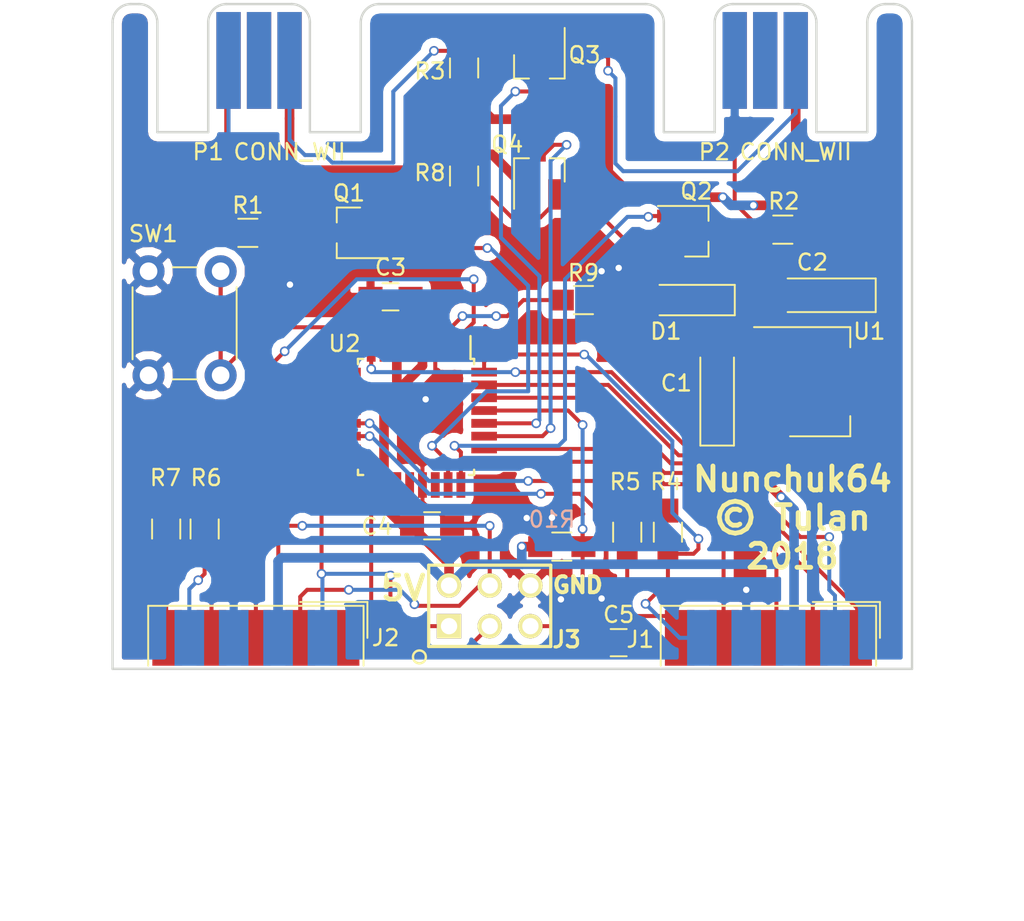
<source format=kicad_pcb>
(kicad_pcb (version 4) (host pcbnew 4.0.7)

  (general
    (links 79)
    (no_connects 0)
    (area 69.224999 71.755 133.575001 129.535)
    (thickness 1.6)
    (drawings 38)
    (tracks 440)
    (zones 0)
    (modules 28)
    (nets 34)
  )

  (page A4)
  (layers
    (0 F.Cu signal)
    (31 B.Cu signal)
    (32 B.Adhes user hide)
    (33 F.Adhes user hide)
    (34 B.Paste user hide)
    (35 F.Paste user hide)
    (36 B.SilkS user)
    (37 F.SilkS user)
    (38 B.Mask user)
    (39 F.Mask user)
    (40 Dwgs.User user)
    (41 Cmts.User user)
    (42 Eco1.User user)
    (43 Eco2.User user hide)
    (44 Edge.Cuts user)
    (45 Margin user)
    (46 B.CrtYd user)
    (47 F.CrtYd user)
    (48 B.Fab user)
    (49 F.Fab user)
  )

  (setup
    (last_trace_width 0.25)
    (trace_clearance 0.2)
    (zone_clearance 0.508)
    (zone_45_only no)
    (trace_min 0.2)
    (segment_width 0.2)
    (edge_width 0.15)
    (via_size 0.6)
    (via_drill 0.4)
    (via_min_size 0.4)
    (via_min_drill 0.3)
    (uvia_size 0.3)
    (uvia_drill 0.1)
    (uvias_allowed no)
    (uvia_min_size 0.2)
    (uvia_min_drill 0.1)
    (pcb_text_width 0.3)
    (pcb_text_size 1.5 1.5)
    (mod_edge_width 0.15)
    (mod_text_size 1 1)
    (mod_text_width 0.15)
    (pad_size 0.6 0.6)
    (pad_drill 0.3)
    (pad_to_mask_clearance 0.2)
    (aux_axis_origin 0 0)
    (visible_elements 7FFFEFFF)
    (pcbplotparams
      (layerselection 0x010f0_80000001)
      (usegerberextensions true)
      (excludeedgelayer true)
      (linewidth 0.100000)
      (plotframeref false)
      (viasonmask false)
      (mode 1)
      (useauxorigin false)
      (hpglpennumber 1)
      (hpglpenspeed 20)
      (hpglpendiameter 15)
      (hpglpenoverlay 2)
      (psnegative false)
      (psa4output false)
      (plotreference true)
      (plotvalue true)
      (plotinvisibletext false)
      (padsonsilk false)
      (subtractmaskfromsilk false)
      (outputformat 1)
      (mirror false)
      (drillshape 0)
      (scaleselection 1)
      (outputdirectory gerber/))
  )

  (net 0 "")
  (net 1 /Joy_A0)
  (net 2 /Joy_A1)
  (net 3 /Joy_A2)
  (net 4 /Joy_A3)
  (net 5 /Pot_AY)
  (net 6 /Button_A)
  (net 7 +5V)
  (net 8 GND)
  (net 9 /Pot_AX)
  (net 10 /Joy_B0)
  (net 11 /Joy_B1)
  (net 12 /Joy_B2)
  (net 13 /Joy_B3)
  (net 14 /Pot_BY)
  (net 15 /Button_B)
  (net 16 /Pot_BX)
  (net 17 +3V3)
  (net 18 /SCL)
  (net 19 /SEL1)
  (net 20 /SEL2)
  (net 21 /SCL_)
  (net 22 /SDA_)
  (net 23 /Pot_AY_)
  (net 24 /Pot_AX_)
  (net 25 /Pot_BX_)
  (net 26 /Pot_BY_)
  (net 27 /RESET)
  (net 28 /SDA1)
  (net 29 /SDA2)
  (net 30 /SDA)
  (net 31 "Net-(D1-Pad2)")
  (net 32 /LED)
  (net 33 /BTN)

  (net_class Default "This is the default net class."
    (clearance 0.2)
    (trace_width 0.25)
    (via_dia 0.6)
    (via_drill 0.4)
    (uvia_dia 0.3)
    (uvia_drill 0.1)
    (add_net /BTN)
    (add_net /Button_A)
    (add_net /Button_B)
    (add_net /Joy_A0)
    (add_net /Joy_A1)
    (add_net /Joy_A2)
    (add_net /Joy_A3)
    (add_net /Joy_B0)
    (add_net /Joy_B1)
    (add_net /Joy_B2)
    (add_net /Joy_B3)
    (add_net /LED)
    (add_net /Pot_AX)
    (add_net /Pot_AX_)
    (add_net /Pot_AY)
    (add_net /Pot_AY_)
    (add_net /Pot_BX)
    (add_net /Pot_BX_)
    (add_net /Pot_BY)
    (add_net /Pot_BY_)
    (add_net /RESET)
    (add_net /SCL)
    (add_net /SCL_)
    (add_net /SDA)
    (add_net /SDA1)
    (add_net /SDA2)
    (add_net /SDA_)
    (add_net /SEL1)
    (add_net /SEL2)
    (add_net GND)
    (add_net "Net-(D1-Pad2)")
  )

  (net_class Power ""
    (clearance 0.2)
    (trace_width 0.6)
    (via_dia 0.6)
    (via_drill 0.4)
    (uvia_dia 0.3)
    (uvia_drill 0.1)
    (add_net +3V3)
    (add_net +5V)
  )

  (module Connectors_WII:CONN_WII_EDGECON (layer F.Cu) (tedit 5B33E726) (tstamp 5B33E87F)
    (at 85.598 76.8)
    (path /5A2056EE)
    (fp_text reference P1 (at -3.175 4.445) (layer F.SilkS)
      (effects (font (size 1 1) (thickness 0.15)))
    )
    (fp_text value CONN_WII (at 1.905 4.445 180) (layer F.SilkS)
      (effects (font (size 1 1) (thickness 0.15)))
    )
    (fp_line (start -3.175 -4.445) (end 3.175 -4.445) (layer Eco1.User) (width 0.15))
    (fp_line (start -6.35 3.175) (end -6.35 -4.445) (layer Eco1.User) (width 0.15))
    (fp_line (start -3.175 3.175) (end -6.35 3.175) (layer Eco1.User) (width 0.15))
    (fp_line (start -3.175 -4.445) (end -3.175 3.175) (layer Eco1.User) (width 0.15))
    (fp_line (start 3.175 -4.445) (end 3.175 3.175) (layer Eco1.User) (width 0.15))
    (fp_line (start 6.35 3.175) (end 3.175 3.175) (layer Eco1.User) (width 0.15))
    (fp_line (start 6.35 3.175) (end 6.35 -4.445) (layer Eco1.User) (width 0.15))
    (pad 1 smd rect (at 1.905 -1.27) (size 1.52 6.05) (layers F.Cu F.Paste F.Mask)
      (net 17 +3V3))
    (pad 5 smd rect (at -1.905 -1.27) (size 1.52 6.05) (layers F.Cu F.Paste F.Mask)
      (net 28 /SDA1))
    (pad 2 smd rect (at 1.905 -1.27) (size 1.52 6.05) (layers B.Cu B.Paste B.Mask)
      (net 18 /SCL))
    (pad 6 smd rect (at -1.905 -1.27) (size 1.52 6.05) (layers B.Cu B.Paste B.Mask)
      (net 8 GND))
    (pad 3 smd rect (at 0 -1.27) (size 1.52 6.05) (layers F.Cu F.Paste F.Mask))
    (pad 4 smd rect (at 0 -1.27) (size 1.52 6.05) (layers B.Cu B.Paste B.Mask))
  )

  (module Housings_QFP:TQFP-32_7x7mm_Pitch0.8mm (layer F.Cu) (tedit 58CC9A48) (tstamp 5A382D73)
    (at 95.4 97.8 270)
    (descr "32-Lead Plastic Thin Quad Flatpack (PT) - 7x7x1.0 mm Body, 2.00 mm [TQFP] (see Microchip Packaging Specification 00000049BS.pdf)")
    (tags "QFP 0.8")
    (path /5A1F23E7)
    (attr smd)
    (fp_text reference U2 (at -4.582 4.468 360) (layer F.SilkS)
      (effects (font (size 1 1) (thickness 0.15)))
    )
    (fp_text value ATMEGA328P-AU (at 0 6.05 270) (layer F.Fab)
      (effects (font (size 1 1) (thickness 0.15)))
    )
    (fp_text user %R (at 0 0 270) (layer F.Fab)
      (effects (font (size 1 1) (thickness 0.15)))
    )
    (fp_line (start -2.5 -3.5) (end 3.5 -3.5) (layer F.Fab) (width 0.15))
    (fp_line (start 3.5 -3.5) (end 3.5 3.5) (layer F.Fab) (width 0.15))
    (fp_line (start 3.5 3.5) (end -3.5 3.5) (layer F.Fab) (width 0.15))
    (fp_line (start -3.5 3.5) (end -3.5 -2.5) (layer F.Fab) (width 0.15))
    (fp_line (start -3.5 -2.5) (end -2.5 -3.5) (layer F.Fab) (width 0.15))
    (fp_line (start -5.3 -5.3) (end -5.3 5.3) (layer F.CrtYd) (width 0.05))
    (fp_line (start 5.3 -5.3) (end 5.3 5.3) (layer F.CrtYd) (width 0.05))
    (fp_line (start -5.3 -5.3) (end 5.3 -5.3) (layer F.CrtYd) (width 0.05))
    (fp_line (start -5.3 5.3) (end 5.3 5.3) (layer F.CrtYd) (width 0.05))
    (fp_line (start -3.625 -3.625) (end -3.625 -3.4) (layer F.SilkS) (width 0.15))
    (fp_line (start 3.625 -3.625) (end 3.625 -3.3) (layer F.SilkS) (width 0.15))
    (fp_line (start 3.625 3.625) (end 3.625 3.3) (layer F.SilkS) (width 0.15))
    (fp_line (start -3.625 3.625) (end -3.625 3.3) (layer F.SilkS) (width 0.15))
    (fp_line (start -3.625 -3.625) (end -3.3 -3.625) (layer F.SilkS) (width 0.15))
    (fp_line (start -3.625 3.625) (end -3.3 3.625) (layer F.SilkS) (width 0.15))
    (fp_line (start 3.625 3.625) (end 3.3 3.625) (layer F.SilkS) (width 0.15))
    (fp_line (start 3.625 -3.625) (end 3.3 -3.625) (layer F.SilkS) (width 0.15))
    (fp_line (start -3.625 -3.4) (end -5.05 -3.4) (layer F.SilkS) (width 0.15))
    (pad 1 smd rect (at -4.25 -2.8 270) (size 1.6 0.55) (layers F.Cu F.Paste F.Mask)
      (net 14 /Pot_BY))
    (pad 2 smd rect (at -4.25 -2 270) (size 1.6 0.55) (layers F.Cu F.Paste F.Mask)
      (net 32 /LED))
    (pad 3 smd rect (at -4.25 -1.2 270) (size 1.6 0.55) (layers F.Cu F.Paste F.Mask)
      (net 8 GND))
    (pad 4 smd rect (at -4.25 -0.4 270) (size 1.6 0.55) (layers F.Cu F.Paste F.Mask)
      (net 7 +5V))
    (pad 5 smd rect (at -4.25 0.4 270) (size 1.6 0.55) (layers F.Cu F.Paste F.Mask)
      (net 8 GND))
    (pad 6 smd rect (at -4.25 1.2 270) (size 1.6 0.55) (layers F.Cu F.Paste F.Mask)
      (net 7 +5V))
    (pad 7 smd rect (at -4.25 2 270) (size 1.6 0.55) (layers F.Cu F.Paste F.Mask)
      (net 33 /BTN))
    (pad 8 smd rect (at -4.25 2.8 270) (size 1.6 0.55) (layers F.Cu F.Paste F.Mask)
      (net 6 /Button_A))
    (pad 9 smd rect (at -2.8 4.25) (size 1.6 0.55) (layers F.Cu F.Paste F.Mask)
      (net 26 /Pot_BY_))
    (pad 10 smd rect (at -2 4.25) (size 1.6 0.55) (layers F.Cu F.Paste F.Mask)
      (net 25 /Pot_BX_))
    (pad 11 smd rect (at -1.2 4.25) (size 1.6 0.55) (layers F.Cu F.Paste F.Mask)
      (net 13 /Joy_B3))
    (pad 12 smd rect (at -0.4 4.25) (size 1.6 0.55) (layers F.Cu F.Paste F.Mask)
      (net 12 /Joy_B2))
    (pad 13 smd rect (at 0.4 4.25) (size 1.6 0.55) (layers F.Cu F.Paste F.Mask)
      (net 24 /Pot_AX_))
    (pad 14 smd rect (at 1.2 4.25) (size 1.6 0.55) (layers F.Cu F.Paste F.Mask)
      (net 23 /Pot_AY_))
    (pad 15 smd rect (at 2 4.25) (size 1.6 0.55) (layers F.Cu F.Paste F.Mask)
      (net 11 /Joy_B1))
    (pad 16 smd rect (at 2.8 4.25) (size 1.6 0.55) (layers F.Cu F.Paste F.Mask)
      (net 15 /Button_B))
    (pad 17 smd rect (at 4.25 2.8 270) (size 1.6 0.55) (layers F.Cu F.Paste F.Mask)
      (net 10 /Joy_B0))
    (pad 18 smd rect (at 4.25 2 270) (size 1.6 0.55) (layers F.Cu F.Paste F.Mask)
      (net 7 +5V))
    (pad 19 smd rect (at 4.25 1.2 270) (size 1.6 0.55) (layers F.Cu F.Paste F.Mask))
    (pad 20 smd rect (at 4.25 0.4 270) (size 1.6 0.55) (layers F.Cu F.Paste F.Mask))
    (pad 21 smd rect (at 4.25 -0.4 270) (size 1.6 0.55) (layers F.Cu F.Paste F.Mask)
      (net 8 GND))
    (pad 22 smd rect (at 4.25 -1.2 270) (size 1.6 0.55) (layers F.Cu F.Paste F.Mask))
    (pad 23 smd rect (at 4.25 -2 270) (size 1.6 0.55) (layers F.Cu F.Paste F.Mask)
      (net 19 /SEL1))
    (pad 24 smd rect (at 4.25 -2.8 270) (size 1.6 0.55) (layers F.Cu F.Paste F.Mask)
      (net 20 /SEL2))
    (pad 25 smd rect (at 2.8 -4.25) (size 1.6 0.55) (layers F.Cu F.Paste F.Mask)
      (net 4 /Joy_A3))
    (pad 26 smd rect (at 2 -4.25) (size 1.6 0.55) (layers F.Cu F.Paste F.Mask)
      (net 3 /Joy_A2))
    (pad 27 smd rect (at 1.2 -4.25) (size 1.6 0.55) (layers F.Cu F.Paste F.Mask)
      (net 22 /SDA_))
    (pad 28 smd rect (at 0.4 -4.25) (size 1.6 0.55) (layers F.Cu F.Paste F.Mask)
      (net 21 /SCL_))
    (pad 29 smd rect (at -0.4 -4.25) (size 1.6 0.55) (layers F.Cu F.Paste F.Mask)
      (net 27 /RESET))
    (pad 30 smd rect (at -1.2 -4.25) (size 1.6 0.55) (layers F.Cu F.Paste F.Mask)
      (net 2 /Joy_A1))
    (pad 31 smd rect (at -2 -4.25) (size 1.6 0.55) (layers F.Cu F.Paste F.Mask)
      (net 1 /Joy_A0))
    (pad 32 smd rect (at -2.8 -4.25) (size 1.6 0.55) (layers F.Cu F.Paste F.Mask)
      (net 9 /Pot_AX))
    (model ${KISYS3DMOD}/Housings_QFP.3dshapes/TQFP-32_7x7mm_Pitch0.8mm.wrl
      (at (xyz 0 0 0))
      (scale (xyz 1 1 1))
      (rotate (xyz 0 0 0))
    )
  )

  (module TO_SOT_Packages_SMD:SOT-223 (layer F.Cu) (tedit 58CE4E7E) (tstamp 5A382D3C)
    (at 120.6 95.6)
    (descr "module CMS SOT223 4 pins")
    (tags "CMS SOT")
    (path /5A205791)
    (attr smd)
    (fp_text reference U1 (at 3.098 -3.144) (layer F.SilkS)
      (effects (font (size 1 1) (thickness 0.15)))
    )
    (fp_text value AMS1117-3V3 (at 0 4.5) (layer F.Fab)
      (effects (font (size 1 1) (thickness 0.15)))
    )
    (fp_text user %R (at 0 0 90) (layer F.Fab)
      (effects (font (size 0.8 0.8) (thickness 0.12)))
    )
    (fp_line (start -1.85 -2.3) (end -0.8 -3.35) (layer F.Fab) (width 0.1))
    (fp_line (start 1.91 3.41) (end 1.91 2.15) (layer F.SilkS) (width 0.12))
    (fp_line (start 1.91 -3.41) (end 1.91 -2.15) (layer F.SilkS) (width 0.12))
    (fp_line (start 4.4 -3.6) (end -4.4 -3.6) (layer F.CrtYd) (width 0.05))
    (fp_line (start 4.4 3.6) (end 4.4 -3.6) (layer F.CrtYd) (width 0.05))
    (fp_line (start -4.4 3.6) (end 4.4 3.6) (layer F.CrtYd) (width 0.05))
    (fp_line (start -4.4 -3.6) (end -4.4 3.6) (layer F.CrtYd) (width 0.05))
    (fp_line (start -1.85 -2.3) (end -1.85 3.35) (layer F.Fab) (width 0.1))
    (fp_line (start -1.85 3.41) (end 1.91 3.41) (layer F.SilkS) (width 0.12))
    (fp_line (start -0.8 -3.35) (end 1.85 -3.35) (layer F.Fab) (width 0.1))
    (fp_line (start -4.1 -3.41) (end 1.91 -3.41) (layer F.SilkS) (width 0.12))
    (fp_line (start -1.85 3.35) (end 1.85 3.35) (layer F.Fab) (width 0.1))
    (fp_line (start 1.85 -3.35) (end 1.85 3.35) (layer F.Fab) (width 0.1))
    (pad 4 smd rect (at 3.15 0) (size 2 3.8) (layers F.Cu F.Paste F.Mask))
    (pad 2 smd rect (at -3.15 0) (size 2 1.5) (layers F.Cu F.Paste F.Mask)
      (net 17 +3V3))
    (pad 3 smd rect (at -3.15 2.3) (size 2 1.5) (layers F.Cu F.Paste F.Mask)
      (net 7 +5V))
    (pad 1 smd rect (at -3.15 -2.3) (size 2 1.5) (layers F.Cu F.Paste F.Mask)
      (net 8 GND))
    (model ${KISYS3DMOD}/TO_SOT_Packages_SMD.3dshapes/SOT-223.wrl
      (at (xyz 0 0 0))
      (scale (xyz 1 1 1))
      (rotate (xyz 0 0 0))
    )
  )

  (module Resistors_SMD:R_0805_HandSoldering (layer F.Cu) (tedit 58E0A804) (tstamp 5A382E04)
    (at 111.125 105 270)
    (descr "Resistor SMD 0805, hand soldering")
    (tags "resistor 0805")
    (path /5A2729BC)
    (attr smd)
    (fp_text reference R4 (at -3.146 0.127 360) (layer F.SilkS)
      (effects (font (size 1 1) (thickness 0.15)))
    )
    (fp_text value 10K (at 0 1.75 270) (layer F.Fab)
      (effects (font (size 1 1) (thickness 0.15)))
    )
    (fp_text user %R (at 0 0 270) (layer F.Fab)
      (effects (font (size 0.5 0.5) (thickness 0.075)))
    )
    (fp_line (start -1 0.62) (end -1 -0.62) (layer F.Fab) (width 0.1))
    (fp_line (start 1 0.62) (end -1 0.62) (layer F.Fab) (width 0.1))
    (fp_line (start 1 -0.62) (end 1 0.62) (layer F.Fab) (width 0.1))
    (fp_line (start -1 -0.62) (end 1 -0.62) (layer F.Fab) (width 0.1))
    (fp_line (start 0.6 0.88) (end -0.6 0.88) (layer F.SilkS) (width 0.12))
    (fp_line (start -0.6 -0.88) (end 0.6 -0.88) (layer F.SilkS) (width 0.12))
    (fp_line (start -2.35 -0.9) (end 2.35 -0.9) (layer F.CrtYd) (width 0.05))
    (fp_line (start -2.35 -0.9) (end -2.35 0.9) (layer F.CrtYd) (width 0.05))
    (fp_line (start 2.35 0.9) (end 2.35 -0.9) (layer F.CrtYd) (width 0.05))
    (fp_line (start 2.35 0.9) (end -2.35 0.9) (layer F.CrtYd) (width 0.05))
    (pad 1 smd rect (at -1.35 0 270) (size 1.5 1.3) (layers F.Cu F.Paste F.Mask)
      (net 24 /Pot_AX_))
    (pad 2 smd rect (at 1.35 0 270) (size 1.5 1.3) (layers F.Cu F.Paste F.Mask)
      (net 9 /Pot_AX))
    (model ${KISYS3DMOD}/Resistors_SMD.3dshapes/R_0805.wrl
      (at (xyz 0 0 0))
      (scale (xyz 1 1 1))
      (rotate (xyz 0 0 0))
    )
  )

  (module Resistors_SMD:R_0805_HandSoldering (layer F.Cu) (tedit 58E0A804) (tstamp 5A382E15)
    (at 108.585 105 270)
    (descr "Resistor SMD 0805, hand soldering")
    (tags "resistor 0805")
    (path /5A272A9F)
    (attr smd)
    (fp_text reference R5 (at -3.146 0.127 360) (layer F.SilkS)
      (effects (font (size 1 1) (thickness 0.15)))
    )
    (fp_text value 10K (at 0 1.75 270) (layer F.Fab)
      (effects (font (size 1 1) (thickness 0.15)))
    )
    (fp_text user %R (at 0 0 270) (layer F.Fab)
      (effects (font (size 0.5 0.5) (thickness 0.075)))
    )
    (fp_line (start -1 0.62) (end -1 -0.62) (layer F.Fab) (width 0.1))
    (fp_line (start 1 0.62) (end -1 0.62) (layer F.Fab) (width 0.1))
    (fp_line (start 1 -0.62) (end 1 0.62) (layer F.Fab) (width 0.1))
    (fp_line (start -1 -0.62) (end 1 -0.62) (layer F.Fab) (width 0.1))
    (fp_line (start 0.6 0.88) (end -0.6 0.88) (layer F.SilkS) (width 0.12))
    (fp_line (start -0.6 -0.88) (end 0.6 -0.88) (layer F.SilkS) (width 0.12))
    (fp_line (start -2.35 -0.9) (end 2.35 -0.9) (layer F.CrtYd) (width 0.05))
    (fp_line (start -2.35 -0.9) (end -2.35 0.9) (layer F.CrtYd) (width 0.05))
    (fp_line (start 2.35 0.9) (end 2.35 -0.9) (layer F.CrtYd) (width 0.05))
    (fp_line (start 2.35 0.9) (end -2.35 0.9) (layer F.CrtYd) (width 0.05))
    (pad 1 smd rect (at -1.35 0 270) (size 1.5 1.3) (layers F.Cu F.Paste F.Mask)
      (net 23 /Pot_AY_))
    (pad 2 smd rect (at 1.35 0 270) (size 1.5 1.3) (layers F.Cu F.Paste F.Mask)
      (net 5 /Pot_AY))
    (model ${KISYS3DMOD}/Resistors_SMD.3dshapes/R_0805.wrl
      (at (xyz 0 0 0))
      (scale (xyz 1 1 1))
      (rotate (xyz 0 0 0))
    )
  )

  (module Resistors_SMD:R_0805_HandSoldering (layer F.Cu) (tedit 58E0A804) (tstamp 5A382E26)
    (at 82.2 104.8 270)
    (descr "Resistor SMD 0805, hand soldering")
    (tags "resistor 0805")
    (path /5A272B87)
    (attr smd)
    (fp_text reference R6 (at -3.2 -0.096 360) (layer F.SilkS)
      (effects (font (size 1 1) (thickness 0.15)))
    )
    (fp_text value 10K (at 0 1.75 270) (layer F.Fab)
      (effects (font (size 1 1) (thickness 0.15)))
    )
    (fp_text user %R (at 0 0 270) (layer F.Fab)
      (effects (font (size 0.5 0.5) (thickness 0.075)))
    )
    (fp_line (start -1 0.62) (end -1 -0.62) (layer F.Fab) (width 0.1))
    (fp_line (start 1 0.62) (end -1 0.62) (layer F.Fab) (width 0.1))
    (fp_line (start 1 -0.62) (end 1 0.62) (layer F.Fab) (width 0.1))
    (fp_line (start -1 -0.62) (end 1 -0.62) (layer F.Fab) (width 0.1))
    (fp_line (start 0.6 0.88) (end -0.6 0.88) (layer F.SilkS) (width 0.12))
    (fp_line (start -0.6 -0.88) (end 0.6 -0.88) (layer F.SilkS) (width 0.12))
    (fp_line (start -2.35 -0.9) (end 2.35 -0.9) (layer F.CrtYd) (width 0.05))
    (fp_line (start -2.35 -0.9) (end -2.35 0.9) (layer F.CrtYd) (width 0.05))
    (fp_line (start 2.35 0.9) (end 2.35 -0.9) (layer F.CrtYd) (width 0.05))
    (fp_line (start 2.35 0.9) (end -2.35 0.9) (layer F.CrtYd) (width 0.05))
    (pad 1 smd rect (at -1.35 0 270) (size 1.5 1.3) (layers F.Cu F.Paste F.Mask)
      (net 25 /Pot_BX_))
    (pad 2 smd rect (at 1.35 0 270) (size 1.5 1.3) (layers F.Cu F.Paste F.Mask)
      (net 16 /Pot_BX))
    (model ${KISYS3DMOD}/Resistors_SMD.3dshapes/R_0805.wrl
      (at (xyz 0 0 0))
      (scale (xyz 1 1 1))
      (rotate (xyz 0 0 0))
    )
  )

  (module Resistors_SMD:R_0805_HandSoldering (layer F.Cu) (tedit 58E0A804) (tstamp 5A382E37)
    (at 79.8 104.8 270)
    (descr "Resistor SMD 0805, hand soldering")
    (tags "resistor 0805")
    (path /5A272C30)
    (attr smd)
    (fp_text reference R7 (at -3.2 0.044 360) (layer F.SilkS)
      (effects (font (size 1 1) (thickness 0.15)))
    )
    (fp_text value 10K (at 0 1.75 270) (layer F.Fab)
      (effects (font (size 1 1) (thickness 0.15)))
    )
    (fp_text user %R (at 0 0 270) (layer F.Fab)
      (effects (font (size 0.5 0.5) (thickness 0.075)))
    )
    (fp_line (start -1 0.62) (end -1 -0.62) (layer F.Fab) (width 0.1))
    (fp_line (start 1 0.62) (end -1 0.62) (layer F.Fab) (width 0.1))
    (fp_line (start 1 -0.62) (end 1 0.62) (layer F.Fab) (width 0.1))
    (fp_line (start -1 -0.62) (end 1 -0.62) (layer F.Fab) (width 0.1))
    (fp_line (start 0.6 0.88) (end -0.6 0.88) (layer F.SilkS) (width 0.12))
    (fp_line (start -0.6 -0.88) (end 0.6 -0.88) (layer F.SilkS) (width 0.12))
    (fp_line (start -2.35 -0.9) (end 2.35 -0.9) (layer F.CrtYd) (width 0.05))
    (fp_line (start -2.35 -0.9) (end -2.35 0.9) (layer F.CrtYd) (width 0.05))
    (fp_line (start 2.35 0.9) (end 2.35 -0.9) (layer F.CrtYd) (width 0.05))
    (fp_line (start 2.35 0.9) (end -2.35 0.9) (layer F.CrtYd) (width 0.05))
    (pad 1 smd rect (at -1.35 0 270) (size 1.5 1.3) (layers F.Cu F.Paste F.Mask)
      (net 26 /Pot_BY_))
    (pad 2 smd rect (at 1.35 0 270) (size 1.5 1.3) (layers F.Cu F.Paste F.Mask)
      (net 14 /Pot_BY))
    (model ${KISYS3DMOD}/Resistors_SMD.3dshapes/R_0805.wrl
      (at (xyz 0 0 0))
      (scale (xyz 1 1 1))
      (rotate (xyz 0 0 0))
    )
  )

  (module Capacitors_SMD:C_0805_HandSoldering (layer F.Cu) (tedit 58AA84A8) (tstamp 5A385D0A)
    (at 93.8076 90.297 180)
    (descr "Capacitor SMD 0805, hand soldering")
    (tags "capacitor 0805")
    (path /5A231895)
    (attr smd)
    (fp_text reference C3 (at 0 1.846 180) (layer F.SilkS)
      (effects (font (size 1 1) (thickness 0.15)))
    )
    (fp_text value 100nF (at 0 1.75 180) (layer F.Fab)
      (effects (font (size 1 1) (thickness 0.15)))
    )
    (fp_text user %R (at 0 -1.75 180) (layer F.Fab)
      (effects (font (size 1 1) (thickness 0.15)))
    )
    (fp_line (start -1 0.62) (end -1 -0.62) (layer F.Fab) (width 0.1))
    (fp_line (start 1 0.62) (end -1 0.62) (layer F.Fab) (width 0.1))
    (fp_line (start 1 -0.62) (end 1 0.62) (layer F.Fab) (width 0.1))
    (fp_line (start -1 -0.62) (end 1 -0.62) (layer F.Fab) (width 0.1))
    (fp_line (start 0.5 -0.85) (end -0.5 -0.85) (layer F.SilkS) (width 0.12))
    (fp_line (start -0.5 0.85) (end 0.5 0.85) (layer F.SilkS) (width 0.12))
    (fp_line (start -2.25 -0.88) (end 2.25 -0.88) (layer F.CrtYd) (width 0.05))
    (fp_line (start -2.25 -0.88) (end -2.25 0.87) (layer F.CrtYd) (width 0.05))
    (fp_line (start 2.25 0.87) (end 2.25 -0.88) (layer F.CrtYd) (width 0.05))
    (fp_line (start 2.25 0.87) (end -2.25 0.87) (layer F.CrtYd) (width 0.05))
    (pad 1 smd rect (at -1.25 0 180) (size 1.5 1.25) (layers F.Cu F.Paste F.Mask)
      (net 7 +5V))
    (pad 2 smd rect (at 1.25 0 180) (size 1.5 1.25) (layers F.Cu F.Paste F.Mask)
      (net 8 GND))
    (model Capacitors_SMD.3dshapes/C_0805.wrl
      (at (xyz 0 0 0))
      (scale (xyz 1 1 1))
      (rotate (xyz 0 0 0))
    )
  )

  (module Capacitors_SMD:C_0805_HandSoldering (layer F.Cu) (tedit 58AA84A8) (tstamp 5A385D10)
    (at 96.4 104.6)
    (descr "Capacitor SMD 0805, hand soldering")
    (tags "capacitor 0805")
    (path /5A231954)
    (attr smd)
    (fp_text reference C4 (at -3.436 0.048) (layer F.SilkS)
      (effects (font (size 1 1) (thickness 0.15)))
    )
    (fp_text value 100nF (at 0 1.75) (layer F.Fab)
      (effects (font (size 1 1) (thickness 0.15)))
    )
    (fp_text user %R (at 0 -1.75) (layer F.Fab)
      (effects (font (size 1 1) (thickness 0.15)))
    )
    (fp_line (start -1 0.62) (end -1 -0.62) (layer F.Fab) (width 0.1))
    (fp_line (start 1 0.62) (end -1 0.62) (layer F.Fab) (width 0.1))
    (fp_line (start 1 -0.62) (end 1 0.62) (layer F.Fab) (width 0.1))
    (fp_line (start -1 -0.62) (end 1 -0.62) (layer F.Fab) (width 0.1))
    (fp_line (start 0.5 -0.85) (end -0.5 -0.85) (layer F.SilkS) (width 0.12))
    (fp_line (start -0.5 0.85) (end 0.5 0.85) (layer F.SilkS) (width 0.12))
    (fp_line (start -2.25 -0.88) (end 2.25 -0.88) (layer F.CrtYd) (width 0.05))
    (fp_line (start -2.25 -0.88) (end -2.25 0.87) (layer F.CrtYd) (width 0.05))
    (fp_line (start 2.25 0.87) (end 2.25 -0.88) (layer F.CrtYd) (width 0.05))
    (fp_line (start 2.25 0.87) (end -2.25 0.87) (layer F.CrtYd) (width 0.05))
    (pad 1 smd rect (at -1.25 0) (size 1.5 1.25) (layers F.Cu F.Paste F.Mask)
      (net 7 +5V))
    (pad 2 smd rect (at 1.25 0) (size 1.5 1.25) (layers F.Cu F.Paste F.Mask)
      (net 8 GND))
    (model Capacitors_SMD.3dshapes/C_0805.wrl
      (at (xyz 0 0 0))
      (scale (xyz 1 1 1))
      (rotate (xyz 0 0 0))
    )
  )

  (module Resistors_SMD:R_0805_HandSoldering (layer F.Cu) (tedit 58E0A804) (tstamp 5A385D21)
    (at 84.9 86.3 180)
    (descr "Resistor SMD 0805, hand soldering")
    (tags "resistor 0805")
    (path /5A21F426)
    (attr smd)
    (fp_text reference R1 (at 0 1.718 180) (layer F.SilkS)
      (effects (font (size 1 1) (thickness 0.15)))
    )
    (fp_text value 2k2 (at 0 1.75 180) (layer F.Fab)
      (effects (font (size 1 1) (thickness 0.15)))
    )
    (fp_text user %R (at 0 0 180) (layer F.Fab)
      (effects (font (size 0.5 0.5) (thickness 0.075)))
    )
    (fp_line (start -1 0.62) (end -1 -0.62) (layer F.Fab) (width 0.1))
    (fp_line (start 1 0.62) (end -1 0.62) (layer F.Fab) (width 0.1))
    (fp_line (start 1 -0.62) (end 1 0.62) (layer F.Fab) (width 0.1))
    (fp_line (start -1 -0.62) (end 1 -0.62) (layer F.Fab) (width 0.1))
    (fp_line (start 0.6 0.88) (end -0.6 0.88) (layer F.SilkS) (width 0.12))
    (fp_line (start -0.6 -0.88) (end 0.6 -0.88) (layer F.SilkS) (width 0.12))
    (fp_line (start -2.35 -0.9) (end 2.35 -0.9) (layer F.CrtYd) (width 0.05))
    (fp_line (start -2.35 -0.9) (end -2.35 0.9) (layer F.CrtYd) (width 0.05))
    (fp_line (start 2.35 0.9) (end 2.35 -0.9) (layer F.CrtYd) (width 0.05))
    (fp_line (start 2.35 0.9) (end -2.35 0.9) (layer F.CrtYd) (width 0.05))
    (pad 1 smd rect (at -1.35 0 180) (size 1.5 1.3) (layers F.Cu F.Paste F.Mask)
      (net 17 +3V3))
    (pad 2 smd rect (at 1.35 0 180) (size 1.5 1.3) (layers F.Cu F.Paste F.Mask)
      (net 28 /SDA1))
    (model ${KISYS3DMOD}/Resistors_SMD.3dshapes/R_0805.wrl
      (at (xyz 0 0 0))
      (scale (xyz 1 1 1))
      (rotate (xyz 0 0 0))
    )
  )

  (module Resistors_SMD:R_0805_HandSoldering (layer F.Cu) (tedit 58E0A804) (tstamp 5A385D32)
    (at 118.3 86.1 180)
    (descr "Resistor SMD 0805, hand soldering")
    (tags "resistor 0805")
    (path /5A21F3B2)
    (attr smd)
    (fp_text reference R2 (at -0.064 1.772 180) (layer F.SilkS)
      (effects (font (size 1 1) (thickness 0.15)))
    )
    (fp_text value 2k2 (at 0 1.75 180) (layer F.Fab)
      (effects (font (size 1 1) (thickness 0.15)))
    )
    (fp_text user %R (at 0 0 180) (layer F.Fab)
      (effects (font (size 0.5 0.5) (thickness 0.075)))
    )
    (fp_line (start -1 0.62) (end -1 -0.62) (layer F.Fab) (width 0.1))
    (fp_line (start 1 0.62) (end -1 0.62) (layer F.Fab) (width 0.1))
    (fp_line (start 1 -0.62) (end 1 0.62) (layer F.Fab) (width 0.1))
    (fp_line (start -1 -0.62) (end 1 -0.62) (layer F.Fab) (width 0.1))
    (fp_line (start 0.6 0.88) (end -0.6 0.88) (layer F.SilkS) (width 0.12))
    (fp_line (start -0.6 -0.88) (end 0.6 -0.88) (layer F.SilkS) (width 0.12))
    (fp_line (start -2.35 -0.9) (end 2.35 -0.9) (layer F.CrtYd) (width 0.05))
    (fp_line (start -2.35 -0.9) (end -2.35 0.9) (layer F.CrtYd) (width 0.05))
    (fp_line (start 2.35 0.9) (end 2.35 -0.9) (layer F.CrtYd) (width 0.05))
    (fp_line (start 2.35 0.9) (end -2.35 0.9) (layer F.CrtYd) (width 0.05))
    (pad 1 smd rect (at -1.35 0 180) (size 1.5 1.3) (layers F.Cu F.Paste F.Mask)
      (net 17 +3V3))
    (pad 2 smd rect (at 1.35 0 180) (size 1.5 1.3) (layers F.Cu F.Paste F.Mask)
      (net 29 /SDA2))
    (model ${KISYS3DMOD}/Resistors_SMD.3dshapes/R_0805.wrl
      (at (xyz 0 0 0))
      (scale (xyz 1 1 1))
      (rotate (xyz 0 0 0))
    )
  )

  (module Resistors_SMD:R_0805_HandSoldering (layer F.Cu) (tedit 58E0A804) (tstamp 5A385D43)
    (at 98.4 76 90)
    (descr "Resistor SMD 0805, hand soldering")
    (tags "resistor 0805")
    (path /5A21CCA1)
    (attr smd)
    (fp_text reference R3 (at -0.2 -2.134 180) (layer F.SilkS)
      (effects (font (size 1 1) (thickness 0.15)))
    )
    (fp_text value 2k2 (at 0 1.75 90) (layer F.Fab)
      (effects (font (size 1 1) (thickness 0.15)))
    )
    (fp_text user %R (at 0 0 90) (layer F.Fab)
      (effects (font (size 0.5 0.5) (thickness 0.075)))
    )
    (fp_line (start -1 0.62) (end -1 -0.62) (layer F.Fab) (width 0.1))
    (fp_line (start 1 0.62) (end -1 0.62) (layer F.Fab) (width 0.1))
    (fp_line (start 1 -0.62) (end 1 0.62) (layer F.Fab) (width 0.1))
    (fp_line (start -1 -0.62) (end 1 -0.62) (layer F.Fab) (width 0.1))
    (fp_line (start 0.6 0.88) (end -0.6 0.88) (layer F.SilkS) (width 0.12))
    (fp_line (start -0.6 -0.88) (end 0.6 -0.88) (layer F.SilkS) (width 0.12))
    (fp_line (start -2.35 -0.9) (end 2.35 -0.9) (layer F.CrtYd) (width 0.05))
    (fp_line (start -2.35 -0.9) (end -2.35 0.9) (layer F.CrtYd) (width 0.05))
    (fp_line (start 2.35 0.9) (end 2.35 -0.9) (layer F.CrtYd) (width 0.05))
    (fp_line (start 2.35 0.9) (end -2.35 0.9) (layer F.CrtYd) (width 0.05))
    (pad 1 smd rect (at -1.35 0 90) (size 1.5 1.3) (layers F.Cu F.Paste F.Mask)
      (net 17 +3V3))
    (pad 2 smd rect (at 1.35 0 90) (size 1.5 1.3) (layers F.Cu F.Paste F.Mask)
      (net 18 /SCL))
    (model ${KISYS3DMOD}/Resistors_SMD.3dshapes/R_0805.wrl
      (at (xyz 0 0 0))
      (scale (xyz 1 1 1))
      (rotate (xyz 0 0 0))
    )
  )

  (module Resistors_SMD:R_0805_HandSoldering (layer F.Cu) (tedit 58E0A804) (tstamp 5A385D54)
    (at 98.4 82.75 270)
    (descr "Resistor SMD 0805, hand soldering")
    (tags "resistor 0805")
    (path /5A21CD22)
    (attr smd)
    (fp_text reference R8 (at -0.2 2.134 360) (layer F.SilkS)
      (effects (font (size 1 1) (thickness 0.15)))
    )
    (fp_text value 2k2 (at 0 1.75 270) (layer F.Fab)
      (effects (font (size 1 1) (thickness 0.15)))
    )
    (fp_text user %R (at 0 0 270) (layer F.Fab)
      (effects (font (size 0.5 0.5) (thickness 0.075)))
    )
    (fp_line (start -1 0.62) (end -1 -0.62) (layer F.Fab) (width 0.1))
    (fp_line (start 1 0.62) (end -1 0.62) (layer F.Fab) (width 0.1))
    (fp_line (start 1 -0.62) (end 1 0.62) (layer F.Fab) (width 0.1))
    (fp_line (start -1 -0.62) (end 1 -0.62) (layer F.Fab) (width 0.1))
    (fp_line (start 0.6 0.88) (end -0.6 0.88) (layer F.SilkS) (width 0.12))
    (fp_line (start -0.6 -0.88) (end 0.6 -0.88) (layer F.SilkS) (width 0.12))
    (fp_line (start -2.35 -0.9) (end 2.35 -0.9) (layer F.CrtYd) (width 0.05))
    (fp_line (start -2.35 -0.9) (end -2.35 0.9) (layer F.CrtYd) (width 0.05))
    (fp_line (start 2.35 0.9) (end 2.35 -0.9) (layer F.CrtYd) (width 0.05))
    (fp_line (start 2.35 0.9) (end -2.35 0.9) (layer F.CrtYd) (width 0.05))
    (pad 1 smd rect (at -1.35 0 270) (size 1.5 1.3) (layers F.Cu F.Paste F.Mask)
      (net 17 +3V3))
    (pad 2 smd rect (at 1.35 0 270) (size 1.5 1.3) (layers F.Cu F.Paste F.Mask)
      (net 30 /SDA))
    (model ${KISYS3DMOD}/Resistors_SMD.3dshapes/R_0805.wrl
      (at (xyz 0 0 0))
      (scale (xyz 1 1 1))
      (rotate (xyz 0 0 0))
    )
  )

  (module LEDs:LED_1206_HandSoldering (layer F.Cu) (tedit 595FC724) (tstamp 5A425A70)
    (at 112.2 90.5 180)
    (descr "LED SMD 1206, hand soldering")
    (tags "LED 1206")
    (path /5A425420)
    (attr smd)
    (fp_text reference D1 (at 1.202 -1.956 180) (layer F.SilkS)
      (effects (font (size 1 1) (thickness 0.15)))
    )
    (fp_text value LED (at 0 1.9 180) (layer F.Fab)
      (effects (font (size 1 1) (thickness 0.15)))
    )
    (fp_line (start -3.1 -0.95) (end -3.1 0.95) (layer F.SilkS) (width 0.12))
    (fp_line (start -0.4 0) (end 0.2 -0.4) (layer F.Fab) (width 0.1))
    (fp_line (start 0.2 -0.4) (end 0.2 0.4) (layer F.Fab) (width 0.1))
    (fp_line (start 0.2 0.4) (end -0.4 0) (layer F.Fab) (width 0.1))
    (fp_line (start -0.45 -0.4) (end -0.45 0.4) (layer F.Fab) (width 0.1))
    (fp_line (start -1.6 0.8) (end -1.6 -0.8) (layer F.Fab) (width 0.1))
    (fp_line (start 1.6 0.8) (end -1.6 0.8) (layer F.Fab) (width 0.1))
    (fp_line (start 1.6 -0.8) (end 1.6 0.8) (layer F.Fab) (width 0.1))
    (fp_line (start -1.6 -0.8) (end 1.6 -0.8) (layer F.Fab) (width 0.1))
    (fp_line (start -3.1 0.95) (end 1.6 0.95) (layer F.SilkS) (width 0.12))
    (fp_line (start -3.1 -0.95) (end 1.6 -0.95) (layer F.SilkS) (width 0.12))
    (fp_line (start -3.25 -1.11) (end 3.25 -1.11) (layer F.CrtYd) (width 0.05))
    (fp_line (start -3.25 -1.11) (end -3.25 1.1) (layer F.CrtYd) (width 0.05))
    (fp_line (start 3.25 1.1) (end 3.25 -1.11) (layer F.CrtYd) (width 0.05))
    (fp_line (start 3.25 1.1) (end -3.25 1.1) (layer F.CrtYd) (width 0.05))
    (pad 1 smd rect (at -2 0 180) (size 2 1.7) (layers F.Cu F.Paste F.Mask)
      (net 8 GND))
    (pad 2 smd rect (at 2 0 180) (size 2 1.7) (layers F.Cu F.Paste F.Mask)
      (net 31 "Net-(D1-Pad2)"))
    (model ${KISYS3DMOD}/LEDs.3dshapes/LED_1206.wrl
      (at (xyz 0 0 0))
      (scale (xyz 1 1 1))
      (rotate (xyz 0 0 180))
    )
  )

  (module Resistors_SMD:R_0805_HandSoldering (layer F.Cu) (tedit 58E0A804) (tstamp 5A425A76)
    (at 105.85 90.5)
    (descr "Resistor SMD 0805, hand soldering")
    (tags "resistor 0805")
    (path /5A4254C7)
    (attr smd)
    (fp_text reference R9 (at 0 -1.7) (layer F.SilkS)
      (effects (font (size 1 1) (thickness 0.15)))
    )
    (fp_text value 220 (at 0 1.75) (layer F.Fab)
      (effects (font (size 1 1) (thickness 0.15)))
    )
    (fp_text user %R (at 0 0) (layer F.Fab)
      (effects (font (size 0.5 0.5) (thickness 0.075)))
    )
    (fp_line (start -1 0.62) (end -1 -0.62) (layer F.Fab) (width 0.1))
    (fp_line (start 1 0.62) (end -1 0.62) (layer F.Fab) (width 0.1))
    (fp_line (start 1 -0.62) (end 1 0.62) (layer F.Fab) (width 0.1))
    (fp_line (start -1 -0.62) (end 1 -0.62) (layer F.Fab) (width 0.1))
    (fp_line (start 0.6 0.88) (end -0.6 0.88) (layer F.SilkS) (width 0.12))
    (fp_line (start -0.6 -0.88) (end 0.6 -0.88) (layer F.SilkS) (width 0.12))
    (fp_line (start -2.35 -0.9) (end 2.35 -0.9) (layer F.CrtYd) (width 0.05))
    (fp_line (start -2.35 -0.9) (end -2.35 0.9) (layer F.CrtYd) (width 0.05))
    (fp_line (start 2.35 0.9) (end 2.35 -0.9) (layer F.CrtYd) (width 0.05))
    (fp_line (start 2.35 0.9) (end -2.35 0.9) (layer F.CrtYd) (width 0.05))
    (pad 1 smd rect (at -1.35 0) (size 1.5 1.3) (layers F.Cu F.Paste F.Mask)
      (net 32 /LED))
    (pad 2 smd rect (at 1.35 0) (size 1.5 1.3) (layers F.Cu F.Paste F.Mask)
      (net 31 "Net-(D1-Pad2)"))
    (model ${KISYS3DMOD}/Resistors_SMD.3dshapes/R_0805.wrl
      (at (xyz 0 0 0))
      (scale (xyz 1 1 1))
      (rotate (xyz 0 0 0))
    )
  )

  (module Capacitors_SMD:C_0805_HandSoldering (layer F.Cu) (tedit 58AA84A8) (tstamp 5A96FF14)
    (at 108.05 111.9)
    (descr "Capacitor SMD 0805, hand soldering")
    (tags "capacitor 0805")
    (path /5A96FBD6)
    (attr smd)
    (fp_text reference C5 (at 0 -1.75) (layer F.SilkS)
      (effects (font (size 1 1) (thickness 0.15)))
    )
    (fp_text value 100nF (at 0 1.75) (layer F.Fab)
      (effects (font (size 1 1) (thickness 0.15)))
    )
    (fp_text user %R (at 0 -1.75) (layer F.Fab)
      (effects (font (size 1 1) (thickness 0.15)))
    )
    (fp_line (start -1 0.62) (end -1 -0.62) (layer F.Fab) (width 0.1))
    (fp_line (start 1 0.62) (end -1 0.62) (layer F.Fab) (width 0.1))
    (fp_line (start 1 -0.62) (end 1 0.62) (layer F.Fab) (width 0.1))
    (fp_line (start -1 -0.62) (end 1 -0.62) (layer F.Fab) (width 0.1))
    (fp_line (start 0.5 -0.85) (end -0.5 -0.85) (layer F.SilkS) (width 0.12))
    (fp_line (start -0.5 0.85) (end 0.5 0.85) (layer F.SilkS) (width 0.12))
    (fp_line (start -2.25 -0.88) (end 2.25 -0.88) (layer F.CrtYd) (width 0.05))
    (fp_line (start -2.25 -0.88) (end -2.25 0.87) (layer F.CrtYd) (width 0.05))
    (fp_line (start 2.25 0.87) (end 2.25 -0.88) (layer F.CrtYd) (width 0.05))
    (fp_line (start 2.25 0.87) (end -2.25 0.87) (layer F.CrtYd) (width 0.05))
    (pad 1 smd rect (at -1.25 0) (size 1.5 1.25) (layers F.Cu F.Paste F.Mask)
      (net 27 /RESET))
    (pad 2 smd rect (at 1.25 0) (size 1.5 1.25) (layers F.Cu F.Paste F.Mask)
      (net 8 GND))
    (model Capacitors_SMD.3dshapes/C_0805.wrl
      (at (xyz 0 0 0))
      (scale (xyz 1 1 1))
      (rotate (xyz 0 0 0))
    )
  )

  (module Resistors_SMD:R_0805_HandSoldering (layer F.Cu) (tedit 58E0A804) (tstamp 5A96FF25)
    (at 104.5 105.9)
    (descr "Resistor SMD 0805, hand soldering")
    (tags "resistor 0805")
    (path /5A96FB59)
    (attr smd)
    (fp_text reference R10 (at -0.614 -1.7) (layer B.SilkS)
      (effects (font (size 1 1) (thickness 0.15)) (justify mirror))
    )
    (fp_text value 10k (at 0 1.75) (layer F.Fab)
      (effects (font (size 1 1) (thickness 0.15)))
    )
    (fp_text user %R (at 0 0) (layer F.Fab)
      (effects (font (size 0.5 0.5) (thickness 0.075)))
    )
    (fp_line (start -1 0.62) (end -1 -0.62) (layer F.Fab) (width 0.1))
    (fp_line (start 1 0.62) (end -1 0.62) (layer F.Fab) (width 0.1))
    (fp_line (start 1 -0.62) (end 1 0.62) (layer F.Fab) (width 0.1))
    (fp_line (start -1 -0.62) (end 1 -0.62) (layer F.Fab) (width 0.1))
    (fp_line (start 0.6 0.88) (end -0.6 0.88) (layer F.SilkS) (width 0.12))
    (fp_line (start -0.6 -0.88) (end 0.6 -0.88) (layer F.SilkS) (width 0.12))
    (fp_line (start -2.35 -0.9) (end 2.35 -0.9) (layer F.CrtYd) (width 0.05))
    (fp_line (start -2.35 -0.9) (end -2.35 0.9) (layer F.CrtYd) (width 0.05))
    (fp_line (start 2.35 0.9) (end 2.35 -0.9) (layer F.CrtYd) (width 0.05))
    (fp_line (start 2.35 0.9) (end -2.35 0.9) (layer F.CrtYd) (width 0.05))
    (pad 1 smd rect (at -1.35 0) (size 1.5 1.3) (layers F.Cu F.Paste F.Mask)
      (net 7 +5V))
    (pad 2 smd rect (at 1.35 0) (size 1.5 1.3) (layers F.Cu F.Paste F.Mask)
      (net 27 /RESET))
    (model ${KISYS3DMOD}/Resistors_SMD.3dshapes/R_0805.wrl
      (at (xyz 0 0 0))
      (scale (xyz 1 1 1))
      (rotate (xyz 0 0 0))
    )
  )

  (module Capacitors_Tantalum_SMD:CP_Tantalum_Case-A_EIA-3216-18_Hand (layer F.Cu) (tedit 58CC8C08) (tstamp 5B2E7F96)
    (at 114.1984 95.6884 90)
    (descr "Tantalum capacitor, Case A, EIA 3216-18, 3.2x1.6x1.6mm, Hand soldering footprint")
    (tags "capacitor tantalum smd")
    (path /5A39946A)
    (attr smd)
    (fp_text reference C1 (at 0 -2.55 180) (layer F.SilkS)
      (effects (font (size 1 1) (thickness 0.15)))
    )
    (fp_text value 22uF (at 0 2.55 90) (layer F.Fab)
      (effects (font (size 1 1) (thickness 0.15)))
    )
    (fp_text user %R (at 0 0 90) (layer F.Fab)
      (effects (font (size 0.7 0.7) (thickness 0.105)))
    )
    (fp_line (start -4 -1.2) (end -4 1.2) (layer F.CrtYd) (width 0.05))
    (fp_line (start -4 1.2) (end 4 1.2) (layer F.CrtYd) (width 0.05))
    (fp_line (start 4 1.2) (end 4 -1.2) (layer F.CrtYd) (width 0.05))
    (fp_line (start 4 -1.2) (end -4 -1.2) (layer F.CrtYd) (width 0.05))
    (fp_line (start -1.6 -0.8) (end -1.6 0.8) (layer F.Fab) (width 0.1))
    (fp_line (start -1.6 0.8) (end 1.6 0.8) (layer F.Fab) (width 0.1))
    (fp_line (start 1.6 0.8) (end 1.6 -0.8) (layer F.Fab) (width 0.1))
    (fp_line (start 1.6 -0.8) (end -1.6 -0.8) (layer F.Fab) (width 0.1))
    (fp_line (start -1.28 -0.8) (end -1.28 0.8) (layer F.Fab) (width 0.1))
    (fp_line (start -1.12 -0.8) (end -1.12 0.8) (layer F.Fab) (width 0.1))
    (fp_line (start -3.9 -1.05) (end 1.6 -1.05) (layer F.SilkS) (width 0.12))
    (fp_line (start -3.9 1.05) (end 1.6 1.05) (layer F.SilkS) (width 0.12))
    (fp_line (start -3.9 -1.05) (end -3.9 1.05) (layer F.SilkS) (width 0.12))
    (pad 1 smd rect (at -2 0 90) (size 3.2 1.5) (layers F.Cu F.Paste F.Mask)
      (net 7 +5V))
    (pad 2 smd rect (at 2 0 90) (size 3.2 1.5) (layers F.Cu F.Paste F.Mask)
      (net 8 GND))
    (model Capacitors_Tantalum_SMD.3dshapes/CP_Tantalum_Case-A_EIA-3216-18.wrl
      (at (xyz 0 0 0))
      (scale (xyz 1 1 1))
      (rotate (xyz 0 0 0))
    )
  )

  (module Capacitors_Tantalum_SMD:CP_Tantalum_Case-A_EIA-3216-18_Hand (layer F.Cu) (tedit 58CC8C08) (tstamp 5B2E7FA9)
    (at 120.2 90.2 180)
    (descr "Tantalum capacitor, Case A, EIA 3216-18, 3.2x1.6x1.6mm, Hand soldering footprint")
    (tags "capacitor tantalum smd")
    (path /5A3994D1)
    (attr smd)
    (fp_text reference C2 (at 0.058 2.062 180) (layer F.SilkS)
      (effects (font (size 1 1) (thickness 0.15)))
    )
    (fp_text value 22uF (at 0 2.55 180) (layer F.Fab)
      (effects (font (size 1 1) (thickness 0.15)))
    )
    (fp_text user %R (at 0 0 180) (layer F.Fab)
      (effects (font (size 0.7 0.7) (thickness 0.105)))
    )
    (fp_line (start -4 -1.2) (end -4 1.2) (layer F.CrtYd) (width 0.05))
    (fp_line (start -4 1.2) (end 4 1.2) (layer F.CrtYd) (width 0.05))
    (fp_line (start 4 1.2) (end 4 -1.2) (layer F.CrtYd) (width 0.05))
    (fp_line (start 4 -1.2) (end -4 -1.2) (layer F.CrtYd) (width 0.05))
    (fp_line (start -1.6 -0.8) (end -1.6 0.8) (layer F.Fab) (width 0.1))
    (fp_line (start -1.6 0.8) (end 1.6 0.8) (layer F.Fab) (width 0.1))
    (fp_line (start 1.6 0.8) (end 1.6 -0.8) (layer F.Fab) (width 0.1))
    (fp_line (start 1.6 -0.8) (end -1.6 -0.8) (layer F.Fab) (width 0.1))
    (fp_line (start -1.28 -0.8) (end -1.28 0.8) (layer F.Fab) (width 0.1))
    (fp_line (start -1.12 -0.8) (end -1.12 0.8) (layer F.Fab) (width 0.1))
    (fp_line (start -3.9 -1.05) (end 1.6 -1.05) (layer F.SilkS) (width 0.12))
    (fp_line (start -3.9 1.05) (end 1.6 1.05) (layer F.SilkS) (width 0.12))
    (fp_line (start -3.9 -1.05) (end -3.9 1.05) (layer F.SilkS) (width 0.12))
    (pad 1 smd rect (at -2 0 180) (size 3.2 1.5) (layers F.Cu F.Paste F.Mask)
      (net 17 +3V3))
    (pad 2 smd rect (at 2 0 180) (size 3.2 1.5) (layers F.Cu F.Paste F.Mask)
      (net 8 GND))
    (model Capacitors_Tantalum_SMD.3dshapes/CP_Tantalum_Case-A_EIA-3216-18.wrl
      (at (xyz 0 0 0))
      (scale (xyz 1 1 1))
      (rotate (xyz 0 0 0))
    )
  )

  (module TO_SOT_Packages_SMD:SOT-23_Handsoldering (layer F.Cu) (tedit 58CE4E7E) (tstamp 5B2E7FD7)
    (at 91.21 86.3 180)
    (descr "SOT-23, Handsoldering")
    (tags SOT-23)
    (path /5A21E744)
    (attr smd)
    (fp_text reference Q1 (at 0 2.48 180) (layer F.SilkS)
      (effects (font (size 1 1) (thickness 0.15)))
    )
    (fp_text value BSS138 (at 0 2.5 180) (layer F.Fab)
      (effects (font (size 1 1) (thickness 0.15)))
    )
    (fp_text user %R (at 0 0 270) (layer F.Fab)
      (effects (font (size 0.5 0.5) (thickness 0.075)))
    )
    (fp_line (start 0.76 1.58) (end 0.76 0.65) (layer F.SilkS) (width 0.12))
    (fp_line (start 0.76 -1.58) (end 0.76 -0.65) (layer F.SilkS) (width 0.12))
    (fp_line (start -2.7 -1.75) (end 2.7 -1.75) (layer F.CrtYd) (width 0.05))
    (fp_line (start 2.7 -1.75) (end 2.7 1.75) (layer F.CrtYd) (width 0.05))
    (fp_line (start 2.7 1.75) (end -2.7 1.75) (layer F.CrtYd) (width 0.05))
    (fp_line (start -2.7 1.75) (end -2.7 -1.75) (layer F.CrtYd) (width 0.05))
    (fp_line (start 0.76 -1.58) (end -2.4 -1.58) (layer F.SilkS) (width 0.12))
    (fp_line (start -0.7 -0.95) (end -0.7 1.5) (layer F.Fab) (width 0.1))
    (fp_line (start -0.15 -1.52) (end 0.7 -1.52) (layer F.Fab) (width 0.1))
    (fp_line (start -0.7 -0.95) (end -0.15 -1.52) (layer F.Fab) (width 0.1))
    (fp_line (start 0.7 -1.52) (end 0.7 1.52) (layer F.Fab) (width 0.1))
    (fp_line (start -0.7 1.52) (end 0.7 1.52) (layer F.Fab) (width 0.1))
    (fp_line (start 0.76 1.58) (end -0.7 1.58) (layer F.SilkS) (width 0.12))
    (pad 1 smd rect (at -1.5 -0.95 180) (size 1.9 0.8) (layers F.Cu F.Paste F.Mask)
      (net 19 /SEL1))
    (pad 2 smd rect (at -1.5 0.95 180) (size 1.9 0.8) (layers F.Cu F.Paste F.Mask)
      (net 30 /SDA))
    (pad 3 smd rect (at 1.5 0 180) (size 1.9 0.8) (layers F.Cu F.Paste F.Mask)
      (net 28 /SDA1))
    (model ${KISYS3DMOD}/TO_SOT_Packages_SMD.3dshapes\SOT-23.wrl
      (at (xyz 0 0 0))
      (scale (xyz 1 1 1))
      (rotate (xyz 0 0 0))
    )
  )

  (module TO_SOT_Packages_SMD:SOT-23_Handsoldering (layer F.Cu) (tedit 58CE4E7E) (tstamp 5B2E7FEB)
    (at 112.9 86.2)
    (descr "SOT-23, Handsoldering")
    (tags SOT-23)
    (path /5A21E82C)
    (attr smd)
    (fp_text reference Q2 (at 0 -2.5) (layer F.SilkS)
      (effects (font (size 1 1) (thickness 0.15)))
    )
    (fp_text value BSS138 (at 0 2.5) (layer F.Fab)
      (effects (font (size 1 1) (thickness 0.15)))
    )
    (fp_text user %R (at 0 0 90) (layer F.Fab)
      (effects (font (size 0.5 0.5) (thickness 0.075)))
    )
    (fp_line (start 0.76 1.58) (end 0.76 0.65) (layer F.SilkS) (width 0.12))
    (fp_line (start 0.76 -1.58) (end 0.76 -0.65) (layer F.SilkS) (width 0.12))
    (fp_line (start -2.7 -1.75) (end 2.7 -1.75) (layer F.CrtYd) (width 0.05))
    (fp_line (start 2.7 -1.75) (end 2.7 1.75) (layer F.CrtYd) (width 0.05))
    (fp_line (start 2.7 1.75) (end -2.7 1.75) (layer F.CrtYd) (width 0.05))
    (fp_line (start -2.7 1.75) (end -2.7 -1.75) (layer F.CrtYd) (width 0.05))
    (fp_line (start 0.76 -1.58) (end -2.4 -1.58) (layer F.SilkS) (width 0.12))
    (fp_line (start -0.7 -0.95) (end -0.7 1.5) (layer F.Fab) (width 0.1))
    (fp_line (start -0.15 -1.52) (end 0.7 -1.52) (layer F.Fab) (width 0.1))
    (fp_line (start -0.7 -0.95) (end -0.15 -1.52) (layer F.Fab) (width 0.1))
    (fp_line (start 0.7 -1.52) (end 0.7 1.52) (layer F.Fab) (width 0.1))
    (fp_line (start -0.7 1.52) (end 0.7 1.52) (layer F.Fab) (width 0.1))
    (fp_line (start 0.76 1.58) (end -0.7 1.58) (layer F.SilkS) (width 0.12))
    (pad 1 smd rect (at -1.5 -0.95) (size 1.9 0.8) (layers F.Cu F.Paste F.Mask)
      (net 20 /SEL2))
    (pad 2 smd rect (at -1.5 0.95) (size 1.9 0.8) (layers F.Cu F.Paste F.Mask)
      (net 30 /SDA))
    (pad 3 smd rect (at 1.5 0) (size 1.9 0.8) (layers F.Cu F.Paste F.Mask)
      (net 29 /SDA2))
    (model ${KISYS3DMOD}/TO_SOT_Packages_SMD.3dshapes\SOT-23.wrl
      (at (xyz 0 0 0))
      (scale (xyz 1 1 1))
      (rotate (xyz 0 0 0))
    )
  )

  (module TO_SOT_Packages_SMD:SOT-23_Handsoldering (layer F.Cu) (tedit 58CE4E7E) (tstamp 5B2E7FFF)
    (at 103.1 75.9 270)
    (descr "SOT-23, Handsoldering")
    (tags SOT-23)
    (path /5A21C557)
    (attr smd)
    (fp_text reference Q3 (at -0.716 -2.818 360) (layer F.SilkS)
      (effects (font (size 1 1) (thickness 0.15)))
    )
    (fp_text value BSS138 (at 0 2.5 270) (layer F.Fab)
      (effects (font (size 1 1) (thickness 0.15)))
    )
    (fp_text user %R (at 0 0 360) (layer F.Fab)
      (effects (font (size 0.5 0.5) (thickness 0.075)))
    )
    (fp_line (start 0.76 1.58) (end 0.76 0.65) (layer F.SilkS) (width 0.12))
    (fp_line (start 0.76 -1.58) (end 0.76 -0.65) (layer F.SilkS) (width 0.12))
    (fp_line (start -2.7 -1.75) (end 2.7 -1.75) (layer F.CrtYd) (width 0.05))
    (fp_line (start 2.7 -1.75) (end 2.7 1.75) (layer F.CrtYd) (width 0.05))
    (fp_line (start 2.7 1.75) (end -2.7 1.75) (layer F.CrtYd) (width 0.05))
    (fp_line (start -2.7 1.75) (end -2.7 -1.75) (layer F.CrtYd) (width 0.05))
    (fp_line (start 0.76 -1.58) (end -2.4 -1.58) (layer F.SilkS) (width 0.12))
    (fp_line (start -0.7 -0.95) (end -0.7 1.5) (layer F.Fab) (width 0.1))
    (fp_line (start -0.15 -1.52) (end 0.7 -1.52) (layer F.Fab) (width 0.1))
    (fp_line (start -0.7 -0.95) (end -0.15 -1.52) (layer F.Fab) (width 0.1))
    (fp_line (start 0.7 -1.52) (end 0.7 1.52) (layer F.Fab) (width 0.1))
    (fp_line (start -0.7 1.52) (end 0.7 1.52) (layer F.Fab) (width 0.1))
    (fp_line (start 0.76 1.58) (end -0.7 1.58) (layer F.SilkS) (width 0.12))
    (pad 1 smd rect (at -1.5 -0.95 270) (size 1.9 0.8) (layers F.Cu F.Paste F.Mask)
      (net 17 +3V3))
    (pad 2 smd rect (at -1.5 0.95 270) (size 1.9 0.8) (layers F.Cu F.Paste F.Mask)
      (net 18 /SCL))
    (pad 3 smd rect (at 1.5 0 270) (size 1.9 0.8) (layers F.Cu F.Paste F.Mask)
      (net 21 /SCL_))
    (model ${KISYS3DMOD}/TO_SOT_Packages_SMD.3dshapes\SOT-23.wrl
      (at (xyz 0 0 0))
      (scale (xyz 1 1 1))
      (rotate (xyz 0 0 0))
    )
  )

  (module TO_SOT_Packages_SMD:SOT-23_Handsoldering (layer F.Cu) (tedit 58CE4E7E) (tstamp 5B2E8013)
    (at 103.1 82.4 90)
    (descr "SOT-23, Handsoldering")
    (tags SOT-23)
    (path /5A21C68C)
    (attr smd)
    (fp_text reference Q4 (at 1.628 -2.008 180) (layer F.SilkS)
      (effects (font (size 1 1) (thickness 0.15)))
    )
    (fp_text value BSS138 (at 0 2.5 90) (layer F.Fab)
      (effects (font (size 1 1) (thickness 0.15)))
    )
    (fp_text user %R (at 0 0 180) (layer F.Fab)
      (effects (font (size 0.5 0.5) (thickness 0.075)))
    )
    (fp_line (start 0.76 1.58) (end 0.76 0.65) (layer F.SilkS) (width 0.12))
    (fp_line (start 0.76 -1.58) (end 0.76 -0.65) (layer F.SilkS) (width 0.12))
    (fp_line (start -2.7 -1.75) (end 2.7 -1.75) (layer F.CrtYd) (width 0.05))
    (fp_line (start 2.7 -1.75) (end 2.7 1.75) (layer F.CrtYd) (width 0.05))
    (fp_line (start 2.7 1.75) (end -2.7 1.75) (layer F.CrtYd) (width 0.05))
    (fp_line (start -2.7 1.75) (end -2.7 -1.75) (layer F.CrtYd) (width 0.05))
    (fp_line (start 0.76 -1.58) (end -2.4 -1.58) (layer F.SilkS) (width 0.12))
    (fp_line (start -0.7 -0.95) (end -0.7 1.5) (layer F.Fab) (width 0.1))
    (fp_line (start -0.15 -1.52) (end 0.7 -1.52) (layer F.Fab) (width 0.1))
    (fp_line (start -0.7 -0.95) (end -0.15 -1.52) (layer F.Fab) (width 0.1))
    (fp_line (start 0.7 -1.52) (end 0.7 1.52) (layer F.Fab) (width 0.1))
    (fp_line (start -0.7 1.52) (end 0.7 1.52) (layer F.Fab) (width 0.1))
    (fp_line (start 0.76 1.58) (end -0.7 1.58) (layer F.SilkS) (width 0.12))
    (pad 1 smd rect (at -1.5 -0.95 90) (size 1.9 0.8) (layers F.Cu F.Paste F.Mask)
      (net 17 +3V3))
    (pad 2 smd rect (at -1.5 0.95 90) (size 1.9 0.8) (layers F.Cu F.Paste F.Mask)
      (net 30 /SDA))
    (pad 3 smd rect (at 1.5 0 90) (size 1.9 0.8) (layers F.Cu F.Paste F.Mask)
      (net 22 /SDA_))
    (model ${KISYS3DMOD}/TO_SOT_Packages_SMD.3dshapes\SOT-23.wrl
      (at (xyz 0 0 0))
      (scale (xyz 1 1 1))
      (rotate (xyz 0 0 0))
    )
  )

  (module Connectors_DSub:DSUB-9_Female_EdgeMount_Pitch2.77mm (layer F.Cu) (tedit 59F2C3AB) (tstamp 5A382CA6)
    (at 85.4 111.6)
    (descr "9-pin D-Sub connector, solder-cups edge-mounted, female, x-pin-pitch 2.77mm, distance of mounting holes 25mm, see https://disti-assets.s3.amazonaws.com/tonar/files/datasheets/16730.pdf")
    (tags "9-pin D-Sub connector edge mount solder cup female x-pin-pitch 2.77mm mounting holes distance 25mm")
    (path /5A1F1810)
    (attr smd)
    (fp_text reference J2 (at 8.1 0) (layer F.SilkS)
      (effects (font (size 1 1) (thickness 0.15)))
    )
    (fp_text value DB9_Female (at 0 16.86) (layer F.Fab)
      (effects (font (size 1 1) (thickness 0.15)))
    )
    (fp_line (start 4.94 -0.91) (end 4.94 1.99) (layer F.Fab) (width 0.1))
    (fp_line (start 4.94 1.99) (end 6.14 1.99) (layer F.Fab) (width 0.1))
    (fp_line (start 6.14 1.99) (end 6.14 -0.91) (layer F.Fab) (width 0.1))
    (fp_line (start 6.14 -0.91) (end 4.94 -0.91) (layer F.Fab) (width 0.1))
    (fp_line (start 2.17 -0.91) (end 2.17 1.99) (layer F.Fab) (width 0.1))
    (fp_line (start 2.17 1.99) (end 3.37 1.99) (layer F.Fab) (width 0.1))
    (fp_line (start 3.37 1.99) (end 3.37 -0.91) (layer F.Fab) (width 0.1))
    (fp_line (start 3.37 -0.91) (end 2.17 -0.91) (layer F.Fab) (width 0.1))
    (fp_line (start -0.6 -0.91) (end -0.6 1.99) (layer F.Fab) (width 0.1))
    (fp_line (start -0.6 1.99) (end 0.6 1.99) (layer F.Fab) (width 0.1))
    (fp_line (start 0.6 1.99) (end 0.6 -0.91) (layer F.Fab) (width 0.1))
    (fp_line (start 0.6 -0.91) (end -0.6 -0.91) (layer F.Fab) (width 0.1))
    (fp_line (start -3.37 -0.91) (end -3.37 1.99) (layer F.Fab) (width 0.1))
    (fp_line (start -3.37 1.99) (end -2.17 1.99) (layer F.Fab) (width 0.1))
    (fp_line (start -2.17 1.99) (end -2.17 -0.91) (layer F.Fab) (width 0.1))
    (fp_line (start -2.17 -0.91) (end -3.37 -0.91) (layer F.Fab) (width 0.1))
    (fp_line (start -6.14 -0.91) (end -6.14 1.99) (layer F.Fab) (width 0.1))
    (fp_line (start -6.14 1.99) (end -4.94 1.99) (layer F.Fab) (width 0.1))
    (fp_line (start -4.94 1.99) (end -4.94 -0.91) (layer F.Fab) (width 0.1))
    (fp_line (start -4.94 -0.91) (end -6.14 -0.91) (layer F.Fab) (width 0.1))
    (fp_line (start 3.555 -0.91) (end 3.555 1.99) (layer B.Fab) (width 0.1))
    (fp_line (start 3.555 1.99) (end 4.755 1.99) (layer B.Fab) (width 0.1))
    (fp_line (start 4.755 1.99) (end 4.755 -0.91) (layer B.Fab) (width 0.1))
    (fp_line (start 4.755 -0.91) (end 3.555 -0.91) (layer B.Fab) (width 0.1))
    (fp_line (start 0.785 -0.91) (end 0.785 1.99) (layer B.Fab) (width 0.1))
    (fp_line (start 0.785 1.99) (end 1.985 1.99) (layer B.Fab) (width 0.1))
    (fp_line (start 1.985 1.99) (end 1.985 -0.91) (layer B.Fab) (width 0.1))
    (fp_line (start 1.985 -0.91) (end 0.785 -0.91) (layer B.Fab) (width 0.1))
    (fp_line (start -1.985 -0.91) (end -1.985 1.99) (layer B.Fab) (width 0.1))
    (fp_line (start -1.985 1.99) (end -0.785 1.99) (layer B.Fab) (width 0.1))
    (fp_line (start -0.785 1.99) (end -0.785 -0.91) (layer B.Fab) (width 0.1))
    (fp_line (start -0.785 -0.91) (end -1.985 -0.91) (layer B.Fab) (width 0.1))
    (fp_line (start -4.755 -0.91) (end -4.755 1.99) (layer B.Fab) (width 0.1))
    (fp_line (start -4.755 1.99) (end -3.555 1.99) (layer B.Fab) (width 0.1))
    (fp_line (start -3.555 1.99) (end -3.555 -0.91) (layer B.Fab) (width 0.1))
    (fp_line (start -3.555 -0.91) (end -4.755 -0.91) (layer B.Fab) (width 0.1))
    (fp_line (start -7.55 1.99) (end -7.55 4.79) (layer F.Fab) (width 0.1))
    (fp_line (start -7.55 4.79) (end 7.55 4.79) (layer F.Fab) (width 0.1))
    (fp_line (start 7.55 4.79) (end 7.55 1.99) (layer F.Fab) (width 0.1))
    (fp_line (start 7.55 1.99) (end -7.55 1.99) (layer F.Fab) (width 0.1))
    (fp_line (start -8.55 4.79) (end -8.55 9.29) (layer F.Fab) (width 0.1))
    (fp_line (start -8.55 9.29) (end 8.55 9.29) (layer F.Fab) (width 0.1))
    (fp_line (start 8.55 9.29) (end 8.55 4.79) (layer F.Fab) (width 0.1))
    (fp_line (start 8.55 4.79) (end -8.55 4.79) (layer F.Fab) (width 0.1))
    (fp_line (start -15.425 9.29) (end -15.425 9.69) (layer F.Fab) (width 0.1))
    (fp_line (start -15.425 9.69) (end 15.425 9.69) (layer F.Fab) (width 0.1))
    (fp_line (start 15.425 9.69) (end 15.425 9.29) (layer F.Fab) (width 0.1))
    (fp_line (start 15.425 9.29) (end -15.425 9.29) (layer F.Fab) (width 0.1))
    (fp_line (start -8.15 9.69) (end -8.15 15.86) (layer F.Fab) (width 0.1))
    (fp_line (start -8.15 15.86) (end 8.15 15.86) (layer F.Fab) (width 0.1))
    (fp_line (start 8.15 15.86) (end 8.15 9.69) (layer F.Fab) (width 0.1))
    (fp_line (start 8.15 9.69) (end -8.15 9.69) (layer F.Fab) (width 0.1))
    (fp_line (start -7 -2.25) (end 7 -2.25) (layer F.CrtYd) (width 0.05))
    (fp_line (start 7 -2.25) (end 7 1.5) (layer F.CrtYd) (width 0.05))
    (fp_line (start 7 1.5) (end 8.05 1.5) (layer F.CrtYd) (width 0.05))
    (fp_line (start 8.05 1.5) (end 8.05 4.3) (layer F.CrtYd) (width 0.05))
    (fp_line (start 8.05 4.3) (end 9.05 4.3) (layer F.CrtYd) (width 0.05))
    (fp_line (start 9.05 4.3) (end 9.05 8.8) (layer F.CrtYd) (width 0.05))
    (fp_line (start 9.05 8.8) (end 15.95 8.8) (layer F.CrtYd) (width 0.05))
    (fp_line (start 15.95 8.8) (end 15.95 10.2) (layer F.CrtYd) (width 0.05))
    (fp_line (start 15.95 10.2) (end 8.65 10.2) (layer F.CrtYd) (width 0.05))
    (fp_line (start 8.65 10.2) (end 8.65 16.4) (layer F.CrtYd) (width 0.05))
    (fp_line (start 8.65 16.4) (end -8.65 16.4) (layer F.CrtYd) (width 0.05))
    (fp_line (start -8.65 16.4) (end -8.65 10.2) (layer F.CrtYd) (width 0.05))
    (fp_line (start -8.65 10.2) (end -15.95 10.2) (layer F.CrtYd) (width 0.05))
    (fp_line (start -15.95 10.2) (end -15.95 8.8) (layer F.CrtYd) (width 0.05))
    (fp_line (start -15.95 8.8) (end -9.05 8.8) (layer F.CrtYd) (width 0.05))
    (fp_line (start -9.05 8.8) (end -9.05 4.3) (layer F.CrtYd) (width 0.05))
    (fp_line (start -9.05 4.3) (end -8.05 4.3) (layer F.CrtYd) (width 0.05))
    (fp_line (start -8.05 4.3) (end -8.05 1.5) (layer F.CrtYd) (width 0.05))
    (fp_line (start -8.05 1.5) (end -7 1.5) (layer F.CrtYd) (width 0.05))
    (fp_line (start -7 1.5) (end -7 -2.25) (layer F.CrtYd) (width 0.05))
    (fp_line (start 6.723333 1.74) (end 6.723333 -2) (layer F.SilkS) (width 0.12))
    (fp_line (start 6.723333 -2) (end -6.723333 -2) (layer F.SilkS) (width 0.12))
    (fp_line (start -6.723333 -2) (end -6.723333 1.74) (layer F.SilkS) (width 0.12))
    (fp_line (start 6.963333 0) (end 6.963333 -2.24) (layer F.SilkS) (width 0.12))
    (fp_line (start 6.963333 -2.24) (end 2.77 -2.24) (layer F.SilkS) (width 0.12))
    (fp_line (start -15.425 1.99) (end 15.425 1.99) (layer Dwgs.User) (width 0.05))
    (fp_text user %R (at 0 3.39) (layer F.Fab)
      (effects (font (size 1 1) (thickness 0.15)))
    )
    (fp_text user "PCB edge" (at -10.425 1.323333) (layer Dwgs.User)
      (effects (font (size 0.5 0.5) (thickness 0.075)))
    )
    (pad 1 smd rect (at 5.54 0) (size 1.846667 3.48) (layers F.Cu F.Paste F.Mask)
      (net 10 /Joy_B0))
    (pad 2 smd rect (at 2.77 0) (size 1.846667 3.48) (layers F.Cu F.Paste F.Mask)
      (net 11 /Joy_B1))
    (pad 3 smd rect (at 0 0) (size 1.846667 3.48) (layers F.Cu F.Paste F.Mask)
      (net 12 /Joy_B2))
    (pad 4 smd rect (at -2.77 0) (size 1.846667 3.48) (layers F.Cu F.Paste F.Mask)
      (net 13 /Joy_B3))
    (pad 5 smd rect (at -5.54 0) (size 1.846667 3.48) (layers F.Cu F.Paste F.Mask)
      (net 14 /Pot_BY))
    (pad 6 smd rect (at 4.155 0) (size 1.846667 3.48) (layers B.Cu B.Paste B.Mask)
      (net 15 /Button_B))
    (pad 7 smd rect (at 1.385 0) (size 1.846667 3.48) (layers B.Cu B.Paste B.Mask)
      (net 7 +5V))
    (pad 8 smd rect (at -1.385 0) (size 1.846667 3.48) (layers B.Cu B.Paste B.Mask)
      (net 8 GND))
    (pad 9 smd rect (at -4.155 0) (size 1.846667 3.48) (layers B.Cu B.Paste B.Mask)
      (net 16 /Pot_BX))
    (model ${KISYS3DMOD}/Connectors_DSub.3dshapes/DSUB-9_Female_EdgeMount_Pitch2.77mm.wrl
      (at (xyz 0 0 0))
      (scale (xyz 1 1 1))
      (rotate (xyz 0 0 0))
    )
  )

  (module Connectors_DSub:DSUB-9_Female_EdgeMount_Pitch2.77mm (layer F.Cu) (tedit 59F2C3AB) (tstamp 5A382C49)
    (at 117.4 111.6)
    (descr "9-pin D-Sub connector, solder-cups edge-mounted, female, x-pin-pitch 2.77mm, distance of mounting holes 25mm, see https://disti-assets.s3.amazonaws.com/tonar/files/datasheets/16730.pdf")
    (tags "9-pin D-Sub connector edge mount solder cup female x-pin-pitch 2.77mm mounting holes distance 25mm")
    (path /5A1F1637)
    (attr smd)
    (fp_text reference J1 (at -8 0.1) (layer F.SilkS)
      (effects (font (size 1 1) (thickness 0.15)))
    )
    (fp_text value DB9_Female (at 0 16.86) (layer F.Fab)
      (effects (font (size 1 1) (thickness 0.15)))
    )
    (fp_line (start 4.94 -0.91) (end 4.94 1.99) (layer F.Fab) (width 0.1))
    (fp_line (start 4.94 1.99) (end 6.14 1.99) (layer F.Fab) (width 0.1))
    (fp_line (start 6.14 1.99) (end 6.14 -0.91) (layer F.Fab) (width 0.1))
    (fp_line (start 6.14 -0.91) (end 4.94 -0.91) (layer F.Fab) (width 0.1))
    (fp_line (start 2.17 -0.91) (end 2.17 1.99) (layer F.Fab) (width 0.1))
    (fp_line (start 2.17 1.99) (end 3.37 1.99) (layer F.Fab) (width 0.1))
    (fp_line (start 3.37 1.99) (end 3.37 -0.91) (layer F.Fab) (width 0.1))
    (fp_line (start 3.37 -0.91) (end 2.17 -0.91) (layer F.Fab) (width 0.1))
    (fp_line (start -0.6 -0.91) (end -0.6 1.99) (layer F.Fab) (width 0.1))
    (fp_line (start -0.6 1.99) (end 0.6 1.99) (layer F.Fab) (width 0.1))
    (fp_line (start 0.6 1.99) (end 0.6 -0.91) (layer F.Fab) (width 0.1))
    (fp_line (start 0.6 -0.91) (end -0.6 -0.91) (layer F.Fab) (width 0.1))
    (fp_line (start -3.37 -0.91) (end -3.37 1.99) (layer F.Fab) (width 0.1))
    (fp_line (start -3.37 1.99) (end -2.17 1.99) (layer F.Fab) (width 0.1))
    (fp_line (start -2.17 1.99) (end -2.17 -0.91) (layer F.Fab) (width 0.1))
    (fp_line (start -2.17 -0.91) (end -3.37 -0.91) (layer F.Fab) (width 0.1))
    (fp_line (start -6.14 -0.91) (end -6.14 1.99) (layer F.Fab) (width 0.1))
    (fp_line (start -6.14 1.99) (end -4.94 1.99) (layer F.Fab) (width 0.1))
    (fp_line (start -4.94 1.99) (end -4.94 -0.91) (layer F.Fab) (width 0.1))
    (fp_line (start -4.94 -0.91) (end -6.14 -0.91) (layer F.Fab) (width 0.1))
    (fp_line (start 3.555 -0.91) (end 3.555 1.99) (layer B.Fab) (width 0.1))
    (fp_line (start 3.555 1.99) (end 4.755 1.99) (layer B.Fab) (width 0.1))
    (fp_line (start 4.755 1.99) (end 4.755 -0.91) (layer B.Fab) (width 0.1))
    (fp_line (start 4.755 -0.91) (end 3.555 -0.91) (layer B.Fab) (width 0.1))
    (fp_line (start 0.785 -0.91) (end 0.785 1.99) (layer B.Fab) (width 0.1))
    (fp_line (start 0.785 1.99) (end 1.985 1.99) (layer B.Fab) (width 0.1))
    (fp_line (start 1.985 1.99) (end 1.985 -0.91) (layer B.Fab) (width 0.1))
    (fp_line (start 1.985 -0.91) (end 0.785 -0.91) (layer B.Fab) (width 0.1))
    (fp_line (start -1.985 -0.91) (end -1.985 1.99) (layer B.Fab) (width 0.1))
    (fp_line (start -1.985 1.99) (end -0.785 1.99) (layer B.Fab) (width 0.1))
    (fp_line (start -0.785 1.99) (end -0.785 -0.91) (layer B.Fab) (width 0.1))
    (fp_line (start -0.785 -0.91) (end -1.985 -0.91) (layer B.Fab) (width 0.1))
    (fp_line (start -4.755 -0.91) (end -4.755 1.99) (layer B.Fab) (width 0.1))
    (fp_line (start -4.755 1.99) (end -3.555 1.99) (layer B.Fab) (width 0.1))
    (fp_line (start -3.555 1.99) (end -3.555 -0.91) (layer B.Fab) (width 0.1))
    (fp_line (start -3.555 -0.91) (end -4.755 -0.91) (layer B.Fab) (width 0.1))
    (fp_line (start -7.55 1.99) (end -7.55 4.79) (layer F.Fab) (width 0.1))
    (fp_line (start -7.55 4.79) (end 7.55 4.79) (layer F.Fab) (width 0.1))
    (fp_line (start 7.55 4.79) (end 7.55 1.99) (layer F.Fab) (width 0.1))
    (fp_line (start 7.55 1.99) (end -7.55 1.99) (layer F.Fab) (width 0.1))
    (fp_line (start -8.55 4.79) (end -8.55 9.29) (layer F.Fab) (width 0.1))
    (fp_line (start -8.55 9.29) (end 8.55 9.29) (layer F.Fab) (width 0.1))
    (fp_line (start 8.55 9.29) (end 8.55 4.79) (layer F.Fab) (width 0.1))
    (fp_line (start 8.55 4.79) (end -8.55 4.79) (layer F.Fab) (width 0.1))
    (fp_line (start -15.425 9.29) (end -15.425 9.69) (layer F.Fab) (width 0.1))
    (fp_line (start -15.425 9.69) (end 15.425 9.69) (layer F.Fab) (width 0.1))
    (fp_line (start 15.425 9.69) (end 15.425 9.29) (layer F.Fab) (width 0.1))
    (fp_line (start 15.425 9.29) (end -15.425 9.29) (layer F.Fab) (width 0.1))
    (fp_line (start -8.15 9.69) (end -8.15 15.86) (layer F.Fab) (width 0.1))
    (fp_line (start -8.15 15.86) (end 8.15 15.86) (layer F.Fab) (width 0.1))
    (fp_line (start 8.15 15.86) (end 8.15 9.69) (layer F.Fab) (width 0.1))
    (fp_line (start 8.15 9.69) (end -8.15 9.69) (layer F.Fab) (width 0.1))
    (fp_line (start -7 -2.25) (end 7 -2.25) (layer F.CrtYd) (width 0.05))
    (fp_line (start 7 -2.25) (end 7 1.5) (layer F.CrtYd) (width 0.05))
    (fp_line (start 7 1.5) (end 8.05 1.5) (layer F.CrtYd) (width 0.05))
    (fp_line (start 8.05 1.5) (end 8.05 4.3) (layer F.CrtYd) (width 0.05))
    (fp_line (start 8.05 4.3) (end 9.05 4.3) (layer F.CrtYd) (width 0.05))
    (fp_line (start 9.05 4.3) (end 9.05 8.8) (layer F.CrtYd) (width 0.05))
    (fp_line (start 9.05 8.8) (end 15.95 8.8) (layer F.CrtYd) (width 0.05))
    (fp_line (start 15.95 8.8) (end 15.95 10.2) (layer F.CrtYd) (width 0.05))
    (fp_line (start 15.95 10.2) (end 8.65 10.2) (layer F.CrtYd) (width 0.05))
    (fp_line (start 8.65 10.2) (end 8.65 16.4) (layer F.CrtYd) (width 0.05))
    (fp_line (start 8.65 16.4) (end -8.65 16.4) (layer F.CrtYd) (width 0.05))
    (fp_line (start -8.65 16.4) (end -8.65 10.2) (layer F.CrtYd) (width 0.05))
    (fp_line (start -8.65 10.2) (end -15.95 10.2) (layer F.CrtYd) (width 0.05))
    (fp_line (start -15.95 10.2) (end -15.95 8.8) (layer F.CrtYd) (width 0.05))
    (fp_line (start -15.95 8.8) (end -9.05 8.8) (layer F.CrtYd) (width 0.05))
    (fp_line (start -9.05 8.8) (end -9.05 4.3) (layer F.CrtYd) (width 0.05))
    (fp_line (start -9.05 4.3) (end -8.05 4.3) (layer F.CrtYd) (width 0.05))
    (fp_line (start -8.05 4.3) (end -8.05 1.5) (layer F.CrtYd) (width 0.05))
    (fp_line (start -8.05 1.5) (end -7 1.5) (layer F.CrtYd) (width 0.05))
    (fp_line (start -7 1.5) (end -7 -2.25) (layer F.CrtYd) (width 0.05))
    (fp_line (start 6.723333 1.74) (end 6.723333 -2) (layer F.SilkS) (width 0.12))
    (fp_line (start 6.723333 -2) (end -6.723333 -2) (layer F.SilkS) (width 0.12))
    (fp_line (start -6.723333 -2) (end -6.723333 1.74) (layer F.SilkS) (width 0.12))
    (fp_line (start 6.963333 0) (end 6.963333 -2.24) (layer F.SilkS) (width 0.12))
    (fp_line (start 6.963333 -2.24) (end 2.77 -2.24) (layer F.SilkS) (width 0.12))
    (fp_line (start -15.425 1.99) (end 15.425 1.99) (layer Dwgs.User) (width 0.05))
    (fp_text user %R (at 0 3.39) (layer F.Fab)
      (effects (font (size 1 1) (thickness 0.15)))
    )
    (fp_text user "PCB edge" (at -10.425 1.323333) (layer Dwgs.User)
      (effects (font (size 0.5 0.5) (thickness 0.075)))
    )
    (pad 1 smd rect (at 5.54 0) (size 1.846667 3.48) (layers F.Cu F.Paste F.Mask)
      (net 1 /Joy_A0))
    (pad 2 smd rect (at 2.77 0) (size 1.846667 3.48) (layers F.Cu F.Paste F.Mask)
      (net 2 /Joy_A1))
    (pad 3 smd rect (at 0 0) (size 1.846667 3.48) (layers F.Cu F.Paste F.Mask)
      (net 3 /Joy_A2))
    (pad 4 smd rect (at -2.77 0) (size 1.846667 3.48) (layers F.Cu F.Paste F.Mask)
      (net 4 /Joy_A3))
    (pad 5 smd rect (at -5.54 0) (size 1.846667 3.48) (layers F.Cu F.Paste F.Mask)
      (net 5 /Pot_AY))
    (pad 6 smd rect (at 4.155 0) (size 1.846667 3.48) (layers B.Cu B.Paste B.Mask)
      (net 6 /Button_A))
    (pad 7 smd rect (at 1.385 0) (size 1.846667 3.48) (layers B.Cu B.Paste B.Mask)
      (net 7 +5V))
    (pad 8 smd rect (at -1.385 0) (size 1.846667 3.48) (layers B.Cu B.Paste B.Mask)
      (net 8 GND))
    (pad 9 smd rect (at -4.155 0) (size 1.846667 3.48) (layers B.Cu B.Paste B.Mask)
      (net 9 /Pot_AX))
    (model ${KISYS3DMOD}/Connectors_DSub.3dshapes/DSUB-9_Female_EdgeMount_Pitch2.77mm.wrl
      (at (xyz 0 0 0))
      (scale (xyz 1 1 1))
      (rotate (xyz 0 0 0))
    )
  )

  (module nunchuk_commodore:AVR-ISP-6-TH (layer F.Cu) (tedit 0) (tstamp 5A3976B0)
    (at 100 109.6)
    (descr "Double rangee de contacts 2 x 4 pins")
    (tags CONN)
    (path /5A396B9A)
    (fp_text reference J3 (at 4.8 2.1) (layer F.SilkS)
      (effects (font (size 1.016 1.016) (thickness 0.2032)))
    )
    (fp_text value Conn_02x03_Odd_Even (at 0 3.81) (layer F.SilkS) hide
      (effects (font (size 1.016 1.016) (thickness 0.2032)))
    )
    (fp_circle (center -4.39 3.19) (end -4.11 3.48) (layer F.SilkS) (width 0.15))
    (fp_line (start 3.81 2.54) (end -3.81 2.54) (layer F.SilkS) (width 0.2032))
    (fp_line (start -3.81 -2.54) (end 3.81 -2.54) (layer F.SilkS) (width 0.2032))
    (fp_line (start 3.81 -2.54) (end 3.81 2.54) (layer F.SilkS) (width 0.2032))
    (fp_line (start -3.81 2.54) (end -3.81 -2.54) (layer F.SilkS) (width 0.2032))
    (pad 1 thru_hole rect (at -2.54 1.27) (size 1.524 1.524) (drill 1.016) (layers *.Cu *.Mask F.SilkS)
      (net 15 /Button_B))
    (pad 2 thru_hole circle (at -2.54 -1.27) (size 1.524 1.524) (drill 1.016) (layers *.Cu *.Mask F.SilkS)
      (net 7 +5V))
    (pad 3 thru_hole circle (at 0 1.27) (size 1.524 1.524) (drill 1.016) (layers *.Cu *.Mask F.SilkS)
      (net 10 /Joy_B0))
    (pad 4 thru_hole circle (at 0 -1.27) (size 1.524 1.524) (drill 1.016) (layers *.Cu *.Mask F.SilkS)
      (net 11 /Joy_B1))
    (pad 5 thru_hole circle (at 2.54 1.27) (size 1.524 1.524) (drill 1.016) (layers *.Cu *.Mask F.SilkS)
      (net 27 /RESET))
    (pad 6 thru_hole circle (at 2.54 -1.27) (size 1.524 1.524) (drill 1.016) (layers *.Cu *.Mask F.SilkS)
      (net 8 GND))
    (model pin_array/pins_array_3x2.wrl
      (at (xyz 0 0 0))
      (scale (xyz 1 1 1))
      (rotate (xyz 0 0 0))
    )
  )

  (module Buttons_Switches_ThroughHole:SW_PUSH_6mm_h13mm (layer F.Cu) (tedit 5923F252) (tstamp 5A425A7E)
    (at 78.7 95.2 90)
    (descr "tactile push button, 6x6mm e.g. PHAP33xx series, height=13mm")
    (tags "tact sw push 6mm")
    (path /5A425516)
    (fp_text reference SW1 (at 8.84 0.294 180) (layer F.SilkS)
      (effects (font (size 1 1) (thickness 0.15)))
    )
    (fp_text value SW_Push (at 3.75 6.7 90) (layer F.Fab)
      (effects (font (size 1 1) (thickness 0.15)))
    )
    (fp_text user %R (at 3.5 2.2 90) (layer F.Fab)
      (effects (font (size 1 1) (thickness 0.15)))
    )
    (fp_line (start 3.25 -0.75) (end 6.25 -0.75) (layer F.Fab) (width 0.1))
    (fp_line (start 6.25 -0.75) (end 6.25 5.25) (layer F.Fab) (width 0.1))
    (fp_line (start 6.25 5.25) (end 0.25 5.25) (layer F.Fab) (width 0.1))
    (fp_line (start 0.25 5.25) (end 0.25 -0.75) (layer F.Fab) (width 0.1))
    (fp_line (start 0.25 -0.75) (end 3.25 -0.75) (layer F.Fab) (width 0.1))
    (fp_line (start 7.75 6) (end 8 6) (layer F.CrtYd) (width 0.05))
    (fp_line (start 8 6) (end 8 5.75) (layer F.CrtYd) (width 0.05))
    (fp_line (start 7.75 -1.5) (end 8 -1.5) (layer F.CrtYd) (width 0.05))
    (fp_line (start 8 -1.5) (end 8 -1.25) (layer F.CrtYd) (width 0.05))
    (fp_line (start -1.5 -1.25) (end -1.5 -1.5) (layer F.CrtYd) (width 0.05))
    (fp_line (start -1.5 -1.5) (end -1.25 -1.5) (layer F.CrtYd) (width 0.05))
    (fp_line (start -1.5 5.75) (end -1.5 6) (layer F.CrtYd) (width 0.05))
    (fp_line (start -1.5 6) (end -1.25 6) (layer F.CrtYd) (width 0.05))
    (fp_line (start -1.25 -1.5) (end 7.75 -1.5) (layer F.CrtYd) (width 0.05))
    (fp_line (start -1.5 5.75) (end -1.5 -1.25) (layer F.CrtYd) (width 0.05))
    (fp_line (start 7.75 6) (end -1.25 6) (layer F.CrtYd) (width 0.05))
    (fp_line (start 8 -1.25) (end 8 5.75) (layer F.CrtYd) (width 0.05))
    (fp_line (start 1 5.5) (end 5.5 5.5) (layer F.SilkS) (width 0.12))
    (fp_line (start -0.25 1.5) (end -0.25 3) (layer F.SilkS) (width 0.12))
    (fp_line (start 5.5 -1) (end 1 -1) (layer F.SilkS) (width 0.12))
    (fp_line (start 6.75 3) (end 6.75 1.5) (layer F.SilkS) (width 0.12))
    (fp_circle (center 3.25 2.25) (end 1.25 2.5) (layer F.Fab) (width 0.1))
    (pad 2 thru_hole circle (at 0 4.5 180) (size 2 2) (drill 1.1) (layers *.Cu *.Mask)
      (net 33 /BTN))
    (pad 1 thru_hole circle (at 0 0 180) (size 2 2) (drill 1.1) (layers *.Cu *.Mask)
      (net 8 GND))
    (pad 2 thru_hole circle (at 6.5 4.5 180) (size 2 2) (drill 1.1) (layers *.Cu *.Mask)
      (net 33 /BTN))
    (pad 1 thru_hole circle (at 6.5 0 180) (size 2 2) (drill 1.1) (layers *.Cu *.Mask)
      (net 8 GND))
    (model ${KISYS3DMOD}/Buttons_Switches_THT.3dshapes/SW_PUSH_6mm_h13mm.wrl
      (at (xyz 0.005 0 0))
      (scale (xyz 0.3937 0.3937 0.3937))
      (rotate (xyz 0 0 0))
    )
  )

  (module Connectors_WII:CONN_WII_EDGECON (layer F.Cu) (tedit 5B33E726) (tstamp 5B33E88F)
    (at 117.2 76.8)
    (path /5A205781)
    (fp_text reference P2 (at -3.175 4.445) (layer F.SilkS)
      (effects (font (size 1 1) (thickness 0.15)))
    )
    (fp_text value CONN_WII (at 1.905 4.445 180) (layer F.SilkS)
      (effects (font (size 1 1) (thickness 0.15)))
    )
    (fp_line (start -3.175 -4.445) (end 3.175 -4.445) (layer Eco1.User) (width 0.15))
    (fp_line (start -6.35 3.175) (end -6.35 -4.445) (layer Eco1.User) (width 0.15))
    (fp_line (start -3.175 3.175) (end -6.35 3.175) (layer Eco1.User) (width 0.15))
    (fp_line (start -3.175 -4.445) (end -3.175 3.175) (layer Eco1.User) (width 0.15))
    (fp_line (start 3.175 -4.445) (end 3.175 3.175) (layer Eco1.User) (width 0.15))
    (fp_line (start 6.35 3.175) (end 3.175 3.175) (layer Eco1.User) (width 0.15))
    (fp_line (start 6.35 3.175) (end 6.35 -4.445) (layer Eco1.User) (width 0.15))
    (pad 1 smd rect (at 1.905 -1.27) (size 1.52 6.05) (layers F.Cu F.Paste F.Mask)
      (net 17 +3V3))
    (pad 5 smd rect (at -1.905 -1.27) (size 1.52 6.05) (layers F.Cu F.Paste F.Mask)
      (net 29 /SDA2))
    (pad 2 smd rect (at 1.905 -1.27) (size 1.52 6.05) (layers B.Cu B.Paste B.Mask)
      (net 18 /SCL))
    (pad 6 smd rect (at -1.905 -1.27) (size 1.52 6.05) (layers B.Cu B.Paste B.Mask)
      (net 8 GND))
    (pad 3 smd rect (at 0 -1.27) (size 1.52 6.05) (layers F.Cu F.Paste F.Mask))
    (pad 4 smd rect (at 0 -1.27) (size 1.52 6.05) (layers B.Cu B.Paste B.Mask))
  )

  (gr_arc (start 125.222 73.152) (end 125.222 72.009) (angle 90) (layer Edge.Cuts) (width 0.15) (tstamp 5B33F0E3))
  (gr_arc (start 119.253 73.152) (end 119.253 72.009) (angle 90) (layer Edge.Cuts) (width 0.15) (tstamp 5B33F0C8))
  (gr_arc (start 109.728 73.152) (end 109.728 72.009) (angle 90) (layer Edge.Cuts) (width 0.15) (tstamp 5B33F0B3))
  (gr_arc (start 87.63 73.152) (end 87.63 72.009) (angle 90) (layer Edge.Cuts) (width 0.15) (tstamp 5B33F0A1))
  (gr_arc (start 77.597 73.152) (end 76.454 73.152) (angle 90) (layer Edge.Cuts) (width 0.15) (tstamp 5B33F040))
  (gr_arc (start 83.566 73.152) (end 82.423 73.152) (angle 90) (layer Edge.Cuts) (width 0.15) (tstamp 5B33F02E))
  (gr_arc (start 93.091 73.152) (end 91.948 73.152) (angle 90) (layer Edge.Cuts) (width 0.15) (tstamp 5B33F017))
  (gr_arc (start 115.189 73.152) (end 114.046 73.152) (angle 90) (layer Edge.Cuts) (width 0.15) (tstamp 5B33EFE4))
  (gr_arc (start 124.714 73.152) (end 123.571 73.152) (angle 90) (layer Edge.Cuts) (width 0.15) (tstamp 5B33EF4A))
  (gr_line (start 79.248 73.152) (end 79.248 80.01) (layer Edge.Cuts) (width 0.15))
  (gr_arc (start 78.105 73.152) (end 78.105 72.009) (angle 90) (layer Edge.Cuts) (width 0.15))
  (gr_line (start 124.714 72.009) (end 125.222 72.009) (layer Edge.Cuts) (width 0.15))
  (gr_line (start 123.571 80.01) (end 123.571 73.152) (layer Edge.Cuts) (width 0.15))
  (gr_line (start 120.396 80.01) (end 123.571 80.01) (layer Edge.Cuts) (width 0.15))
  (gr_line (start 120.396 73.152) (end 120.396 80.01) (layer Edge.Cuts) (width 0.15))
  (gr_line (start 115.189 72.009) (end 119.253 72.009) (layer Edge.Cuts) (width 0.15))
  (gr_line (start 114.046 80.01) (end 114.046 73.152) (layer Edge.Cuts) (width 0.15))
  (gr_line (start 110.871 80.01) (end 114.046 80.01) (layer Edge.Cuts) (width 0.15))
  (gr_line (start 110.871 73.152) (end 110.871 80.01) (layer Edge.Cuts) (width 0.15))
  (gr_line (start 93.091 72.009) (end 109.728 72.009) (layer Edge.Cuts) (width 0.15))
  (gr_line (start 83.566 72.009) (end 87.63 72.009) (layer Edge.Cuts) (width 0.15))
  (gr_line (start 78.105 72.009) (end 77.597 72.009) (layer Edge.Cuts) (width 0.15))
  (gr_line (start 91.948 80.01) (end 91.948 73.152) (layer Edge.Cuts) (width 0.15))
  (gr_line (start 88.773 80.01) (end 91.948 80.01) (layer Edge.Cuts) (width 0.15))
  (gr_line (start 88.773 73.152) (end 88.773 80.01) (layer Edge.Cuts) (width 0.15))
  (gr_line (start 82.423 80.01) (end 82.423 73.152) (layer Edge.Cuts) (width 0.15))
  (gr_line (start 79.248 80.01) (end 82.423 80.01) (layer Edge.Cuts) (width 0.15))
  (gr_text 5V (at 94.6 108.5) (layer F.SilkS)
    (effects (font (size 1.5 1.5) (thickness 0.3)))
  )
  (gr_text GND (at 105.5 108.3) (layer F.SilkS)
    (effects (font (size 1 1) (thickness 0.25)))
  )
  (gr_text "Nunchuk64\n© Tulan\n2018" (at 118.9 104.1) (layer F.SilkS)
    (effects (font (size 1.5 1.5) (thickness 0.3)))
  )
  (gr_line (start 76.454 113.538) (end 76.454 73.152) (angle 90) (layer Edge.Cuts) (width 0.15))
  (gr_line (start 126.365 113.538) (end 76.454 113.538) (angle 90) (layer Edge.Cuts) (width 0.15))
  (gr_line (start 126.365 73.152) (end 126.365 113.538) (angle 90) (layer Edge.Cuts) (width 0.15))
  (gr_line (start 126.365 113.538) (end 76.454 113.538) (angle 90) (layer Eco1.User) (width 0.2))
  (gr_line (start 126.365 72.009) (end 76.454 72.009) (angle 90) (layer Eco1.User) (width 0.2))
  (gr_line (start 126.365 72.263) (end 126.365 72.009) (angle 90) (layer Eco1.User) (width 0.2))
  (gr_line (start 126.365 113.538) (end 126.365 72.009) (angle 90) (layer Eco1.User) (width 0.2))
  (gr_line (start 76.454 72.009) (end 76.454 113.538) (angle 90) (layer Eco1.User) (width 0.2))

  (segment (start 100.3 112.3) (end 101.4 112.3) (width 0.25) (layer F.Cu) (net 0))
  (segment (start 100.2 112.2) (end 100.3 112.3) (width 0.25) (layer F.Cu) (net 0))
  (segment (start 99.6 112.2) (end 100.2 112.2) (width 0.25) (layer F.Cu) (net 0))
  (segment (start 122.94 111.6) (end 122.94 109.74) (width 0.25) (layer F.Cu) (net 1))
  (segment (start 122.94 109.74) (end 119.6 106.4) (width 0.25) (layer F.Cu) (net 1))
  (segment (start 119.6 106.4) (end 119.6 106.3) (width 0.25) (layer F.Cu) (net 1))
  (segment (start 119.6 106.3) (end 113.5 100.2) (width 0.25) (layer F.Cu) (net 1))
  (segment (start 113.5 100.2) (end 111.8 100.2) (width 0.25) (layer F.Cu) (net 1))
  (segment (start 111.8 100.2) (end 107.4 95.8) (width 0.25) (layer F.Cu) (net 1))
  (segment (start 107.4 95.8) (end 99.65 95.8) (width 0.25) (layer F.Cu) (net 1))
  (segment (start 99.65 96.6) (end 107.2 96.6) (width 0.25) (layer F.Cu) (net 2))
  (segment (start 107.2 96.6) (end 111.3 100.7) (width 0.25) (layer F.Cu) (net 2))
  (segment (start 111.3 100.7) (end 113.1 100.7) (width 0.25) (layer F.Cu) (net 2))
  (segment (start 113.1 100.7) (end 120.1 107.7) (width 0.25) (layer F.Cu) (net 2))
  (segment (start 120.1 107.7) (end 120.1 108.36) (width 0.25) (layer F.Cu) (net 2))
  (segment (start 120.1 108.36) (end 120.17 108.43) (width 0.25) (layer F.Cu) (net 2))
  (segment (start 120.17 108.43) (end 120.17 111.6) (width 0.25) (layer F.Cu) (net 2))
  (segment (start 117.4 111.6) (end 117.9 111.1) (width 0.25) (layer F.Cu) (net 3))
  (segment (start 117.9 111.1) (end 117.9 106.4) (width 0.25) (layer F.Cu) (net 3))
  (segment (start 117.9 106.4) (end 112.8 101.3) (width 0.25) (layer F.Cu) (net 3))
  (segment (start 112.8 101.3) (end 110.9 101.3) (width 0.25) (layer F.Cu) (net 3))
  (segment (start 110.9 101.3) (end 109.4 99.8) (width 0.25) (layer F.Cu) (net 3))
  (segment (start 109.4 99.8) (end 99.65 99.8) (width 0.25) (layer F.Cu) (net 3))
  (segment (start 99.65 100.6) (end 109.5 100.6) (width 0.25) (layer F.Cu) (net 4))
  (segment (start 109.5 100.6) (end 110.9 102) (width 0.25) (layer F.Cu) (net 4))
  (segment (start 110.9 102) (end 112.6 102) (width 0.25) (layer F.Cu) (net 4))
  (segment (start 112.6 102) (end 114.6 104) (width 0.25) (layer F.Cu) (net 4))
  (segment (start 114.6 104) (end 114.6 111.57) (width 0.25) (layer F.Cu) (net 4))
  (segment (start 114.6 111.57) (end 114.63 111.6) (width 0.25) (layer F.Cu) (net 4))
  (segment (start 108.458 110.236) (end 108.585 110.109) (width 0.25) (layer F.Cu) (net 5))
  (segment (start 108.585 110.109) (end 108.585 106.35) (width 0.25) (layer F.Cu) (net 5))
  (segment (start 111.312666 110.236) (end 108.458 110.236) (width 0.25) (layer F.Cu) (net 5))
  (segment (start 111.86 111.6) (end 111.86 110.783334) (width 0.25) (layer F.Cu) (net 5))
  (segment (start 111.86 110.783334) (end 111.312666 110.236) (width 0.25) (layer F.Cu) (net 5))
  (segment (start 111.8 111.54) (end 111.86 111.6) (width 0.25) (layer F.Cu) (net 5) (tstamp 5A3ADC9A))
  (segment (start 121.2 105.3) (end 119.4 105.3) (width 0.25) (layer F.Cu) (net 6))
  (segment (start 119.4 105.3) (end 113.8 99.7) (width 0.25) (layer F.Cu) (net 6))
  (segment (start 113.8 99.7) (end 112.3 99.7) (width 0.25) (layer F.Cu) (net 6))
  (segment (start 112.3 99.7) (end 107.6 95) (width 0.25) (layer F.Cu) (net 6))
  (segment (start 107.6 95) (end 101.6 95) (width 0.25) (layer F.Cu) (net 6))
  (via (at 121.2 105.3) (size 0.6) (drill 0.4) (layers F.Cu B.Cu) (net 6))
  (segment (start 121.2 105.3) (end 121.2 108.6) (width 0.25) (layer B.Cu) (net 6))
  (segment (start 121.2 108.6) (end 121.555 108.955) (width 0.25) (layer B.Cu) (net 6))
  (segment (start 121.555 108.955) (end 121.555 111.6) (width 0.25) (layer B.Cu) (net 6))
  (via (at 101.6 95) (size 0.6) (drill 0.4) (layers F.Cu B.Cu) (net 6))
  (segment (start 101.6 95) (end 92.6 95) (width 0.25) (layer B.Cu) (net 6))
  (segment (start 92.6 95) (end 92.6 94.8) (width 0.25) (layer B.Cu) (net 6))
  (segment (start 92.6 94.8) (end 92.6 93.55) (width 0.25) (layer F.Cu) (net 6) (tstamp 5A3AE812))
  (via (at 92.6 94.8) (size 0.6) (drill 0.4) (layers F.Cu B.Cu) (net 6))
  (segment (start 95.8 93.55) (end 95.8 91.0394) (width 0.6) (layer F.Cu) (net 7))
  (segment (start 95.8 91.0394) (end 95.0576 90.297) (width 0.6) (layer F.Cu) (net 7))
  (segment (start 102 105.9) (end 103.2 105.9) (width 0.6) (layer F.Cu) (net 7))
  (segment (start 117.9 107) (end 102 107) (width 0.6) (layer B.Cu) (net 7))
  (segment (start 102 105.9) (end 102 107) (width 0.6) (layer B.Cu) (net 7))
  (segment (start 102 107) (end 100.9 107) (width 0.6) (layer B.Cu) (net 7))
  (segment (start 100.9 107) (end 98.79 107) (width 0.6) (layer B.Cu) (net 7))
  (via (at 102 105.9) (size 0.6) (drill 0.4) (layers F.Cu B.Cu) (net 7))
  (segment (start 118.3 106.6) (end 117.9 107) (width 0.6) (layer B.Cu) (net 7))
  (segment (start 98.79 107) (end 97.46 108.33) (width 0.6) (layer B.Cu) (net 7))
  (segment (start 118.9 106.6) (end 118.3 106.6) (width 0.6) (layer B.Cu) (net 7))
  (segment (start 119 111.3) (end 119 106.6) (width 0.6) (layer B.Cu) (net 7))
  (segment (start 119 106.6) (end 119 103.6) (width 0.6) (layer B.Cu) (net 7))
  (segment (start 118.3 106.6) (end 119 106.6) (width 0.6) (layer B.Cu) (net 7))
  (segment (start 118.8 111.5) (end 119 111.3) (width 0.6) (layer B.Cu) (net 7))
  (segment (start 119 103.6) (end 118.2 102.8) (width 0.6) (layer B.Cu) (net 7))
  (via (at 118.2 102.8) (size 0.6) (drill 0.4) (layers F.Cu B.Cu) (net 7))
  (segment (start 118.2 102.8) (end 114.2 98.8) (width 0.6) (layer F.Cu) (net 7))
  (segment (start 114.2 98.8) (end 114.2 97.8) (width 0.6) (layer F.Cu) (net 7))
  (segment (start 93.4 102) (end 93.4 103.4) (width 0.6) (layer F.Cu) (net 7))
  (segment (start 93.4 103.4) (end 94.6 104.6) (width 0.6) (layer F.Cu) (net 7))
  (segment (start 94.6 104.6) (end 95.1 104.6) (width 0.6) (layer F.Cu) (net 7))
  (segment (start 95.1 104.6) (end 97.46 106.96) (width 0.6) (layer F.Cu) (net 7))
  (segment (start 97.46 106.96) (end 97.46 108.33) (width 0.6) (layer F.Cu) (net 7))
  (segment (start 93.4 102.05) (end 93.4 97) (width 0.6) (layer F.Cu) (net 7))
  (segment (start 93.4 97) (end 94.2 96.2) (width 0.6) (layer F.Cu) (net 7))
  (segment (start 95.8 93.55) (end 95.8 94.6) (width 0.6) (layer F.Cu) (net 7))
  (segment (start 95.8 94.6) (end 94.2 96.2) (width 0.6) (layer F.Cu) (net 7))
  (segment (start 97.46 108.33) (end 95.73 106.6) (width 0.6) (layer B.Cu) (net 7))
  (segment (start 95.73 106.6) (end 87 106.6) (width 0.6) (layer B.Cu) (net 7))
  (segment (start 87 106.6) (end 86.785 106.815) (width 0.6) (layer B.Cu) (net 7))
  (segment (start 86.785 106.815) (end 86.785 111.6) (width 0.6) (layer B.Cu) (net 7))
  (segment (start 114.2 97.8) (end 117.35 97.8) (width 0.6) (layer F.Cu) (net 7))
  (segment (start 117.35 97.8) (end 117.45 97.9) (width 0.25) (layer F.Cu) (net 7))
  (segment (start 117.4 97.95) (end 117.45 97.9) (width 0.25) (layer F.Cu) (net 7))
  (segment (start 94.2 96.2) (end 94.2 93.55) (width 0.6) (layer F.Cu) (net 7) (tstamp 5A3AE82B))
  (segment (start 93.4 102.05) (end 93.4 102.85) (width 0.25) (layer F.Cu) (net 7))
  (segment (start 103.378 103.5812) (end 99.6688 103.5812) (width 0.25) (layer F.Cu) (net 8))
  (segment (start 99.6688 103.5812) (end 98.65 104.6) (width 0.25) (layer F.Cu) (net 8))
  (segment (start 98.65 104.6) (end 97.65 104.6) (width 0.25) (layer F.Cu) (net 8))
  (segment (start 103.886 104.0892) (end 103.378 103.5812) (width 0.25) (layer F.Cu) (net 8))
  (segment (start 102.3112 104.1146) (end 103.8606 104.1146) (width 0.25) (layer B.Cu) (net 8))
  (segment (start 103.8606 104.1146) (end 103.886 104.0892) (width 0.25) (layer B.Cu) (net 8))
  (via (at 103.886 104.0892) (size 0.6) (drill 0.4) (layers F.Cu B.Cu) (net 8))
  (segment (start 100.0498 103.2002) (end 101.3968 103.2002) (width 0.25) (layer F.Cu) (net 8))
  (segment (start 101.3968 103.2002) (end 102.3112 104.1146) (width 0.25) (layer F.Cu) (net 8))
  (via (at 102.3112 104.1146) (size 0.6) (drill 0.4) (layers F.Cu B.Cu) (net 8))
  (segment (start 98.65 104.6) (end 100.0498 103.2002) (width 0.25) (layer F.Cu) (net 8))
  (segment (start 104.4448 109.1946) (end 103.4046 109.1946) (width 0.25) (layer F.Cu) (net 8))
  (segment (start 103.4046 109.1946) (end 102.54 108.33) (width 0.25) (layer F.Cu) (net 8))
  (segment (start 106.9848 109.1438) (end 104.4956 109.1438) (width 0.25) (layer B.Cu) (net 8))
  (segment (start 104.4956 109.1438) (end 104.4448 109.1946) (width 0.25) (layer B.Cu) (net 8))
  (via (at 104.4448 109.1946) (size 0.6) (drill 0.4) (layers F.Cu B.Cu) (net 8))
  (segment (start 109.175 111.9) (end 106.9848 109.7098) (width 0.25) (layer F.Cu) (net 8))
  (segment (start 106.9848 109.7098) (end 106.9848 109.1438) (width 0.25) (layer F.Cu) (net 8))
  (via (at 106.9848 109.1438) (size 0.6) (drill 0.4) (layers F.Cu B.Cu) (net 8))
  (segment (start 106.9848 88.6968) (end 117.6968 88.6968) (width 0.25) (layer F.Cu) (net 8))
  (segment (start 117.6968 88.6968) (end 118.2 89.2) (width 0.25) (layer F.Cu) (net 8))
  (segment (start 118.2 89.2) (end 118.2 90.2) (width 0.25) (layer F.Cu) (net 8))
  (segment (start 108.0516 88.4936) (end 107.188 88.4936) (width 0.25) (layer B.Cu) (net 8))
  (segment (start 107.188 88.4936) (end 106.9848 88.6968) (width 0.25) (layer B.Cu) (net 8))
  (via (at 106.9848 88.6968) (size 0.6) (drill 0.4) (layers F.Cu B.Cu) (net 8))
  (segment (start 113.2936 88.4936) (end 108.0516 88.4936) (width 0.25) (layer F.Cu) (net 8))
  (via (at 108.0516 88.4936) (size 0.6) (drill 0.4) (layers F.Cu B.Cu) (net 8))
  (segment (start 114.2 90.5) (end 114.2 89.4) (width 0.25) (layer F.Cu) (net 8))
  (segment (start 114.2 89.4) (end 113.2936 88.4936) (width 0.25) (layer F.Cu) (net 8))
  (segment (start 85.808736 90.8304) (end 80.8304 90.8304) (width 0.25) (layer B.Cu) (net 8))
  (segment (start 80.8304 90.8304) (end 78.7 88.7) (width 0.25) (layer B.Cu) (net 8))
  (segment (start 87.5284 89.535) (end 87.104136 89.535) (width 0.25) (layer B.Cu) (net 8))
  (segment (start 87.104136 89.535) (end 85.808736 90.8304) (width 0.25) (layer B.Cu) (net 8))
  (segment (start 92.5576 90.297) (end 88.2904 90.297) (width 0.25) (layer F.Cu) (net 8))
  (segment (start 88.2904 90.297) (end 87.5284 89.535) (width 0.25) (layer F.Cu) (net 8))
  (via (at 87.5284 89.535) (size 0.6) (drill 0.4) (layers F.Cu B.Cu) (net 8))
  (segment (start 92.5576 88.519) (end 92.5576 90.297) (width 0.25) (layer F.Cu) (net 8))
  (segment (start 96.8248 88.519) (end 92.5576 88.519) (width 0.25) (layer F.Cu) (net 8))
  (segment (start 96.8248 92.2752) (end 96.8248 88.519) (width 0.25) (layer F.Cu) (net 8))
  (segment (start 96.6 93.55) (end 96.6 92.5) (width 0.25) (layer F.Cu) (net 8))
  (segment (start 96.6 92.5) (end 96.8248 92.2752) (width 0.25) (layer F.Cu) (net 8))
  (segment (start 94.067 91.567) (end 93.9526 91.567) (width 0.25) (layer F.Cu) (net 8))
  (segment (start 93.9526 91.567) (end 92.6826 90.297) (width 0.25) (layer F.Cu) (net 8))
  (segment (start 92.6826 90.297) (end 92.5576 90.297) (width 0.25) (layer F.Cu) (net 8))
  (segment (start 95 93.55) (end 95 92.5) (width 0.25) (layer F.Cu) (net 8))
  (segment (start 95 92.5) (end 94.067 91.567) (width 0.25) (layer F.Cu) (net 8))
  (segment (start 109.3 111.9) (end 109.175 111.9) (width 0.25) (layer F.Cu) (net 8))
  (segment (start 109.175 111.9) (end 107.511 110.236) (width 0.25) (layer F.Cu) (net 8))
  (segment (start 107.511 110.236) (end 106.68 110.236) (width 0.25) (layer F.Cu) (net 8))
  (segment (start 94.996 99.822) (end 94.996 97.704) (width 0.25) (layer F.Cu) (net 8))
  (segment (start 94.996 97.704) (end 96 96.7) (width 0.25) (layer F.Cu) (net 8))
  (segment (start 95.8 100.626) (end 94.996 99.822) (width 0.25) (layer F.Cu) (net 8))
  (segment (start 95.8 102.05) (end 95.8 100.626) (width 0.25) (layer F.Cu) (net 8))
  (segment (start 115.295 80.483) (end 115.295 75.53) (width 0.25) (layer B.Cu) (net 8))
  (segment (start 83.693 80.483) (end 83.693 75.53) (width 0.25) (layer B.Cu) (net 8))
  (segment (start 116.015 108.6) (end 116.015 105.515) (width 0.25) (layer F.Cu) (net 8))
  (segment (start 116.015 111.6) (end 116.015 108.6) (width 0.25) (layer B.Cu) (net 8))
  (segment (start 116.015 108.6) (end 116.015 108.415) (width 0.25) (layer B.Cu) (net 8))
  (segment (start 116.1 108.5) (end 116.015 108.585) (width 0.25) (layer F.Cu) (net 8))
  (segment (start 116.015 108.585) (end 116.015 108.6) (width 0.25) (layer F.Cu) (net 8))
  (via (at 116.015 108.6) (size 0.6) (drill 0.4) (layers F.Cu B.Cu) (net 8))
  (segment (start 116.1 105.8) (end 116.1 108.5) (width 0.25) (layer F.Cu) (net 8))
  (segment (start 96.6 96.1) (end 96 96.7) (width 0.25) (layer F.Cu) (net 8))
  (via (at 96 96.7) (size 0.6) (drill 0.4) (layers F.Cu B.Cu) (net 8))
  (segment (start 96.6 93.55) (end 96.6 96.1) (width 0.25) (layer F.Cu) (net 8))
  (segment (start 95.8 102.05) (end 95.8 103.1) (width 0.25) (layer F.Cu) (net 8))
  (segment (start 95.8 103.1) (end 96.1 103.4) (width 0.25) (layer F.Cu) (net 8))
  (segment (start 96.1 103.4) (end 96.45 103.4) (width 0.25) (layer F.Cu) (net 8))
  (segment (start 96.45 103.4) (end 97.65 104.6) (width 0.25) (layer F.Cu) (net 8))
  (segment (start 116.015 108.415) (end 116 108.4) (width 0.25) (layer B.Cu) (net 8) (tstamp 5A3AE0E6))
  (segment (start 84.015 111.6) (end 84.015 108.415) (width 0.25) (layer B.Cu) (net 8))
  (segment (start 84.015 108.415) (end 84 108.4) (width 0.25) (layer B.Cu) (net 8) (tstamp 5A3AE0D3))
  (segment (start 111.125 106.35) (end 111.125 108.077) (width 0.25) (layer F.Cu) (net 9))
  (segment (start 111.125 108.077) (end 109.728 109.474) (width 0.25) (layer F.Cu) (net 9))
  (segment (start 113.245 111.6) (end 111.854 111.6) (width 0.25) (layer B.Cu) (net 9))
  (via (at 109.728 109.474) (size 0.6) (drill 0.4) (layers F.Cu B.Cu) (net 9))
  (segment (start 111.854 111.6) (end 109.728 109.474) (width 0.25) (layer B.Cu) (net 9))
  (segment (start 113.245 111.6) (end 113.245 110.783334) (width 0.25) (layer B.Cu) (net 9))
  (segment (start 113.245 110.783334) (end 113.081108 110.619442) (width 0.25) (layer B.Cu) (net 9))
  (segment (start 112.725 106.35) (end 112.268 106.35) (width 0.25) (layer F.Cu) (net 9))
  (segment (start 112.268 106.35) (end 111.125 106.35) (width 0.25) (layer F.Cu) (net 9))
  (segment (start 111 106.475) (end 111.125 106.35) (width 0.25) (layer F.Cu) (net 9))
  (segment (start 113.03 106.045) (end 112.725 106.35) (width 0.25) (layer F.Cu) (net 9))
  (segment (start 113.03 105.41) (end 113.03 106.045) (width 0.25) (layer F.Cu) (net 9))
  (segment (start 111.4 99.3) (end 111.4 103.78) (width 0.25) (layer B.Cu) (net 9))
  (via (at 113.03 105.41) (size 0.6) (drill 0.4) (layers F.Cu B.Cu) (net 9))
  (segment (start 111.4 103.78) (end 113.03 105.41) (width 0.25) (layer B.Cu) (net 9))
  (via (at 105.9 93.9) (size 0.6) (drill 0.4) (layers F.Cu B.Cu) (net 9))
  (segment (start 105.9 93.9) (end 100.1 93.9) (width 0.25) (layer F.Cu) (net 9))
  (segment (start 100.1 93.9) (end 99.65 94.35) (width 0.25) (layer F.Cu) (net 9))
  (segment (start 99.65 94.35) (end 99.65 95) (width 0.25) (layer F.Cu) (net 9))
  (segment (start 105.9 93.9) (end 106 93.9) (width 0.25) (layer B.Cu) (net 9))
  (segment (start 106 93.9) (end 111.4 99.3) (width 0.25) (layer B.Cu) (net 9))
  (segment (start 90.94 111.6) (end 93.8 111.6) (width 0.25) (layer F.Cu) (net 10))
  (segment (start 94.8 112.6) (end 98.27 112.6) (width 0.25) (layer F.Cu) (net 10))
  (segment (start 93.8 111.6) (end 94.8 112.6) (width 0.25) (layer F.Cu) (net 10))
  (segment (start 98.27 112.6) (end 100 110.87) (width 0.25) (layer F.Cu) (net 10))
  (segment (start 92.6 102.05) (end 92.6 109.94) (width 0.25) (layer F.Cu) (net 10))
  (segment (start 92.6 109.94) (end 90.94 111.6) (width 0.25) (layer F.Cu) (net 10) (tstamp 5A3ADD2C))
  (segment (start 86.8 104.6) (end 86.8 110.23) (width 0.25) (layer F.Cu) (net 11))
  (segment (start 86.8 101.8) (end 86.8 104.6) (width 0.25) (layer F.Cu) (net 11))
  (segment (start 86.8 104.6) (end 88.3 104.6) (width 0.25) (layer F.Cu) (net 11))
  (via (at 88.3 104.6) (size 0.6) (drill 0.4) (layers F.Cu B.Cu) (net 11))
  (segment (start 100 104.6) (end 88.3 104.6) (width 0.25) (layer B.Cu) (net 11))
  (segment (start 91.15 99.8) (end 88.8 99.8) (width 0.25) (layer F.Cu) (net 11))
  (segment (start 88.8 99.8) (end 86.8 101.8) (width 0.25) (layer F.Cu) (net 11))
  (segment (start 86.8 110.23) (end 88.17 111.6) (width 0.25) (layer F.Cu) (net 11))
  (segment (start 95.3 109.5) (end 95.4 109.6) (width 0.25) (layer F.Cu) (net 11))
  (segment (start 95.4 109.6) (end 98.1 109.6) (width 0.25) (layer F.Cu) (net 11))
  (segment (start 94.4 108.6) (end 95.3 109.5) (width 0.25) (layer B.Cu) (net 11))
  (via (at 95.3 109.5) (size 0.6) (drill 0.4) (layers F.Cu B.Cu) (net 11))
  (segment (start 93.6 108.6) (end 94.4 108.6) (width 0.25) (layer B.Cu) (net 11))
  (segment (start 99.37 108.33) (end 98.1 109.6) (width 0.25) (layer F.Cu) (net 11))
  (segment (start 100 108.33) (end 99.37 108.33) (width 0.25) (layer F.Cu) (net 11))
  (via (at 91.2 108.6) (size 0.6) (drill 0.4) (layers F.Cu B.Cu) (net 11))
  (segment (start 91.2 108.6) (end 93.6 108.6) (width 0.25) (layer B.Cu) (net 11))
  (segment (start 91.2 108.6) (end 88.6 108.6) (width 0.25) (layer F.Cu) (net 11))
  (segment (start 88.6 108.6) (end 88.17 109.03) (width 0.25) (layer F.Cu) (net 11))
  (segment (start 88.17 109.03) (end 88.17 111.6) (width 0.25) (layer F.Cu) (net 11))
  (segment (start 100 108.33) (end 100 104.6) (width 0.25) (layer F.Cu) (net 11))
  (via (at 100 104.6) (size 0.6) (drill 0.4) (layers F.Cu B.Cu) (net 11))
  (segment (start 85.4 102.2) (end 85.4 104.6) (width 0.25) (layer F.Cu) (net 12))
  (segment (start 91.15 97.4) (end 89.7 97.4) (width 0.25) (layer F.Cu) (net 12))
  (segment (start 89.7 97.4) (end 85.4 101.7) (width 0.25) (layer F.Cu) (net 12))
  (segment (start 85.4 101.7) (end 85.4 102.2) (width 0.25) (layer F.Cu) (net 12))
  (segment (start 85.4 104.6) (end 85.4 111.6) (width 0.25) (layer F.Cu) (net 12))
  (segment (start 91.15 96.6) (end 89.1 96.6) (width 0.25) (layer F.Cu) (net 13))
  (segment (start 89.1 96.6) (end 84 101.7) (width 0.25) (layer F.Cu) (net 13))
  (segment (start 84 101.7) (end 84 107.4) (width 0.25) (layer F.Cu) (net 13))
  (segment (start 84 107.4) (end 82.63 108.77) (width 0.25) (layer F.Cu) (net 13))
  (segment (start 82.63 108.77) (end 82.63 111.6) (width 0.25) (layer F.Cu) (net 13))
  (via (at 87.2 93.7) (size 0.6) (drill 0.4) (layers F.Cu B.Cu) (net 14))
  (segment (start 87.2 93.7) (end 78.4 102.5) (width 0.25) (layer F.Cu) (net 14))
  (segment (start 78.4 102.5) (end 78.4 106) (width 0.25) (layer F.Cu) (net 14))
  (segment (start 78.4 106) (end 78.55 106.15) (width 0.25) (layer F.Cu) (net 14))
  (segment (start 78.55 106.15) (end 79.8 106.15) (width 0.25) (layer F.Cu) (net 14))
  (segment (start 91.7 89.2) (end 99 89.2) (width 0.25) (layer B.Cu) (net 14))
  (segment (start 87.2 93.7) (end 91.7 89.2) (width 0.25) (layer B.Cu) (net 14))
  (segment (start 99 89.2) (end 99 91.9) (width 0.25) (layer F.Cu) (net 14))
  (segment (start 99 91.9) (end 98.2 92.7) (width 0.25) (layer F.Cu) (net 14))
  (segment (start 98.2 92.7) (end 98.2 93.55) (width 0.25) (layer F.Cu) (net 14))
  (via (at 99 89.2) (size 0.6) (drill 0.4) (layers F.Cu B.Cu) (net 14))
  (segment (start 79.8 106.15) (end 79.8 111.54) (width 0.25) (layer F.Cu) (net 14))
  (segment (start 79.8 111.54) (end 79.86 111.6) (width 0.25) (layer F.Cu) (net 14) (tstamp 5A3ADC97))
  (segment (start 89.5 107.6) (end 93.7 107.6) (width 0.25) (layer B.Cu) (net 15))
  (segment (start 93.7 107.6) (end 93.8 107.7) (width 0.25) (layer B.Cu) (net 15))
  (via (at 93.8 107.7) (size 0.6) (drill 0.4) (layers F.Cu B.Cu) (net 15))
  (segment (start 93.8 109.9) (end 93.8 107.7) (width 0.25) (layer F.Cu) (net 15))
  (segment (start 94.77 110.87) (end 93.8 109.9) (width 0.25) (layer F.Cu) (net 15))
  (segment (start 97.46 110.87) (end 94.77 110.87) (width 0.25) (layer F.Cu) (net 15))
  (segment (start 89.5 107.6) (end 89.5 101.1) (width 0.25) (layer F.Cu) (net 15))
  (segment (start 89.5 101.1) (end 90 100.6) (width 0.25) (layer F.Cu) (net 15))
  (segment (start 90 100.6) (end 91.15 100.6) (width 0.25) (layer F.Cu) (net 15))
  (via (at 89.5 107.6) (size 0.6) (drill 0.4) (layers F.Cu B.Cu) (net 15))
  (segment (start 89.5 107.6) (end 89.555 107.655) (width 0.25) (layer B.Cu) (net 15))
  (segment (start 89.555 107.655) (end 89.555 111.6) (width 0.25) (layer B.Cu) (net 15))
  (segment (start 82.2 106.15) (end 82.2 107.6) (width 0.25) (layer F.Cu) (net 16))
  (segment (start 81.245 108.555) (end 81.245 111.6) (width 0.25) (layer B.Cu) (net 16) (tstamp 5A3ADCA0))
  (segment (start 81.8 108) (end 81.245 108.555) (width 0.25) (layer B.Cu) (net 16) (tstamp 5A3ADC9F))
  (via (at 81.8 108) (size 0.6) (drill 0.4) (layers F.Cu B.Cu) (net 16))
  (segment (start 82.2 107.6) (end 81.8 108) (width 0.25) (layer F.Cu) (net 16) (tstamp 5A3ADC9D))
  (segment (start 119.105 75.53) (end 119.105 85.555) (width 0.6) (layer F.Cu) (net 17))
  (segment (start 119.105 85.555) (end 119.65 86.1) (width 0.6) (layer F.Cu) (net 17))
  (segment (start 87.503 83.797) (end 87.503 82.423) (width 0.6) (layer F.Cu) (net 17))
  (segment (start 87.503 82.423) (end 87.503 79.155) (width 0.6) (layer F.Cu) (net 17))
  (segment (start 95.688 82.388) (end 87.538 82.388) (width 0.6) (layer F.Cu) (net 17))
  (segment (start 87.538 82.388) (end 87.503 82.423) (width 0.6) (layer F.Cu) (net 17))
  (segment (start 86.25 86.3) (end 86.25 85.05) (width 0.6) (layer F.Cu) (net 17))
  (segment (start 86.25 85.05) (end 87.503 83.797) (width 0.6) (layer F.Cu) (net 17))
  (segment (start 87.503 79.155) (end 87.503 75.53) (width 0.6) (layer F.Cu) (net 17))
  (segment (start 98.4 77.35) (end 98.4 77.45) (width 0.6) (layer F.Cu) (net 17))
  (segment (start 98.4 77.45) (end 100.150001 79.200001) (width 0.6) (layer F.Cu) (net 17))
  (segment (start 100.150001 79.200001) (end 105.599999 79.200001) (width 0.6) (layer F.Cu) (net 17))
  (segment (start 105.599999 79.200001) (end 106 78.8) (width 0.6) (layer F.Cu) (net 17))
  (segment (start 116.459 84.582) (end 115.062 84.582) (width 0.6) (layer B.Cu) (net 17))
  (segment (start 115.062 84.582) (end 114.554 84.074) (width 0.6) (layer B.Cu) (net 17))
  (segment (start 107.4 82.508) (end 108.966 84.074) (width 0.6) (layer F.Cu) (net 17))
  (via (at 114.554 84.074) (size 0.6) (drill 0.4) (layers F.Cu B.Cu) (net 17))
  (segment (start 108.966 84.074) (end 114.554 84.074) (width 0.6) (layer F.Cu) (net 17))
  (segment (start 107.4 77.3) (end 107.4 82.508) (width 0.6) (layer F.Cu) (net 17))
  (segment (start 119.65 86.1) (end 118.132 84.582) (width 0.6) (layer F.Cu) (net 17))
  (segment (start 118.132 84.582) (end 116.459 84.582) (width 0.6) (layer F.Cu) (net 17))
  (via (at 116.459 84.582) (size 0.6) (drill 0.4) (layers F.Cu B.Cu) (net 17))
  (segment (start 104.05 74.9) (end 105.4 74.9) (width 0.6) (layer F.Cu) (net 17))
  (segment (start 106 77.3) (end 106 75.5) (width 0.6) (layer F.Cu) (net 17))
  (segment (start 106 78.8) (end 106 77.3) (width 0.6) (layer F.Cu) (net 17))
  (segment (start 106 77.3) (end 107.4 77.3) (width 0.6) (layer F.Cu) (net 17))
  (segment (start 106 75.5) (end 105.4 74.9) (width 0.6) (layer F.Cu) (net 17))
  (segment (start 95.688 82.388) (end 96.676 81.4) (width 0.6) (layer F.Cu) (net 17))
  (segment (start 121.6 86.1) (end 122.2 86.7) (width 0.6) (layer F.Cu) (net 17))
  (segment (start 122.2 86.7) (end 122.2 90.2) (width 0.6) (layer F.Cu) (net 17))
  (segment (start 119.65 86.1) (end 121.6 86.1) (width 0.6) (layer F.Cu) (net 17))
  (segment (start 120.7 93.5) (end 122.2 92) (width 0.6) (layer F.Cu) (net 17))
  (segment (start 122.2 92) (end 122.2 90.2) (width 0.6) (layer F.Cu) (net 17))
  (segment (start 120.7 95.6) (end 120.7 93.5) (width 0.6) (layer F.Cu) (net 17))
  (segment (start 117.45 95.6) (end 120.7 95.6) (width 0.6) (layer F.Cu) (net 17))
  (segment (start 96.676 81.4) (end 98.4 81.4) (width 0.6) (layer F.Cu) (net 17))
  (segment (start 98.4 81.4) (end 100.15 81.4) (width 0.6) (layer F.Cu) (net 17))
  (segment (start 100.15 81.4) (end 102.15 83.4) (width 0.6) (layer F.Cu) (net 17))
  (segment (start 98.4 77.35) (end 98.4 81.4) (width 0.6) (layer F.Cu) (net 17))
  (segment (start 107.8484 79.0448) (end 107.8484 76.6318) (width 0.25) (layer B.Cu) (net 18))
  (segment (start 107.8484 76.6318) (end 107.3912 76.1746) (width 0.25) (layer B.Cu) (net 18))
  (segment (start 104.902 72.898) (end 107.3912 75.3872) (width 0.25) (layer F.Cu) (net 18))
  (segment (start 107.3912 75.3872) (end 107.3912 76.1746) (width 0.25) (layer F.Cu) (net 18))
  (segment (start 108.331 82.4484) (end 107.8484 81.9658) (width 0.25) (layer B.Cu) (net 18))
  (segment (start 107.8484 81.9658) (end 107.8484 79.0448) (width 0.25) (layer B.Cu) (net 18))
  (segment (start 115.4616 82.4484) (end 108.331 82.4484) (width 0.25) (layer B.Cu) (net 18))
  (segment (start 119.105 78.805) (end 115.4616 82.4484) (width 0.25) (layer B.Cu) (net 18))
  (segment (start 119.105 75.53) (end 119.105 78.805) (width 0.25) (layer B.Cu) (net 18))
  (segment (start 104.902 72.898) (end 103.102 72.898) (width 0.25) (layer F.Cu) (net 18))
  (segment (start 103.102 72.898) (end 102.15 73.85) (width 0.25) (layer F.Cu) (net 18))
  (segment (start 102.15 73.85) (end 102.15 74.4) (width 0.25) (layer F.Cu) (net 18))
  (segment (start 106.8 74.796) (end 104.902 72.898) (width 0.25) (layer F.Cu) (net 18))
  (via (at 107.3912 76.1746) (size 0.6) (drill 0.4) (layers F.Cu B.Cu) (net 18))
  (segment (start 93.98 81.915) (end 93.98 77.47) (width 0.25) (layer B.Cu) (net 18))
  (segment (start 93.98 77.47) (end 96.52 74.93) (width 0.25) (layer B.Cu) (net 18))
  (segment (start 90.17 81.915) (end 93.98 81.915) (width 0.25) (layer B.Cu) (net 18))
  (segment (start 89.698001 81.443001) (end 90.17 81.915) (width 0.25) (layer B.Cu) (net 18))
  (segment (start 87.503 80.483) (end 88.463001 81.443001) (width 0.25) (layer B.Cu) (net 18))
  (segment (start 88.463001 81.443001) (end 89.698001 81.443001) (width 0.25) (layer B.Cu) (net 18))
  (segment (start 96.52 74.93) (end 98.12 74.93) (width 0.25) (layer F.Cu) (net 18))
  (segment (start 98.12 74.93) (end 98.4 74.65) (width 0.25) (layer F.Cu) (net 18))
  (via (at 96.52 74.93) (size 0.6) (drill 0.4) (layers F.Cu B.Cu) (net 18))
  (segment (start 87.503 80.483) (end 87.503 75.53) (width 0.25) (layer B.Cu) (net 18))
  (segment (start 102.15 74.9) (end 102.15 73.95) (width 0.25) (layer F.Cu) (net 18))
  (segment (start 98.4 74.65) (end 101.9 74.65) (width 0.25) (layer F.Cu) (net 18))
  (segment (start 101.9 74.65) (end 102.15 74.9) (width 0.25) (layer F.Cu) (net 18))
  (segment (start 99.85 87.25) (end 92.71 87.25) (width 0.25) (layer F.Cu) (net 19))
  (segment (start 99.85 87.25) (end 100.05 87.25) (width 0.25) (layer B.Cu) (net 19))
  (segment (start 100.05 87.25) (end 102.4 89.6) (width 0.25) (layer B.Cu) (net 19))
  (via (at 99.85 87.25) (size 0.6) (drill 0.4) (layers F.Cu B.Cu) (net 19))
  (segment (start 96.4 99.6) (end 99.8 96.2) (width 0.25) (layer B.Cu) (net 19))
  (segment (start 99.8 96.2) (end 102.4 96.2) (width 0.25) (layer B.Cu) (net 19))
  (segment (start 102.4 96.2) (end 102.4 89.6) (width 0.25) (layer B.Cu) (net 19))
  (segment (start 97.4 100.6) (end 96.4 99.6) (width 0.25) (layer F.Cu) (net 19))
  (via (at 96.4 99.6) (size 0.6) (drill 0.4) (layers F.Cu B.Cu) (net 19))
  (segment (start 97.4 102.05) (end 97.4 100.6) (width 0.25) (layer F.Cu) (net 19))
  (segment (start 97.8 99.6) (end 104.3 99.6) (width 0.25) (layer B.Cu) (net 20))
  (segment (start 104.3 99.6) (end 104.7 99.2) (width 0.25) (layer B.Cu) (net 20))
  (segment (start 104.7 99.2) (end 104.7 89.2) (width 0.25) (layer B.Cu) (net 20))
  (segment (start 104.7 89.2) (end 108.6 85.3) (width 0.25) (layer B.Cu) (net 20))
  (segment (start 108.6 85.3) (end 109.9 85.3) (width 0.25) (layer B.Cu) (net 20))
  (segment (start 109.9 85.3) (end 109.95 85.25) (width 0.25) (layer F.Cu) (net 20))
  (segment (start 109.95 85.25) (end 111.9 85.25) (width 0.25) (layer F.Cu) (net 20))
  (via (at 109.9 85.3) (size 0.6) (drill 0.4) (layers F.Cu B.Cu) (net 20))
  (segment (start 98.2 100) (end 97.8 99.6) (width 0.25) (layer F.Cu) (net 20))
  (via (at 97.8 99.6) (size 0.6) (drill 0.4) (layers F.Cu B.Cu) (net 20))
  (segment (start 98.2 102.05) (end 98.2 100) (width 0.25) (layer F.Cu) (net 20))
  (segment (start 101.6 77.47) (end 103.03 77.47) (width 0.25) (layer F.Cu) (net 21))
  (segment (start 103.03 77.47) (end 103.1 77.4) (width 0.25) (layer F.Cu) (net 21))
  (segment (start 100.7 80.1) (end 100.7 78.37) (width 0.25) (layer B.Cu) (net 21))
  (segment (start 100.7 78.37) (end 101.6 77.47) (width 0.25) (layer B.Cu) (net 21))
  (via (at 101.6 77.47) (size 0.6) (drill 0.4) (layers F.Cu B.Cu) (net 21))
  (segment (start 103.1 98) (end 102.9 98.2) (width 0.25) (layer B.Cu) (net 21))
  (segment (start 100.7 80.1) (end 100.7 86.6) (width 0.25) (layer B.Cu) (net 21))
  (segment (start 100.7 86.6) (end 103.1 89) (width 0.25) (layer B.Cu) (net 21))
  (segment (start 103.1 89) (end 103.1 98) (width 0.25) (layer B.Cu) (net 21))
  (segment (start 103.1 77.7) (end 103.1 76.9) (width 0.25) (layer F.Cu) (net 21))
  (segment (start 99.65 98.2) (end 102.9 98.2) (width 0.25) (layer F.Cu) (net 21))
  (via (at 102.9 98.2) (size 0.6) (drill 0.4) (layers F.Cu B.Cu) (net 21))
  (segment (start 103.8 98.5) (end 103.8 81.8) (width 0.25) (layer B.Cu) (net 22))
  (segment (start 103.8 81.8) (end 104.8 80.8) (width 0.25) (layer B.Cu) (net 22))
  (via (at 103.8 98.5) (size 0.6) (drill 0.4) (layers F.Cu B.Cu) (net 22))
  (segment (start 103.8 98.5) (end 103.3 99) (width 0.25) (layer F.Cu) (net 22))
  (segment (start 103.3 99) (end 99.65 99) (width 0.25) (layer F.Cu) (net 22))
  (segment (start 104.8 80.8) (end 104 80.8) (width 0.25) (layer F.Cu) (net 22))
  (segment (start 104 80.8) (end 103.4 81.4) (width 0.25) (layer F.Cu) (net 22))
  (segment (start 103.4 81.4) (end 103.1 81.4) (width 0.25) (layer F.Cu) (net 22))
  (via (at 104.8 80.8) (size 0.6) (drill 0.4) (layers F.Cu B.Cu) (net 22))
  (segment (start 107.6 103.65) (end 108.585 103.65) (width 0.25) (layer F.Cu) (net 23))
  (segment (start 103.2 102.6) (end 105.65 102.6) (width 0.25) (layer F.Cu) (net 23))
  (segment (start 105.65 102.6) (end 106.7 103.65) (width 0.25) (layer F.Cu) (net 23))
  (segment (start 106.7 103.65) (end 107.6 103.65) (width 0.25) (layer F.Cu) (net 23))
  (segment (start 103.2 102.6) (end 96.2 102.6) (width 0.25) (layer B.Cu) (net 23))
  (segment (start 96.2 102.6) (end 92.6 99) (width 0.25) (layer B.Cu) (net 23))
  (segment (start 92.6 99) (end 92.5 99) (width 0.25) (layer B.Cu) (net 23))
  (via (at 103.2 102.6) (size 0.6) (drill 0.4) (layers F.Cu B.Cu) (net 23))
  (segment (start 91.15 99) (end 92.5 99) (width 0.25) (layer F.Cu) (net 23))
  (via (at 92.5 99) (size 0.6) (drill 0.4) (layers F.Cu B.Cu) (net 23))
  (segment (start 102.4 101.8) (end 109.375 101.8) (width 0.25) (layer F.Cu) (net 24))
  (segment (start 109.375 101.8) (end 111.125 103.55) (width 0.25) (layer F.Cu) (net 24))
  (segment (start 111.125 103.55) (end 111.125 103.65) (width 0.25) (layer F.Cu) (net 24))
  (via (at 92.5 98.2) (size 0.6) (drill 0.4) (layers F.Cu B.Cu) (net 24))
  (segment (start 92.5 98.2) (end 92.6 98.2) (width 0.25) (layer B.Cu) (net 24))
  (segment (start 92.6 98.2) (end 96.2 101.8) (width 0.25) (layer B.Cu) (net 24))
  (segment (start 96.2 101.8) (end 102.4 101.8) (width 0.25) (layer B.Cu) (net 24))
  (segment (start 91.15 98.2) (end 92.5 98.2) (width 0.25) (layer F.Cu) (net 24))
  (via (at 102.4 101.8) (size 0.6) (drill 0.4) (layers F.Cu B.Cu) (net 24))
  (segment (start 82.2 103.45) (end 82.2 102.1) (width 0.25) (layer F.Cu) (net 25))
  (segment (start 82.2 102.1) (end 88.5 95.8) (width 0.25) (layer F.Cu) (net 25))
  (segment (start 88.5 95.8) (end 91.15 95.8) (width 0.25) (layer F.Cu) (net 25))
  (segment (start 92 95.8) (end 91.15 95.8) (width 0.25) (layer F.Cu) (net 25) (tstamp 5A3AE892))
  (segment (start 79.8 103.45) (end 79.8 102.7) (width 0.25) (layer F.Cu) (net 26))
  (segment (start 79.8 102.7) (end 87.5 95) (width 0.25) (layer F.Cu) (net 26))
  (segment (start 87.5 95) (end 91.15 95) (width 0.25) (layer F.Cu) (net 26))
  (segment (start 105.8 104.8) (end 105.8 105.85) (width 0.25) (layer F.Cu) (net 27))
  (segment (start 105.8 105.85) (end 105.85 105.9) (width 0.25) (layer F.Cu) (net 27))
  (segment (start 105.73 110.87) (end 105.77 110.87) (width 0.25) (layer F.Cu) (net 27))
  (segment (start 105.77 110.87) (end 106.8 111.9) (width 0.25) (layer F.Cu) (net 27))
  (segment (start 105.8 104.8) (end 105.8 110.8) (width 0.25) (layer F.Cu) (net 27))
  (segment (start 105.8 110.8) (end 105.73 110.87) (width 0.25) (layer F.Cu) (net 27))
  (segment (start 105.73 110.87) (end 102.54 110.87) (width 0.25) (layer F.Cu) (net 27))
  (via (at 105.8 98.3) (size 0.6) (drill 0.4) (layers F.Cu B.Cu) (net 27))
  (segment (start 105.8 98.3) (end 104.9 97.4) (width 0.25) (layer F.Cu) (net 27))
  (segment (start 104.9 97.4) (end 99.65 97.4) (width 0.25) (layer F.Cu) (net 27))
  (segment (start 105.8 98.3) (end 105.8 104.8) (width 0.25) (layer B.Cu) (net 27))
  (via (at 105.8 104.8) (size 0.6) (drill 0.4) (layers F.Cu B.Cu) (net 27))
  (segment (start 83.55 86.3) (end 83.55 75.673) (width 0.25) (layer F.Cu) (net 28))
  (segment (start 83.55 75.673) (end 83.693 75.53) (width 0.25) (layer F.Cu) (net 28))
  (segment (start 84.98 87.63) (end 87.18 87.63) (width 0.25) (layer F.Cu) (net 28))
  (segment (start 83.65 86.3) (end 84.98 87.63) (width 0.25) (layer F.Cu) (net 28))
  (segment (start 88.51 86.3) (end 89.71 86.3) (width 0.25) (layer F.Cu) (net 28))
  (segment (start 87.18 87.63) (end 88.51 86.3) (width 0.25) (layer F.Cu) (net 28))
  (segment (start 89.71 86.3) (end 89.16 86.3) (width 0.25) (layer F.Cu) (net 28))
  (segment (start 83.55 86.3) (end 83.65 86.3) (width 0.25) (layer F.Cu) (net 28))
  (segment (start 115.173 75.673) (end 115.316 75.53) (width 0.25) (layer F.Cu) (net 29) (tstamp 5B33EBA6))
  (segment (start 116.95 86.1) (end 115.295 84.445) (width 0.25) (layer F.Cu) (net 29))
  (segment (start 115.295 78.805) (end 115.295 75.53) (width 0.25) (layer F.Cu) (net 29))
  (segment (start 115.295 84.445) (end 115.295 78.805) (width 0.25) (layer F.Cu) (net 29))
  (segment (start 116.95 86.1) (end 114 86.1) (width 0.25) (layer F.Cu) (net 29))
  (segment (start 114 86.1) (end 113.9 86.2) (width 0.25) (layer F.Cu) (net 29))
  (segment (start 104.05 83.9) (end 104.05 84.45) (width 0.25) (layer F.Cu) (net 30))
  (segment (start 104.05 84.45) (end 103.156 85.344) (width 0.25) (layer F.Cu) (net 30))
  (segment (start 103.156 85.344) (end 101.387999 85.344) (width 0.25) (layer F.Cu) (net 30))
  (segment (start 101.387999 85.344) (end 100.143999 84.1) (width 0.25) (layer F.Cu) (net 30))
  (segment (start 100.143999 84.1) (end 98.4 84.1) (width 0.25) (layer F.Cu) (net 30))
  (segment (start 97.002 84.1) (end 95.752 85.35) (width 0.25) (layer F.Cu) (net 30))
  (segment (start 95.752 85.35) (end 92.71 85.35) (width 0.25) (layer F.Cu) (net 30))
  (segment (start 98.4 84.1) (end 97.002 84.1) (width 0.25) (layer F.Cu) (net 30))
  (segment (start 104.05 83.4) (end 105.1 83.4) (width 0.25) (layer F.Cu) (net 30))
  (segment (start 105.1 83.4) (end 108.8 87.1) (width 0.25) (layer F.Cu) (net 30))
  (segment (start 108.8 87.1) (end 111.85 87.1) (width 0.25) (layer F.Cu) (net 30))
  (segment (start 111.85 87.1) (end 111.9 87.15) (width 0.25) (layer F.Cu) (net 30))
  (segment (start 107.2 90.5) (end 110.2 90.5) (width 0.25) (layer F.Cu) (net 31))
  (segment (start 101.1 91.5) (end 102.1 90.5) (width 0.25) (layer F.Cu) (net 32))
  (segment (start 102.1 90.5) (end 104.5 90.5) (width 0.25) (layer F.Cu) (net 32))
  (segment (start 100.4 91.5) (end 101.1 91.5) (width 0.25) (layer F.Cu) (net 32))
  (segment (start 98.3 91.5) (end 100.4 91.5) (width 0.25) (layer B.Cu) (net 32))
  (via (at 100.4 91.5) (size 0.6) (drill 0.4) (layers F.Cu B.Cu) (net 32))
  (via (at 98.3 91.5) (size 0.6) (drill 0.4) (layers F.Cu B.Cu) (net 32))
  (segment (start 98.3 91.5) (end 97.4 92.4) (width 0.25) (layer F.Cu) (net 32))
  (segment (start 97.4 92.4) (end 97.4 93.55) (width 0.25) (layer F.Cu) (net 32))
  (segment (start 85.2 93) (end 83.2 95) (width 0.25) (layer F.Cu) (net 33))
  (segment (start 86 92.2) (end 85.2 93) (width 0.25) (layer F.Cu) (net 33))
  (segment (start 85.2 93) (end 84 94.2) (width 0.25) (layer F.Cu) (net 33))
  (segment (start 83.2 93.7) (end 83.2 90.5) (width 0.25) (layer F.Cu) (net 33))
  (segment (start 83.2 95) (end 83.2 93.7) (width 0.25) (layer F.Cu) (net 33))
  (segment (start 83.2 93.7) (end 83.2 95.2) (width 0.25) (layer F.Cu) (net 33))
  (segment (start 83.2 90.5) (end 83.2 89.3) (width 0.25) (layer F.Cu) (net 33))
  (segment (start 83.2 90.5) (end 83.2 88.7) (width 0.25) (layer F.Cu) (net 33))
  (segment (start 93.4 93.55) (end 93.4 92.7) (width 0.25) (layer F.Cu) (net 33))
  (segment (start 93.4 92.7) (end 92.9 92.2) (width 0.25) (layer F.Cu) (net 33))
  (segment (start 92.9 92.2) (end 86 92.2) (width 0.25) (layer F.Cu) (net 33))
  (segment (start 83.2 89.3) (end 82.8 88.9) (width 0.25) (layer F.Cu) (net 33))

  (zone (net 8) (net_name GND) (layer B.Cu) (tstamp 5A39850E) (hatch edge 0.508)
    (connect_pads (clearance 0.508))
    (min_thickness 0.254)
    (fill yes (arc_segments 16) (thermal_gap 0.508) (thermal_bridge_width 0.508))
    (polygon
      (pts
        (xy 126 113.2) (xy 76.8 113.2) (xy 76.8 72.4) (xy 126 72.4)
      )
    )
    (filled_polygon
      (pts
        (xy 78.265377 72.764811) (xy 78.401341 72.855658) (xy 78.492189 72.991622) (xy 78.538 73.221931) (xy 78.538 80.01)
        (xy 78.592046 80.281705) (xy 78.745954 80.512046) (xy 78.976295 80.665954) (xy 79.248 80.72) (xy 82.423 80.72)
        (xy 82.694705 80.665954) (xy 82.925046 80.512046) (xy 83.078954 80.281705) (xy 83.107738 80.137) (xy 86.743 80.137)
        (xy 86.743 80.483) (xy 86.800852 80.773839) (xy 86.965599 81.020401) (xy 87.9256 81.980402) (xy 88.172161 82.145149)
        (xy 88.220415 82.154747) (xy 88.463001 82.203001) (xy 89.383199 82.203001) (xy 89.632599 82.452401) (xy 89.87916 82.617148)
        (xy 90.17 82.675) (xy 93.98 82.675) (xy 94.270839 82.617148) (xy 94.517401 82.452401) (xy 94.682148 82.205839)
        (xy 94.74 81.915) (xy 94.74 77.784802) (xy 96.65968 75.865122) (xy 96.705167 75.865162) (xy 97.048943 75.723117)
        (xy 97.312192 75.460327) (xy 97.454838 75.116799) (xy 97.455162 74.744833) (xy 97.313117 74.401057) (xy 97.050327 74.137808)
        (xy 96.706799 73.995162) (xy 96.334833 73.994838) (xy 95.991057 74.136883) (xy 95.727808 74.399673) (xy 95.585162 74.743201)
        (xy 95.585121 74.790077) (xy 93.442599 76.932599) (xy 93.277852 77.179161) (xy 93.22 77.47) (xy 93.22 81.155)
        (xy 90.484802 81.155) (xy 90.235402 80.9056) (xy 89.98884 80.740853) (xy 89.884006 80.72) (xy 91.948 80.72)
        (xy 92.219705 80.665954) (xy 92.450046 80.512046) (xy 92.603954 80.281705) (xy 92.658 80.01) (xy 92.658 73.221927)
        (xy 92.703811 72.991623) (xy 92.794658 72.855659) (xy 92.930622 72.764811) (xy 93.160931 72.719) (xy 109.658073 72.719)
        (xy 109.888377 72.764811) (xy 110.024341 72.855658) (xy 110.115189 72.991622) (xy 110.161 73.221931) (xy 110.161 80.01)
        (xy 110.215046 80.281705) (xy 110.368954 80.512046) (xy 110.599295 80.665954) (xy 110.871 80.72) (xy 114.046 80.72)
        (xy 114.317705 80.665954) (xy 114.548046 80.512046) (xy 114.701954 80.281705) (xy 114.756 80.01) (xy 114.756 79.19)
        (xy 115.00925 79.19) (xy 115.168 79.03125) (xy 115.168 75.657) (xy 115.148 75.657) (xy 115.148 75.403)
        (xy 115.168 75.403) (xy 115.168 75.383) (xy 115.422 75.383) (xy 115.422 75.403) (xy 115.442 75.403)
        (xy 115.442 75.657) (xy 115.422 75.657) (xy 115.422 79.03125) (xy 115.58075 79.19) (xy 116.181309 79.19)
        (xy 116.246081 79.16317) (xy 116.44 79.20244) (xy 117.632758 79.20244) (xy 115.146798 81.6884) (xy 108.645802 81.6884)
        (xy 108.6084 81.650998) (xy 108.6084 76.6318) (xy 108.560146 76.389214) (xy 108.550548 76.34096) (xy 108.385801 76.094399)
        (xy 108.326322 76.03492) (xy 108.326362 75.989433) (xy 108.184317 75.645657) (xy 107.921527 75.382408) (xy 107.577999 75.239762)
        (xy 107.206033 75.239438) (xy 106.862257 75.381483) (xy 106.599008 75.644273) (xy 106.456362 75.987801) (xy 106.456038 76.359767)
        (xy 106.598083 76.703543) (xy 106.860873 76.966792) (xy 107.0884 77.06127) (xy 107.0884 81.9658) (xy 107.146252 82.256639)
        (xy 107.310999 82.503201) (xy 107.793599 82.985801) (xy 108.04016 83.150548) (xy 108.088414 83.160146) (xy 108.331 83.2084)
        (xy 114.20048 83.2084) (xy 114.025057 83.280883) (xy 113.761808 83.543673) (xy 113.619162 83.887201) (xy 113.618838 84.259167)
        (xy 113.760883 84.602943) (xy 114.023673 84.866192) (xy 114.024065 84.866355) (xy 114.400853 85.243142) (xy 114.400855 85.243145)
        (xy 114.598366 85.375117) (xy 114.704191 85.445827) (xy 115.062 85.517) (xy 116.458184 85.517) (xy 116.644167 85.517162)
        (xy 116.987943 85.375117) (xy 117.251192 85.112327) (xy 117.393838 84.768799) (xy 117.394162 84.396833) (xy 117.252117 84.053057)
        (xy 116.989327 83.789808) (xy 116.645799 83.647162) (xy 116.273833 83.646838) (xy 116.273441 83.647) (xy 115.44929 83.647)
        (xy 115.215436 83.413146) (xy 115.084327 83.281808) (xy 114.907542 83.2084) (xy 115.4616 83.2084) (xy 115.752439 83.150548)
        (xy 115.999001 82.985801) (xy 119.642401 79.342401) (xy 119.686 79.27715) (xy 119.686 80.01) (xy 119.740046 80.281705)
        (xy 119.893954 80.512046) (xy 120.124295 80.665954) (xy 120.396 80.72) (xy 123.571 80.72) (xy 123.842705 80.665954)
        (xy 124.073046 80.512046) (xy 124.226954 80.281705) (xy 124.281 80.01) (xy 124.281 73.221927) (xy 124.326811 72.991623)
        (xy 124.417658 72.855659) (xy 124.553622 72.764811) (xy 124.783931 72.719) (xy 125.152073 72.719) (xy 125.382377 72.764811)
        (xy 125.518341 72.855658) (xy 125.609189 72.991622) (xy 125.655 73.221931) (xy 125.655 112.828) (xy 123.125773 112.828)
        (xy 123.125773 109.86) (xy 123.081495 109.624683) (xy 122.942423 109.408559) (xy 122.730223 109.263569) (xy 122.478333 109.21256)
        (xy 122.315 109.21256) (xy 122.315 108.955) (xy 122.257148 108.664161) (xy 122.092401 108.417599) (xy 121.96 108.285198)
        (xy 121.96 105.862463) (xy 121.992192 105.830327) (xy 122.134838 105.486799) (xy 122.135162 105.114833) (xy 121.993117 104.771057)
        (xy 121.730327 104.507808) (xy 121.386799 104.365162) (xy 121.014833 104.364838) (xy 120.671057 104.506883) (xy 120.407808 104.769673)
        (xy 120.265162 105.113201) (xy 120.264838 105.485167) (xy 120.406883 105.828943) (xy 120.44 105.862118) (xy 120.44 108.6)
        (xy 120.497852 108.890839) (xy 120.662599 109.137401) (xy 120.737758 109.21256) (xy 120.631667 109.21256) (xy 120.39635 109.256838)
        (xy 120.180226 109.39591) (xy 120.171851 109.408168) (xy 119.960223 109.263569) (xy 119.935 109.258461) (xy 119.935 103.6)
        (xy 119.863827 103.242191) (xy 119.661145 102.938855) (xy 118.861436 102.139146) (xy 118.730327 102.007808) (xy 118.386799 101.865162)
        (xy 118.014833 101.864838) (xy 117.671057 102.006883) (xy 117.407808 102.269673) (xy 117.265162 102.613201) (xy 117.264838 102.985167)
        (xy 117.406883 103.328943) (xy 117.669673 103.592192) (xy 117.670065 103.592355) (xy 118.065 103.98729) (xy 118.065 105.711745)
        (xy 117.942191 105.736173) (xy 117.638855 105.938855) (xy 117.51271 106.065) (xy 113.697301 106.065) (xy 113.822192 105.940327)
        (xy 113.964838 105.596799) (xy 113.965162 105.224833) (xy 113.823117 104.881057) (xy 113.560327 104.617808) (xy 113.216799 104.475162)
        (xy 113.169923 104.475121) (xy 112.16 103.465198) (xy 112.16 99.3) (xy 112.112778 99.062599) (xy 112.102148 99.00916)
        (xy 111.937401 98.762599) (xy 106.796806 93.622004) (xy 106.693117 93.371057) (xy 106.430327 93.107808) (xy 106.086799 92.965162)
        (xy 105.714833 92.964838) (xy 105.46 93.070133) (xy 105.46 89.514802) (xy 108.914802 86.06) (xy 109.337537 86.06)
        (xy 109.369673 86.092192) (xy 109.713201 86.234838) (xy 110.085167 86.235162) (xy 110.428943 86.093117) (xy 110.692192 85.830327)
        (xy 110.834838 85.486799) (xy 110.835162 85.114833) (xy 110.693117 84.771057) (xy 110.430327 84.507808) (xy 110.086799 84.365162)
        (xy 109.714833 84.364838) (xy 109.371057 84.506883) (xy 109.337882 84.54) (xy 108.6 84.54) (xy 108.309161 84.597852)
        (xy 108.062599 84.762599) (xy 104.56 88.265198) (xy 104.56 82.114802) (xy 104.93968 81.735122) (xy 104.985167 81.735162)
        (xy 105.328943 81.593117) (xy 105.592192 81.330327) (xy 105.734838 80.986799) (xy 105.735162 80.614833) (xy 105.593117 80.271057)
        (xy 105.330327 80.007808) (xy 104.986799 79.865162) (xy 104.614833 79.864838) (xy 104.271057 80.006883) (xy 104.007808 80.269673)
        (xy 103.865162 80.613201) (xy 103.865121 80.660077) (xy 103.262599 81.262599) (xy 103.097852 81.509161) (xy 103.04 81.8)
        (xy 103.04 87.865198) (xy 101.46 86.285198) (xy 101.46 78.684802) (xy 101.73968 78.405122) (xy 101.785167 78.405162)
        (xy 102.128943 78.263117) (xy 102.392192 78.000327) (xy 102.534838 77.656799) (xy 102.535162 77.284833) (xy 102.393117 76.941057)
        (xy 102.130327 76.677808) (xy 101.786799 76.535162) (xy 101.414833 76.534838) (xy 101.071057 76.676883) (xy 100.807808 76.939673)
        (xy 100.665162 77.283201) (xy 100.665121 77.330077) (xy 100.162599 77.832599) (xy 99.997852 78.079161) (xy 99.94 78.37)
        (xy 99.94 86.315078) (xy 99.664833 86.314838) (xy 99.321057 86.456883) (xy 99.057808 86.719673) (xy 98.915162 87.063201)
        (xy 98.914838 87.435167) (xy 99.056883 87.778943) (xy 99.319673 88.042192) (xy 99.663201 88.184838) (xy 99.910251 88.185053)
        (xy 101.64 89.914802) (xy 101.64 94.065034) (xy 101.414833 94.064838) (xy 101.071057 94.206883) (xy 101.037882 94.24)
        (xy 93.362114 94.24) (xy 93.130327 94.007808) (xy 92.786799 93.865162) (xy 92.414833 93.864838) (xy 92.071057 94.006883)
        (xy 91.807808 94.269673) (xy 91.665162 94.613201) (xy 91.664838 94.985167) (xy 91.806883 95.328943) (xy 92.069673 95.592192)
        (xy 92.267604 95.67438) (xy 92.309161 95.702148) (xy 92.357752 95.711813) (xy 92.413201 95.734838) (xy 92.473768 95.734891)
        (xy 92.6 95.76) (xy 99.165198 95.76) (xy 96.26032 98.664878) (xy 96.214833 98.664838) (xy 95.871057 98.806883)
        (xy 95.607808 99.069673) (xy 95.465162 99.413201) (xy 95.464838 99.785167) (xy 95.606883 100.128943) (xy 95.869673 100.392192)
        (xy 96.213201 100.534838) (xy 96.585167 100.535162) (xy 96.928943 100.393117) (xy 97.100068 100.222291) (xy 97.269673 100.392192)
        (xy 97.613201 100.534838) (xy 97.985167 100.535162) (xy 98.328943 100.393117) (xy 98.362118 100.36) (xy 104.3 100.36)
        (xy 104.590839 100.302148) (xy 104.837401 100.137401) (xy 105.04 99.934802) (xy 105.04 104.237537) (xy 105.007808 104.269673)
        (xy 104.865162 104.613201) (xy 104.864838 104.985167) (xy 105.006883 105.328943) (xy 105.269673 105.592192) (xy 105.613201 105.734838)
        (xy 105.985167 105.735162) (xy 106.328943 105.593117) (xy 106.592192 105.330327) (xy 106.734838 104.986799) (xy 106.735162 104.614833)
        (xy 106.593117 104.271057) (xy 106.56 104.237882) (xy 106.56 98.862463) (xy 106.592192 98.830327) (xy 106.734838 98.486799)
        (xy 106.735162 98.114833) (xy 106.593117 97.771057) (xy 106.330327 97.507808) (xy 105.986799 97.365162) (xy 105.614833 97.364838)
        (xy 105.46 97.428814) (xy 105.46 94.729699) (xy 105.713201 94.834838) (xy 105.860164 94.834966) (xy 110.64 99.614802)
        (xy 110.64 103.78) (xy 110.697852 104.070839) (xy 110.862599 104.317401) (xy 112.094878 105.54968) (xy 112.094838 105.595167)
        (xy 112.236883 105.938943) (xy 112.36272 106.065) (xy 102.935 106.065) (xy 102.935 105.900816) (xy 102.935162 105.714833)
        (xy 102.793117 105.371057) (xy 102.530327 105.107808) (xy 102.186799 104.965162) (xy 101.814833 104.964838) (xy 101.471057 105.106883)
        (xy 101.207808 105.369673) (xy 101.065162 105.713201) (xy 101.064856 106.065) (xy 98.79 106.065) (xy 98.432191 106.136173)
        (xy 98.128855 106.338855) (xy 97.534645 106.933065) (xy 97.385224 106.932934) (xy 96.391145 105.938855) (xy 96.087809 105.736173)
        (xy 95.73 105.665) (xy 87 105.665) (xy 86.642191 105.736173) (xy 86.338855 105.938855) (xy 86.123855 106.153855)
        (xy 85.921173 106.457191) (xy 85.85 106.815) (xy 85.85 109.214755) (xy 85.62635 109.256838) (xy 85.410226 109.39591)
        (xy 85.394818 109.41846) (xy 85.298031 109.321673) (xy 85.064642 109.225) (xy 84.30075 109.225) (xy 84.142 109.38375)
        (xy 84.142 111.473) (xy 84.162 111.473) (xy 84.162 111.727) (xy 84.142 111.727) (xy 84.142 111.747)
        (xy 83.888 111.747) (xy 83.888 111.727) (xy 83.868 111.727) (xy 83.868 111.473) (xy 83.888 111.473)
        (xy 83.888 109.38375) (xy 83.72925 109.225) (xy 82.965358 109.225) (xy 82.731969 109.321673) (xy 82.63738 109.416262)
        (xy 82.632423 109.408559) (xy 82.420223 109.263569) (xy 82.168333 109.21256) (xy 82.005 109.21256) (xy 82.005 108.926967)
        (xy 82.328943 108.793117) (xy 82.592192 108.530327) (xy 82.734838 108.186799) (xy 82.735162 107.814833) (xy 82.593117 107.471057)
        (xy 82.330327 107.207808) (xy 81.986799 107.065162) (xy 81.614833 107.064838) (xy 81.271057 107.206883) (xy 81.007808 107.469673)
        (xy 80.865162 107.813201) (xy 80.865121 107.860077) (xy 80.707599 108.017599) (xy 80.542852 108.264161) (xy 80.485 108.555)
        (xy 80.485 109.21256) (xy 80.321667 109.21256) (xy 80.08635 109.256838) (xy 79.870226 109.39591) (xy 79.725236 109.60811)
        (xy 79.674227 109.86) (xy 79.674227 112.828) (xy 77.164 112.828) (xy 77.164 104.785167) (xy 87.364838 104.785167)
        (xy 87.506883 105.128943) (xy 87.769673 105.392192) (xy 88.113201 105.534838) (xy 88.485167 105.535162) (xy 88.828943 105.393117)
        (xy 88.862118 105.36) (xy 99.437537 105.36) (xy 99.469673 105.392192) (xy 99.813201 105.534838) (xy 100.185167 105.535162)
        (xy 100.528943 105.393117) (xy 100.792192 105.130327) (xy 100.934838 104.786799) (xy 100.935162 104.414833) (xy 100.793117 104.071057)
        (xy 100.530327 103.807808) (xy 100.186799 103.665162) (xy 99.814833 103.664838) (xy 99.471057 103.806883) (xy 99.437882 103.84)
        (xy 88.862463 103.84) (xy 88.830327 103.807808) (xy 88.486799 103.665162) (xy 88.114833 103.664838) (xy 87.771057 103.806883)
        (xy 87.507808 104.069673) (xy 87.365162 104.413201) (xy 87.364838 104.785167) (xy 77.164 104.785167) (xy 77.164 98.385167)
        (xy 91.564838 98.385167) (xy 91.653648 98.600104) (xy 91.565162 98.813201) (xy 91.564838 99.185167) (xy 91.706883 99.528943)
        (xy 91.969673 99.792192) (xy 92.313201 99.934838) (xy 92.460164 99.934966) (xy 95.662599 103.137401) (xy 95.909161 103.302148)
        (xy 96.2 103.36) (xy 102.637537 103.36) (xy 102.669673 103.392192) (xy 103.013201 103.534838) (xy 103.385167 103.535162)
        (xy 103.728943 103.393117) (xy 103.992192 103.130327) (xy 104.134838 102.786799) (xy 104.135162 102.414833) (xy 103.993117 102.071057)
        (xy 103.730327 101.807808) (xy 103.386799 101.665162) (xy 103.335118 101.665117) (xy 103.335162 101.614833) (xy 103.193117 101.271057)
        (xy 102.930327 101.007808) (xy 102.586799 100.865162) (xy 102.214833 100.864838) (xy 101.871057 101.006883) (xy 101.837882 101.04)
        (xy 96.514802 101.04) (xy 93.396806 97.922004) (xy 93.293117 97.671057) (xy 93.030327 97.407808) (xy 92.686799 97.265162)
        (xy 92.314833 97.264838) (xy 91.971057 97.406883) (xy 91.707808 97.669673) (xy 91.565162 98.013201) (xy 91.564838 98.385167)
        (xy 77.164 98.385167) (xy 77.164 96.352532) (xy 77.727073 96.352532) (xy 77.825736 96.619387) (xy 78.435461 96.845908)
        (xy 79.08546 96.821856) (xy 79.574264 96.619387) (xy 79.672927 96.352532) (xy 78.7 95.379605) (xy 77.727073 96.352532)
        (xy 77.164 96.352532) (xy 77.164 95.792735) (xy 77.280613 96.074264) (xy 77.547468 96.172927) (xy 78.520395 95.2)
        (xy 78.879605 95.2) (xy 79.852532 96.172927) (xy 80.119387 96.074264) (xy 80.323893 95.523795) (xy 81.564716 95.523795)
        (xy 81.813106 96.124943) (xy 82.272637 96.585278) (xy 82.873352 96.834716) (xy 83.523795 96.835284) (xy 84.124943 96.586894)
        (xy 84.585278 96.127363) (xy 84.834716 95.526648) (xy 84.835284 94.876205) (xy 84.586894 94.275057) (xy 84.197685 93.885167)
        (xy 86.264838 93.885167) (xy 86.406883 94.228943) (xy 86.669673 94.492192) (xy 87.013201 94.634838) (xy 87.385167 94.635162)
        (xy 87.728943 94.493117) (xy 87.992192 94.230327) (xy 88.134838 93.886799) (xy 88.134879 93.839923) (xy 90.289635 91.685167)
        (xy 97.364838 91.685167) (xy 97.506883 92.028943) (xy 97.769673 92.292192) (xy 98.113201 92.434838) (xy 98.485167 92.435162)
        (xy 98.828943 92.293117) (xy 98.862118 92.26) (xy 99.837537 92.26) (xy 99.869673 92.292192) (xy 100.213201 92.434838)
        (xy 100.585167 92.435162) (xy 100.928943 92.293117) (xy 101.192192 92.030327) (xy 101.334838 91.686799) (xy 101.335162 91.314833)
        (xy 101.193117 90.971057) (xy 100.930327 90.707808) (xy 100.586799 90.565162) (xy 100.214833 90.564838) (xy 99.871057 90.706883)
        (xy 99.837882 90.74) (xy 98.862463 90.74) (xy 98.830327 90.707808) (xy 98.486799 90.565162) (xy 98.114833 90.564838)
        (xy 97.771057 90.706883) (xy 97.507808 90.969673) (xy 97.365162 91.313201) (xy 97.364838 91.685167) (xy 90.289635 91.685167)
        (xy 92.014802 89.96) (xy 98.437537 89.96) (xy 98.469673 89.992192) (xy 98.813201 90.134838) (xy 99.185167 90.135162)
        (xy 99.528943 89.993117) (xy 99.792192 89.730327) (xy 99.934838 89.386799) (xy 99.935162 89.014833) (xy 99.793117 88.671057)
        (xy 99.530327 88.407808) (xy 99.186799 88.265162) (xy 98.814833 88.264838) (xy 98.471057 88.406883) (xy 98.437882 88.44)
        (xy 91.7 88.44) (xy 91.409161 88.497852) (xy 91.162599 88.662599) (xy 87.06032 92.764878) (xy 87.014833 92.764838)
        (xy 86.671057 92.906883) (xy 86.407808 93.169673) (xy 86.265162 93.513201) (xy 86.264838 93.885167) (xy 84.197685 93.885167)
        (xy 84.127363 93.814722) (xy 83.526648 93.565284) (xy 82.876205 93.564716) (xy 82.275057 93.813106) (xy 81.814722 94.272637)
        (xy 81.565284 94.873352) (xy 81.564716 95.523795) (xy 80.323893 95.523795) (xy 80.345908 95.464539) (xy 80.321856 94.81454)
        (xy 80.119387 94.325736) (xy 79.852532 94.227073) (xy 78.879605 95.2) (xy 78.520395 95.2) (xy 77.547468 94.227073)
        (xy 77.280613 94.325736) (xy 77.164 94.639622) (xy 77.164 94.047468) (xy 77.727073 94.047468) (xy 78.7 95.020395)
        (xy 79.672927 94.047468) (xy 79.574264 93.780613) (xy 78.964539 93.554092) (xy 78.31454 93.578144) (xy 77.825736 93.780613)
        (xy 77.727073 94.047468) (xy 77.164 94.047468) (xy 77.164 89.852532) (xy 77.727073 89.852532) (xy 77.825736 90.119387)
        (xy 78.435461 90.345908) (xy 79.08546 90.321856) (xy 79.574264 90.119387) (xy 79.672927 89.852532) (xy 78.7 88.879605)
        (xy 77.727073 89.852532) (xy 77.164 89.852532) (xy 77.164 89.292735) (xy 77.280613 89.574264) (xy 77.547468 89.672927)
        (xy 78.520395 88.7) (xy 78.879605 88.7) (xy 79.852532 89.672927) (xy 80.119387 89.574264) (xy 80.323893 89.023795)
        (xy 81.564716 89.023795) (xy 81.813106 89.624943) (xy 82.272637 90.085278) (xy 82.873352 90.334716) (xy 83.523795 90.335284)
        (xy 84.124943 90.086894) (xy 84.585278 89.627363) (xy 84.834716 89.026648) (xy 84.835284 88.376205) (xy 84.586894 87.775057)
        (xy 84.127363 87.314722) (xy 83.526648 87.065284) (xy 82.876205 87.064716) (xy 82.275057 87.313106) (xy 81.814722 87.772637)
        (xy 81.565284 88.373352) (xy 81.564716 89.023795) (xy 80.323893 89.023795) (xy 80.345908 88.964539) (xy 80.321856 88.31454)
        (xy 80.119387 87.825736) (xy 79.852532 87.727073) (xy 78.879605 88.7) (xy 78.520395 88.7) (xy 77.547468 87.727073)
        (xy 77.280613 87.825736) (xy 77.164 88.139622) (xy 77.164 87.547468) (xy 77.727073 87.547468) (xy 78.7 88.520395)
        (xy 79.672927 87.547468) (xy 79.574264 87.280613) (xy 78.964539 87.054092) (xy 78.31454 87.078144) (xy 77.825736 87.280613)
        (xy 77.727073 87.547468) (xy 77.164 87.547468) (xy 77.164 73.221927) (xy 77.209811 72.991623) (xy 77.300658 72.855659)
        (xy 77.436622 72.764811) (xy 77.666931 72.719) (xy 78.035073 72.719)
      )
    )
    (filled_polygon
      (pts
        (xy 118.065 109.21256) (xy 117.861667 109.21256) (xy 117.62635 109.256838) (xy 117.410226 109.39591) (xy 117.394818 109.41846)
        (xy 117.298031 109.321673) (xy 117.064642 109.225) (xy 116.30075 109.225) (xy 116.142 109.38375) (xy 116.142 111.473)
        (xy 116.162 111.473) (xy 116.162 111.727) (xy 116.142 111.727) (xy 116.142 111.747) (xy 115.888 111.747)
        (xy 115.888 111.727) (xy 115.868 111.727) (xy 115.868 111.473) (xy 115.888 111.473) (xy 115.888 109.38375)
        (xy 115.72925 109.225) (xy 114.965358 109.225) (xy 114.731969 109.321673) (xy 114.63738 109.416262) (xy 114.632423 109.408559)
        (xy 114.420223 109.263569) (xy 114.168333 109.21256) (xy 112.321667 109.21256) (xy 112.08635 109.256838) (xy 111.870226 109.39591)
        (xy 111.725236 109.60811) (xy 111.674227 109.86) (xy 111.674227 110.345425) (xy 110.663122 109.33432) (xy 110.663162 109.288833)
        (xy 110.521117 108.945057) (xy 110.258327 108.681808) (xy 109.914799 108.539162) (xy 109.542833 108.538838) (xy 109.199057 108.680883)
        (xy 108.935808 108.943673) (xy 108.793162 109.287201) (xy 108.792838 109.659167) (xy 108.934883 110.002943) (xy 109.197673 110.266192)
        (xy 109.541201 110.408838) (xy 109.588077 110.408879) (xy 111.316599 112.137401) (xy 111.563161 112.302148) (xy 111.674227 112.324241)
        (xy 111.674227 112.828) (xy 91.125773 112.828) (xy 91.125773 109.86) (xy 91.081495 109.624683) (xy 91.023687 109.534847)
        (xy 91.385167 109.535162) (xy 91.728943 109.393117) (xy 91.762118 109.36) (xy 94.085198 109.36) (xy 94.364878 109.63968)
        (xy 94.364838 109.685167) (xy 94.506883 110.028943) (xy 94.769673 110.292192) (xy 95.113201 110.434838) (xy 95.485167 110.435162)
        (xy 95.828943 110.293117) (xy 96.059726 110.062736) (xy 96.05056 110.108) (xy 96.05056 111.632) (xy 96.094838 111.867317)
        (xy 96.23391 112.083441) (xy 96.44611 112.228431) (xy 96.698 112.27944) (xy 98.222 112.27944) (xy 98.457317 112.235162)
        (xy 98.673441 112.09609) (xy 98.818431 111.88389) (xy 98.855492 111.700876) (xy 99.20763 112.053629) (xy 99.7209 112.266757)
        (xy 100.276661 112.267242) (xy 100.790303 112.05501) (xy 101.183629 111.66237) (xy 101.269949 111.454488) (xy 101.35499 111.660303)
        (xy 101.74763 112.053629) (xy 102.2609 112.266757) (xy 102.816661 112.267242) (xy 103.330303 112.05501) (xy 103.723629 111.66237)
        (xy 103.936757 111.1491) (xy 103.937242 110.593339) (xy 103.72501 110.079697) (xy 103.33237 109.686371) (xy 103.140273 109.606605)
        (xy 103.271143 109.552397) (xy 103.340608 109.310213) (xy 102.54 108.509605) (xy 101.739392 109.310213) (xy 101.808857 109.552397)
        (xy 101.949318 109.602509) (xy 101.749697 109.68499) (xy 101.356371 110.07763) (xy 101.270051 110.285512) (xy 101.18501 110.079697)
        (xy 100.79237 109.686371) (xy 100.584488 109.600051) (xy 100.790303 109.51501) (xy 101.183629 109.12237) (xy 101.263395 108.930273)
        (xy 101.317603 109.061143) (xy 101.559787 109.130608) (xy 102.360395 108.33) (xy 102.346253 108.315858) (xy 102.525858 108.136253)
        (xy 102.54 108.150395) (xy 102.554143 108.136253) (xy 102.733748 108.315858) (xy 102.719605 108.33) (xy 103.520213 109.130608)
        (xy 103.762397 109.061143) (xy 103.949144 108.537698) (xy 103.921362 107.982632) (xy 103.901632 107.935) (xy 117.9 107.935)
        (xy 118.065 107.902179)
      )
    )
  )
  (zone (net 8) (net_name GND) (layer F.Cu) (tstamp 5A39850E) (hatch edge 0.508)
    (connect_pads (clearance 0.508))
    (min_thickness 0.254)
    (fill yes (arc_segments 16) (thermal_gap 0.508) (thermal_bridge_width 0.508))
    (polygon
      (pts
        (xy 126 113.2) (xy 76.8 113.2) (xy 76.8 72.4) (xy 126 72.4)
      )
    )
    (filled_polygon
      (pts
        (xy 78.265377 72.764811) (xy 78.401341 72.855658) (xy 78.492189 72.991622) (xy 78.538 73.221931) (xy 78.538 80.01)
        (xy 78.592046 80.281705) (xy 78.745954 80.512046) (xy 78.976295 80.665954) (xy 79.248 80.72) (xy 82.423 80.72)
        (xy 82.694705 80.665954) (xy 82.79 80.60228) (xy 82.79 85.004442) (xy 82.564683 85.046838) (xy 82.348559 85.18591)
        (xy 82.203569 85.39811) (xy 82.15256 85.65) (xy 82.15256 86.95) (xy 82.196838 87.185317) (xy 82.278226 87.311797)
        (xy 82.275057 87.313106) (xy 81.814722 87.772637) (xy 81.565284 88.373352) (xy 81.564716 89.023795) (xy 81.813106 89.624943)
        (xy 82.272637 90.085278) (xy 82.44 90.154773) (xy 82.44 93.744953) (xy 82.275057 93.813106) (xy 81.814722 94.272637)
        (xy 81.565284 94.873352) (xy 81.564716 95.523795) (xy 81.813106 96.124943) (xy 82.272637 96.585278) (xy 82.873352 96.834716)
        (xy 82.99038 96.834818) (xy 77.862599 101.962599) (xy 77.697852 102.209161) (xy 77.64 102.5) (xy 77.64 106)
        (xy 77.697852 106.290839) (xy 77.862599 106.537401) (xy 78.012599 106.687401) (xy 78.259161 106.852148) (xy 78.50267 106.900585)
        (xy 78.546838 107.135317) (xy 78.68591 107.351441) (xy 78.89811 107.496431) (xy 79.04 107.525164) (xy 79.04 109.21256)
        (xy 78.936667 109.21256) (xy 78.70135 109.256838) (xy 78.485226 109.39591) (xy 78.340236 109.60811) (xy 78.289227 109.86)
        (xy 78.289227 112.828) (xy 77.164 112.828) (xy 77.164 96.352532) (xy 77.727073 96.352532) (xy 77.825736 96.619387)
        (xy 78.435461 96.845908) (xy 79.08546 96.821856) (xy 79.574264 96.619387) (xy 79.672927 96.352532) (xy 78.7 95.379605)
        (xy 77.727073 96.352532) (xy 77.164 96.352532) (xy 77.164 95.792735) (xy 77.280613 96.074264) (xy 77.547468 96.172927)
        (xy 78.520395 95.2) (xy 78.879605 95.2) (xy 79.852532 96.172927) (xy 80.119387 96.074264) (xy 80.345908 95.464539)
        (xy 80.321856 94.81454) (xy 80.119387 94.325736) (xy 79.852532 94.227073) (xy 78.879605 95.2) (xy 78.520395 95.2)
        (xy 77.547468 94.227073) (xy 77.280613 94.325736) (xy 77.164 94.639622) (xy 77.164 94.047468) (xy 77.727073 94.047468)
        (xy 78.7 95.020395) (xy 79.672927 94.047468) (xy 79.574264 93.780613) (xy 78.964539 93.554092) (xy 78.31454 93.578144)
        (xy 77.825736 93.780613) (xy 77.727073 94.047468) (xy 77.164 94.047468) (xy 77.164 89.852532) (xy 77.727073 89.852532)
        (xy 77.825736 90.119387) (xy 78.435461 90.345908) (xy 79.08546 90.321856) (xy 79.574264 90.119387) (xy 79.672927 89.852532)
        (xy 78.7 88.879605) (xy 77.727073 89.852532) (xy 77.164 89.852532) (xy 77.164 89.292735) (xy 77.280613 89.574264)
        (xy 77.547468 89.672927) (xy 78.520395 88.7) (xy 78.879605 88.7) (xy 79.852532 89.672927) (xy 80.119387 89.574264)
        (xy 80.345908 88.964539) (xy 80.321856 88.31454) (xy 80.119387 87.825736) (xy 79.852532 87.727073) (xy 78.879605 88.7)
        (xy 78.520395 88.7) (xy 77.547468 87.727073) (xy 77.280613 87.825736) (xy 77.164 88.139622) (xy 77.164 87.547468)
        (xy 77.727073 87.547468) (xy 78.7 88.520395) (xy 79.672927 87.547468) (xy 79.574264 87.280613) (xy 78.964539 87.054092)
        (xy 78.31454 87.078144) (xy 77.825736 87.280613) (xy 77.727073 87.547468) (xy 77.164 87.547468) (xy 77.164 73.221927)
        (xy 77.209811 72.991623) (xy 77.300658 72.855659) (xy 77.436622 72.764811) (xy 77.666931 72.719) (xy 78.035073 72.719)
      )
    )
    (filled_polygon
      (pts
        (xy 109.427 111.773) (xy 109.447 111.773) (xy 109.447 112.027) (xy 109.427 112.027) (xy 109.427 112.047)
        (xy 109.173 112.047) (xy 109.173 112.027) (xy 109.153 112.027) (xy 109.153 111.773) (xy 109.173 111.773)
        (xy 109.173 111.753) (xy 109.427 111.753)
      )
    )
    (filled_polygon
      (pts
        (xy 106.7 104.41) (xy 107.289442 104.41) (xy 107.331838 104.635317) (xy 107.47091 104.851441) (xy 107.68311 104.996431)
        (xy 107.696197 104.999081) (xy 107.483559 105.13591) (xy 107.338569 105.34811) (xy 107.28756 105.6) (xy 107.28756 107.1)
        (xy 107.331838 107.335317) (xy 107.47091 107.551441) (xy 107.68311 107.696431) (xy 107.825 107.725164) (xy 107.825 109.841673)
        (xy 107.755852 109.945161) (xy 107.698 110.236) (xy 107.755852 110.526839) (xy 107.903728 110.748152) (xy 107.80189 110.678569)
        (xy 107.55 110.62756) (xy 106.602362 110.62756) (xy 106.56 110.585198) (xy 106.56 107.19744) (xy 106.6 107.19744)
        (xy 106.835317 107.153162) (xy 107.051441 107.01409) (xy 107.196431 106.80189) (xy 107.24744 106.55) (xy 107.24744 105.25)
        (xy 107.203162 105.014683) (xy 107.06409 104.798559) (xy 106.85189 104.653569) (xy 106.735149 104.629928) (xy 106.735162 104.614833)
        (xy 106.646097 104.399278)
      )
    )
    (filled_polygon
      (pts
        (xy 101.465162 101.613201) (xy 101.464838 101.985167) (xy 101.606883 102.328943) (xy 101.869673 102.592192) (xy 102.213201 102.734838)
        (xy 102.264882 102.734883) (xy 102.264838 102.785167) (xy 102.406883 103.128943) (xy 102.669673 103.392192) (xy 103.013201 103.534838)
        (xy 103.385167 103.535162) (xy 103.728943 103.393117) (xy 103.762118 103.36) (xy 105.335198 103.36) (xy 105.840232 103.865034)
        (xy 105.614833 103.864838) (xy 105.271057 104.006883) (xy 105.007808 104.269673) (xy 104.865162 104.613201) (xy 104.865133 104.646753)
        (xy 104.864683 104.646838) (xy 104.648559 104.78591) (xy 104.503569 104.99811) (xy 104.500919 105.011197) (xy 104.36409 104.798559)
        (xy 104.15189 104.653569) (xy 103.9 104.60256) (xy 102.4 104.60256) (xy 102.164683 104.646838) (xy 101.948559 104.78591)
        (xy 101.826296 104.964848) (xy 101.814833 104.964838) (xy 101.471057 105.106883) (xy 101.207808 105.369673) (xy 101.065162 105.713201)
        (xy 101.064838 106.085167) (xy 101.206883 106.428943) (xy 101.469673 106.692192) (xy 101.813201 106.834838) (xy 101.828713 106.834852)
        (xy 101.93591 107.001441) (xy 101.98469 107.034771) (xy 101.808857 107.107603) (xy 101.739392 107.349787) (xy 102.54 108.150395)
        (xy 103.340608 107.349787) (xy 103.296911 107.19744) (xy 103.9 107.19744) (xy 104.135317 107.153162) (xy 104.351441 107.01409)
        (xy 104.496431 106.80189) (xy 104.499081 106.788803) (xy 104.63591 107.001441) (xy 104.84811 107.146431) (xy 105.04 107.18529)
        (xy 105.04 110.11) (xy 103.737531 110.11) (xy 103.72501 110.079697) (xy 103.33237 109.686371) (xy 103.140273 109.606605)
        (xy 103.271143 109.552397) (xy 103.340608 109.310213) (xy 102.54 108.509605) (xy 101.739392 109.310213) (xy 101.808857 109.552397)
        (xy 101.949318 109.602509) (xy 101.749697 109.68499) (xy 101.356371 110.07763) (xy 101.270051 110.285512) (xy 101.18501 110.079697)
        (xy 100.79237 109.686371) (xy 100.584488 109.600051) (xy 100.790303 109.51501) (xy 101.183629 109.12237) (xy 101.263395 108.930273)
        (xy 101.317603 109.061143) (xy 101.559787 109.130608) (xy 102.360395 108.33) (xy 102.719605 108.33) (xy 103.520213 109.130608)
        (xy 103.762397 109.061143) (xy 103.949144 108.537698) (xy 103.921362 107.982632) (xy 103.762397 107.598857) (xy 103.520213 107.529392)
        (xy 102.719605 108.33) (xy 102.360395 108.33) (xy 101.559787 107.529392) (xy 101.317603 107.598857) (xy 101.267491 107.739318)
        (xy 101.18501 107.539697) (xy 100.79237 107.146371) (xy 100.76 107.13293) (xy 100.76 105.162463) (xy 100.792192 105.130327)
        (xy 100.934838 104.786799) (xy 100.935162 104.414833) (xy 100.793117 104.071057) (xy 100.530327 103.807808) (xy 100.186799 103.665162)
        (xy 99.814833 103.664838) (xy 99.471057 103.806883) (xy 99.207808 104.069673) (xy 99.065162 104.413201) (xy 99.064838 104.785167)
        (xy 99.206883 105.128943) (xy 99.24 105.162118) (xy 99.24 107.132469) (xy 99.209697 107.14499) (xy 98.816371 107.53763)
        (xy 98.730051 107.745512) (xy 98.64501 107.539697) (xy 98.395 107.28925) (xy 98.395 106.96) (xy 98.323827 106.602191)
        (xy 98.121145 106.298855) (xy 97.68229 105.86) (xy 97.777002 105.86) (xy 97.777002 105.701252) (xy 97.93575 105.86)
        (xy 98.526309 105.86) (xy 98.759698 105.763327) (xy 98.938327 105.584699) (xy 99.035 105.35131) (xy 99.035 104.88575)
        (xy 98.87625 104.727) (xy 97.777 104.727) (xy 97.777 104.747) (xy 97.523 104.747) (xy 97.523 104.727)
        (xy 97.503 104.727) (xy 97.503 104.473) (xy 97.523 104.473) (xy 97.523 104.453) (xy 97.777 104.453)
        (xy 97.777 104.473) (xy 98.87625 104.473) (xy 99.035 104.31425) (xy 99.035 103.84869) (xy 98.938327 103.615301)
        (xy 98.759698 103.436673) (xy 98.745245 103.430686) (xy 98.926441 103.31409) (xy 99.071431 103.10189) (xy 99.12244 102.85)
        (xy 99.12244 101.52244) (xy 100.45 101.52244) (xy 100.685317 101.478162) (xy 100.868946 101.36) (xy 101.570301 101.36)
      )
    )
    (filled_polygon
      (pts
        (xy 117.14 106.714802) (xy 117.14 109.21256) (xy 116.476667 109.21256) (xy 116.24135 109.256838) (xy 116.025226 109.39591)
        (xy 116.016851 109.408168) (xy 115.805223 109.263569) (xy 115.553333 109.21256) (xy 115.36 109.21256) (xy 115.36 104.934802)
      )
    )
    (filled_polygon
      (pts
        (xy 96.791245 94.890495) (xy 96.88575 94.985) (xy 97.00131 94.985) (xy 97.021753 94.976532) (xy 97.125 94.99744)
        (xy 97.675 94.99744) (xy 97.804589 94.973056) (xy 97.925 94.99744) (xy 98.20256 94.99744) (xy 98.20256 95.275)
        (xy 98.226944 95.404589) (xy 98.20256 95.525) (xy 98.20256 96.075) (xy 98.226944 96.204589) (xy 98.20256 96.325)
        (xy 98.20256 96.875) (xy 98.226944 97.004589) (xy 98.20256 97.125) (xy 98.20256 97.675) (xy 98.226944 97.804589)
        (xy 98.20256 97.925) (xy 98.20256 98.475) (xy 98.226944 98.604589) (xy 98.20256 98.725) (xy 98.20256 98.754754)
        (xy 97.986799 98.665162) (xy 97.614833 98.664838) (xy 97.271057 98.806883) (xy 97.099932 98.977709) (xy 96.930327 98.807808)
        (xy 96.586799 98.665162) (xy 96.214833 98.664838) (xy 95.871057 98.806883) (xy 95.607808 99.069673) (xy 95.465162 99.413201)
        (xy 95.464838 99.785167) (xy 95.606883 100.128943) (xy 95.869673 100.392192) (xy 96.213201 100.534838) (xy 96.260077 100.534879)
        (xy 96.327758 100.60256) (xy 96.325 100.60256) (xy 96.219295 100.62245) (xy 96.20131 100.615) (xy 96.08575 100.615)
        (xy 95.989349 100.711401) (xy 95.873559 100.78591) (xy 95.800116 100.893397) (xy 95.73909 100.798559) (xy 95.608755 100.709505)
        (xy 95.51425 100.615) (xy 95.39869 100.615) (xy 95.378247 100.623468) (xy 95.275 100.60256) (xy 94.725 100.60256)
        (xy 94.595411 100.626944) (xy 94.475 100.60256) (xy 94.335 100.60256) (xy 94.335 97.38729) (xy 96.461145 95.261145)
        (xy 96.645659 94.985) (xy 96.727002 94.985) (xy 96.727002 94.8466)
      )
    )
    (filled_polygon
      (pts
        (xy 108.262599 87.637401) (xy 108.50916 87.802148) (xy 108.8 87.86) (xy 109.894895 87.86) (xy 109.98591 88.001441)
        (xy 110.19811 88.146431) (xy 110.45 88.19744) (xy 112.35 88.19744) (xy 112.585317 88.153162) (xy 112.801441 88.01409)
        (xy 112.946431 87.80189) (xy 112.99744 87.55) (xy 112.99744 87.059319) (xy 113.19811 87.196431) (xy 113.45 87.24744)
        (xy 115.35 87.24744) (xy 115.585317 87.203162) (xy 115.692596 87.13413) (xy 115.73591 87.201441) (xy 115.94811 87.346431)
        (xy 116.2 87.39744) (xy 117.7 87.39744) (xy 117.935317 87.353162) (xy 118.151441 87.21409) (xy 118.296431 87.00189)
        (xy 118.299081 86.988803) (xy 118.43591 87.201441) (xy 118.64811 87.346431) (xy 118.9 87.39744) (xy 120.4 87.39744)
        (xy 120.635317 87.353162) (xy 120.851441 87.21409) (xy 120.973808 87.035) (xy 121.21271 87.035) (xy 121.265 87.08729)
        (xy 121.265 88.80256) (xy 120.6 88.80256) (xy 120.364683 88.846838) (xy 120.200507 88.952482) (xy 120.159698 88.911673)
        (xy 119.926309 88.815) (xy 118.48575 88.815) (xy 118.327 88.97375) (xy 118.327 90.073) (xy 118.347 90.073)
        (xy 118.347 90.327) (xy 118.327 90.327) (xy 118.327 91.42625) (xy 118.48575 91.585) (xy 119.926309 91.585)
        (xy 120.159698 91.488327) (xy 120.20166 91.446366) (xy 120.34811 91.546431) (xy 120.6 91.59744) (xy 121.265 91.59744)
        (xy 121.265 91.61271) (xy 120.038855 92.838855) (xy 119.836173 93.142191) (xy 119.765 93.5) (xy 119.765 94.665)
        (xy 119.06263 94.665) (xy 119.053162 94.614683) (xy 118.947518 94.450508) (xy 118.988327 94.409699) (xy 119.085 94.17631)
        (xy 119.085 93.58575) (xy 118.92625 93.427) (xy 117.577 93.427) (xy 117.577 93.447) (xy 117.323 93.447)
        (xy 117.323 93.427) (xy 115.97375 93.427) (xy 115.815 93.58575) (xy 115.815 94.17631) (xy 115.911673 94.409699)
        (xy 115.953634 94.45166) (xy 115.853569 94.59811) (xy 115.80256 94.85) (xy 115.80256 96.35) (xy 115.846838 96.585317)
        (xy 115.953759 96.751477) (xy 115.876192 96.865) (xy 115.59584 96.865) (xy 115.59584 96.0884) (xy 115.551562 95.853083)
        (xy 115.445918 95.688907) (xy 115.486727 95.648098) (xy 115.5834 95.414709) (xy 115.5834 93.97415) (xy 115.42465 93.8154)
        (xy 114.3254 93.8154) (xy 114.3254 93.8354) (xy 114.0714 93.8354) (xy 114.0714 93.8154) (xy 112.97215 93.8154)
        (xy 112.8134 93.97415) (xy 112.8134 95.414709) (xy 112.910073 95.648098) (xy 112.952034 95.69006) (xy 112.851969 95.83651)
        (xy 112.80096 96.0884) (xy 112.80096 98.94) (xy 112.614802 98.94) (xy 108.137401 94.462599) (xy 107.890839 94.297852)
        (xy 107.6 94.24) (xy 106.771223 94.24) (xy 106.834838 94.086799) (xy 106.835162 93.714833) (xy 106.693117 93.371057)
        (xy 106.430327 93.107808) (xy 106.086799 92.965162) (xy 105.714833 92.964838) (xy 105.371057 93.106883) (xy 105.337882 93.14)
        (xy 100.1 93.14) (xy 99.809161 93.197852) (xy 99.562599 93.362599) (xy 99.12244 93.802758) (xy 99.12244 92.852362)
        (xy 99.537401 92.437401) (xy 99.702148 92.190839) (xy 99.713172 92.135418) (xy 99.869673 92.292192) (xy 100.213201 92.434838)
        (xy 100.585167 92.435162) (xy 100.928943 92.293117) (xy 100.962118 92.26) (xy 101.1 92.26) (xy 101.390839 92.202148)
        (xy 101.637401 92.037401) (xy 102.414802 91.26) (xy 103.123258 91.26) (xy 103.146838 91.385317) (xy 103.28591 91.601441)
        (xy 103.49811 91.746431) (xy 103.75 91.79744) (xy 105.25 91.79744) (xy 105.485317 91.753162) (xy 105.701441 91.61409)
        (xy 105.846431 91.40189) (xy 105.849081 91.388803) (xy 105.98591 91.601441) (xy 106.19811 91.746431) (xy 106.45 91.79744)
        (xy 107.95 91.79744) (xy 108.185317 91.753162) (xy 108.401441 91.61409) (xy 108.546431 91.40189) (xy 108.554669 91.361209)
        (xy 108.596838 91.585317) (xy 108.73591 91.801441) (xy 108.94811 91.946431) (xy 109.2 91.99744) (xy 111.2 91.99744)
        (xy 111.435317 91.953162) (xy 111.651441 91.81409) (xy 111.796431 91.60189) (xy 111.84744 91.35) (xy 111.84744 90.78575)
        (xy 112.565 90.78575) (xy 112.565 91.47631) (xy 112.661673 91.709699) (xy 112.840302 91.888327) (xy 112.843419 91.889618)
        (xy 112.8134 91.962091) (xy 112.8134 93.40265) (xy 112.97215 93.5614) (xy 114.0714 93.5614) (xy 114.0714 91.82785)
        (xy 114.073 91.82625) (xy 114.073 91.61215) (xy 114.3254 91.61215) (xy 114.3254 93.5614) (xy 115.42465 93.5614)
        (xy 115.5834 93.40265) (xy 115.5834 92.42369) (xy 115.815 92.42369) (xy 115.815 93.01425) (xy 115.97375 93.173)
        (xy 117.323 93.173) (xy 117.323 92.07375) (xy 117.577 92.07375) (xy 117.577 93.173) (xy 118.92625 93.173)
        (xy 119.085 93.01425) (xy 119.085 92.42369) (xy 118.988327 92.190301) (xy 118.809698 92.011673) (xy 118.576309 91.915)
        (xy 117.73575 91.915) (xy 117.577 92.07375) (xy 117.323 92.07375) (xy 117.16425 91.915) (xy 116.323691 91.915)
        (xy 116.090302 92.011673) (xy 115.911673 92.190301) (xy 115.815 92.42369) (xy 115.5834 92.42369) (xy 115.5834 91.962091)
        (xy 115.553849 91.89075) (xy 115.559698 91.888327) (xy 115.738327 91.709699) (xy 115.835 91.47631) (xy 115.835 90.78575)
        (xy 115.67625 90.627) (xy 114.327 90.627) (xy 114.327 91.61055) (xy 114.3254 91.61215) (xy 114.073 91.61215)
        (xy 114.073 90.627) (xy 112.72375 90.627) (xy 112.565 90.78575) (xy 111.84744 90.78575) (xy 111.84744 90.48575)
        (xy 115.965 90.48575) (xy 115.965 91.07631) (xy 116.061673 91.309699) (xy 116.240302 91.488327) (xy 116.473691 91.585)
        (xy 117.91425 91.585) (xy 118.073 91.42625) (xy 118.073 90.327) (xy 116.12375 90.327) (xy 115.965 90.48575)
        (xy 111.84744 90.48575) (xy 111.84744 89.65) (xy 111.823674 89.52369) (xy 112.565 89.52369) (xy 112.565 90.21425)
        (xy 112.72375 90.373) (xy 114.073 90.373) (xy 114.073 89.17375) (xy 114.327 89.17375) (xy 114.327 90.373)
        (xy 115.67625 90.373) (xy 115.835 90.21425) (xy 115.835 89.52369) (xy 115.752158 89.32369) (xy 115.965 89.32369)
        (xy 115.965 89.91425) (xy 116.12375 90.073) (xy 118.073 90.073) (xy 118.073 88.97375) (xy 117.91425 88.815)
        (xy 116.473691 88.815) (xy 116.240302 88.911673) (xy 116.061673 89.090301) (xy 115.965 89.32369) (xy 115.752158 89.32369)
        (xy 115.738327 89.290301) (xy 115.559698 89.111673) (xy 115.326309 89.015) (xy 114.48575 89.015) (xy 114.327 89.17375)
        (xy 114.073 89.17375) (xy 113.91425 89.015) (xy 113.073691 89.015) (xy 112.840302 89.111673) (xy 112.661673 89.290301)
        (xy 112.565 89.52369) (xy 111.823674 89.52369) (xy 111.803162 89.414683) (xy 111.66409 89.198559) (xy 111.45189 89.053569)
        (xy 111.2 89.00256) (xy 109.2 89.00256) (xy 108.964683 89.046838) (xy 108.748559 89.18591) (xy 108.603569 89.39811)
        (xy 108.556317 89.631449) (xy 108.553162 89.614683) (xy 108.41409 89.398559) (xy 108.20189 89.253569) (xy 107.95 89.20256)
        (xy 106.45 89.20256) (xy 106.214683 89.246838) (xy 105.998559 89.38591) (xy 105.853569 89.59811) (xy 105.850919 89.611197)
        (xy 105.71409 89.398559) (xy 105.50189 89.253569) (xy 105.25 89.20256) (xy 103.75 89.20256) (xy 103.514683 89.246838)
        (xy 103.298559 89.38591) (xy 103.153569 89.59811) (xy 103.124836 89.74) (xy 102.1 89.74) (xy 101.809161 89.797852)
        (xy 101.562599 89.962599) (xy 100.850526 90.674672) (xy 100.586799 90.565162) (xy 100.214833 90.564838) (xy 99.871057 90.706883)
        (xy 99.76 90.817746) (xy 99.76 89.762463) (xy 99.792192 89.730327) (xy 99.934838 89.386799) (xy 99.935162 89.014833)
        (xy 99.793117 88.671057) (xy 99.530327 88.407808) (xy 99.186799 88.265162) (xy 98.814833 88.264838) (xy 98.471057 88.406883)
        (xy 98.207808 88.669673) (xy 98.065162 89.013201) (xy 98.064838 89.385167) (xy 98.206883 89.728943) (xy 98.24 89.762118)
        (xy 98.24 90.564947) (xy 98.114833 90.564838) (xy 97.771057 90.706883) (xy 97.507808 90.969673) (xy 97.365162 91.313201)
        (xy 97.365121 91.360077) (xy 96.862599 91.862599) (xy 96.735 92.053565) (xy 96.735 91.0394) (xy 96.663827 90.681591)
        (xy 96.461145 90.378255) (xy 96.45504 90.37215) (xy 96.45504 89.672) (xy 96.410762 89.436683) (xy 96.27169 89.220559)
        (xy 96.05949 89.075569) (xy 95.8076 89.02456) (xy 94.3076 89.02456) (xy 94.072283 89.068838) (xy 93.856159 89.20791)
        (xy 93.809631 89.276006) (xy 93.667298 89.133673) (xy 93.433909 89.037) (xy 92.84335 89.037) (xy 92.6846 89.19575)
        (xy 92.6846 90.17) (xy 92.7046 90.17) (xy 92.7046 90.424) (xy 92.6846 90.424) (xy 92.6846 90.444)
        (xy 92.4306 90.444) (xy 92.4306 90.424) (xy 91.33135 90.424) (xy 91.1726 90.58275) (xy 91.1726 91.04831)
        (xy 91.269273 91.281699) (xy 91.427575 91.44) (xy 86 91.44) (xy 85.709161 91.497852) (xy 85.462599 91.662599)
        (xy 83.96 93.165198) (xy 83.96 90.155047) (xy 84.124943 90.086894) (xy 84.585278 89.627363) (xy 84.619191 89.54569)
        (xy 91.1726 89.54569) (xy 91.1726 90.01125) (xy 91.33135 90.17) (xy 92.4306 90.17) (xy 92.4306 89.19575)
        (xy 92.27185 89.037) (xy 91.681291 89.037) (xy 91.447902 89.133673) (xy 91.269273 89.312301) (xy 91.1726 89.54569)
        (xy 84.619191 89.54569) (xy 84.834716 89.026648) (xy 84.835284 88.376205) (xy 84.828535 88.359871) (xy 84.98 88.39)
        (xy 87.18 88.39) (xy 87.470839 88.332148) (xy 87.717401 88.167401) (xy 88.574855 87.309947) (xy 88.76 87.34744)
        (xy 90.66 87.34744) (xy 90.895317 87.303162) (xy 91.111441 87.16409) (xy 91.11256 87.162452) (xy 91.11256 87.65)
        (xy 91.156838 87.885317) (xy 91.29591 88.101441) (xy 91.50811 88.246431) (xy 91.76 88.29744) (xy 93.66 88.29744)
        (xy 93.895317 88.253162) (xy 94.111441 88.11409) (xy 94.182563 88.01) (xy 99.287537 88.01) (xy 99.319673 88.042192)
        (xy 99.663201 88.184838) (xy 100.035167 88.185162) (xy 100.378943 88.043117) (xy 100.642192 87.780327) (xy 100.784838 87.436799)
        (xy 100.785162 87.064833) (xy 100.643117 86.721057) (xy 100.380327 86.457808) (xy 100.036799 86.315162) (xy 99.664833 86.314838)
        (xy 99.321057 86.456883) (xy 99.287882 86.49) (xy 94.182931 86.49) (xy 94.12409 86.398559) (xy 93.978917 86.299367)
        (xy 94.111441 86.21409) (xy 94.182563 86.11) (xy 95.752 86.11) (xy 96.042839 86.052148) (xy 96.289401 85.887401)
        (xy 97.138072 85.03873) (xy 97.146838 85.085317) (xy 97.28591 85.301441) (xy 97.49811 85.446431) (xy 97.75 85.49744)
        (xy 99.05 85.49744) (xy 99.285317 85.453162) (xy 99.501441 85.31409) (xy 99.646431 85.10189) (xy 99.695415 84.86)
        (xy 99.829197 84.86) (xy 100.850598 85.881401) (xy 101.09716 86.046148) (xy 101.387999 86.104) (xy 103.156 86.104)
        (xy 103.446839 86.046148) (xy 103.693401 85.881401) (xy 104.077362 85.49744) (xy 104.45 85.49744) (xy 104.685317 85.453162)
        (xy 104.901441 85.31409) (xy 105.046431 85.10189) (xy 105.09744 84.85) (xy 105.09744 84.472242)
      )
    )
    (filled_polygon
      (pts
        (xy 93.84351 91.373441) (xy 94.05571 91.518431) (xy 94.3076 91.56944) (xy 94.865 91.56944) (xy 94.865 92.247935)
        (xy 94.808755 92.209505) (xy 94.71425 92.115) (xy 94.59869 92.115) (xy 94.578247 92.123468) (xy 94.475 92.10256)
        (xy 93.925 92.10256) (xy 93.884906 92.110104) (xy 93.437401 91.662599) (xy 93.27936 91.557) (xy 93.433909 91.557)
        (xy 93.667298 91.460327) (xy 93.808536 91.31909)
      )
    )
  )
  (zone (net 0) (net_name "") (layer F.Mask) (tstamp 0) (hatch edge 0.508)
    (connect_pads (clearance 0.508))
    (min_thickness 0.254)
    (fill yes (arc_segments 16) (thermal_gap 0.508) (thermal_bridge_width 0.508))
    (polygon
      (pts
        (xy 82.296 71.755) (xy 82.296 78.994) (xy 88.9 78.994) (xy 88.9 71.755)
      )
    )
    (filled_polygon
      (pts
        (xy 88.773 78.867) (xy 82.423 78.867) (xy 82.423 71.882) (xy 88.773 71.882)
      )
    )
  )
  (zone (net 0) (net_name "") (layer B.Mask) (tstamp 5B2EB78E) (hatch edge 0.508)
    (connect_pads (clearance 0.508))
    (min_thickness 0.254)
    (fill yes (arc_segments 16) (thermal_gap 0.508) (thermal_bridge_width 0.508))
    (polygon
      (pts
        (xy 82.296 78.994) (xy 82.296 71.755) (xy 88.9 71.755) (xy 88.9 78.994)
      )
    )
    (filled_polygon
      (pts
        (xy 88.773 78.867) (xy 82.423 78.867) (xy 82.423 71.882) (xy 88.773 71.882)
      )
    )
  )
  (zone (net 0) (net_name "") (layer B.Cu) (tstamp 5B2EBDCC) (hatch edge 0.508)
    (connect_pads (clearance 0.508))
    (min_thickness 0.254)
    (keepout (tracks allowed) (vias not_allowed) (copperpour not_allowed))
    (fill yes (arc_segments 16) (thermal_gap 0.508) (thermal_bridge_width 0.508))
    (polygon
      (pts
        (xy 82.423 72.009) (xy 82.423 80.01) (xy 88.773 80.01) (xy 88.773 72.009)
      )
    )
  )
  (zone (net 0) (net_name "") (layer F.Cu) (tstamp 5B2EBDEB) (hatch edge 0.508)
    (connect_pads (clearance 0.508))
    (min_thickness 0.254)
    (keepout (tracks allowed) (vias not_allowed) (copperpour not_allowed))
    (fill yes (arc_segments 16) (thermal_gap 0.508) (thermal_bridge_width 0.508))
    (polygon
      (pts
        (xy 82.423 80.01) (xy 82.423 72.009) (xy 88.773 72.009) (xy 88.773 80.01)
      )
    )
  )
  (zone (net 0) (net_name "") (layer F.Mask) (tstamp 5B33EBA7) (hatch edge 0.508)
    (connect_pads (clearance 0.508))
    (min_thickness 0.254)
    (fill yes (arc_segments 16) (thermal_gap 0.508) (thermal_bridge_width 0.508))
    (polygon
      (pts
        (xy 113.919 71.755) (xy 113.919 78.994) (xy 120.523 78.994) (xy 120.523 71.755)
      )
    )
    (filled_polygon
      (pts
        (xy 120.396 78.867) (xy 114.046 78.867) (xy 114.046 71.882) (xy 120.396 71.882)
      )
    )
  )
  (zone (net 0) (net_name "") (layer B.Mask) (tstamp 5B33EBA9) (hatch edge 0.508)
    (connect_pads (clearance 0.508))
    (min_thickness 0.254)
    (fill yes (arc_segments 16) (thermal_gap 0.508) (thermal_bridge_width 0.508))
    (polygon
      (pts
        (xy 113.919 78.994) (xy 113.919 71.755) (xy 120.523 71.755) (xy 120.523 78.994)
      )
    )
    (filled_polygon
      (pts
        (xy 120.396 78.867) (xy 114.046 78.867) (xy 114.046 71.882) (xy 120.396 71.882)
      )
    )
  )
)

</source>
